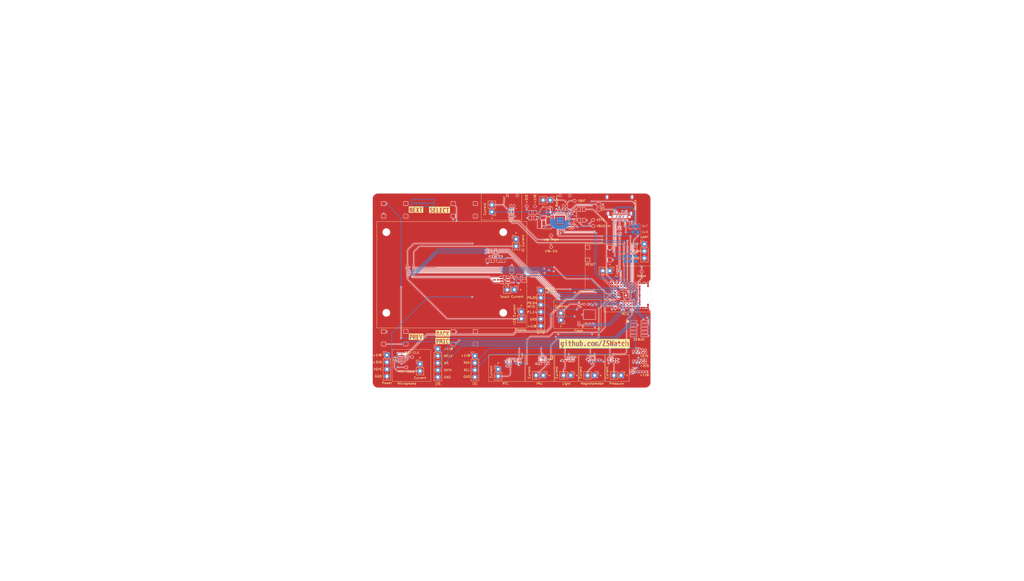
<source format=kicad_pcb>
(kicad_pcb (version 20241229) (generator "pcbnew") (generator_version "9.0")
  (title_block (title "ZSWatch-Watch-DevKit") (date "2025-07-13") (rev "${REVISION}") (comment 1 "${COMPANY}"))
  (layers (0 "F.Cu" signal) (4 "In1.Cu" power "Inner1 (GND)") (6 "In2.Cu" power "Inner2") (2 "B.Cu" signal) (13 "F.Paste" user) (15 "B.Paste" user) (5 "F.SilkS" user "F.Silkscreen") (7 "B.SilkS" user "B.Silkscreen") (1 "F.Mask" user) (3 "B.Mask" user) (25 "Edge.Cuts" user))
  (property "ASSEMBLY_NOTES" "Test")
  (property "BOARD_NAME" "Watch-DK")
  (property "COMPANY" "null")
  (property "DESIGNER" "Daniel Kampert")
  (property "FABRICATION_NOTES" "")
  (property "GIT_HASH_PCB" "")
  (property "GIT_HASH_SCH" "")
  (property "GIT_URL" "")
  (property "PROJECT_NAME" "Watch-DK")
  (property "RELEASE_BODY_UNRELEASED" "Version Unreleased not found.")
  (property "RELEASE_DATE" "06-Jun-2025")
  (property "RELEASE_DATE_NUM" "2025-06-06")
  (property "RELEASE_TITLE_UNRELEASED" "Version Unreleased not found.")
  (property "REVISION" "(Unreleased)")
  (property "SHEET_NAME_1" "Cover Page")
  (property "SHEET_NAME_10" "......................................")
  (property "SHEET_NAME_11" "......................................")
  (property "SHEET_NAME_12" "......................................")
  (property "SHEET_NAME_13" "......................................")
  (property "SHEET_NAME_14" "......................................")
  (property "SHEET_NAME_15" "......................................")
  (property "SHEET_NAME_16" "......................................")
  (property "SHEET_NAME_17" "......................................")
  (property "SHEET_NAME_18" "......................................")
  (property "SHEET_NAME_19" "......................................")
  (property "SHEET_NAME_2" "Block Diagram")
  (property "SHEET_NAME_20" "......................................")
  (property "SHEET_NAME_21" "......................................")
  (property "SHEET_NAME_22" "......................................")
  (property "SHEET_NAME_23" "......................................")
  (property "SHEET_NAME_24" "......................................")
  (property "SHEET_NAME_25" "......................................")
  (property "SHEET_NAME_26" "......................................")
  (property "SHEET_NAME_27" "......................................")
  (property "SHEET_NAME_28" "......................................")
  (property "SHEET_NAME_29" "......................................")
  (property "SHEET_NAME_3" "Project Architecture")
  (property "SHEET_NAME_30" "......................................")
  (property "SHEET_NAME_31" "......................................")
  (property "SHEET_NAME_32" "......................................")
  (property "SHEET_NAME_33" "......................................")
  (property "SHEET_NAME_34" "......................................")
  (property "SHEET_NAME_35" "......................................")
  (property "SHEET_NAME_36" "......................................")
  (property "SHEET_NAME_37" "......................................")
  (property "SHEET_NAME_38" "......................................")
  (property "SHEET_NAME_39" "......................................")
  (property "SHEET_NAME_4" "Power")
  (property "SHEET_NAME_40" "......................................")
  (property "SHEET_NAME_5" "Peripherals")
  (property "SHEET_NAME_6" "MCU")
  (property "SHEET_NAME_7" "Power - Sequencing")
  (property "SHEET_NAME_8" "Revision History")
  (property "SHEET_NAME_9" "......................................")
  (property "VARIANT" "PRELIMINARY")
  (net 0 "")
  (net 1 "GND")
  (net 2 "+1V8")
  (net 3 "LEDK2")
  (net 4 "LEDK1")
  (net 5 "/Project Architecture/Peripherals/VBAT")
  (net 6 "DISPLAY-BLK")
  (net 7 "QSPI-CS")
  (net 8 "QSPI-IO1")
  (net 9 "QSPI-IO2")
  (net 10 "QSPI-IO0")
  (net 11 "QSPI-CLK")
  (net 12 "QSPI-IO3")
  (net 13 "TOUCH-INT")
  (net 14 "TOUCH-SCL")
  (net 15 "TOUCH-SDA")
  (net 16 "TOUCH-RST")
  (net 17 "DISPLAY-EN")
  (net 18 "RESETn")
  (net 19 "DISPLAY-CS")
  (net 20 "DISPLAY-CLK")
  (net 21 "+3V0")
  (net 22 "/Project Architecture/Power Management/VSYS")
  (net 23 "/Project Architecture/MCU/USB-CC2")
  (net 24 "DISPLAY-DC")
  (net 25 "DISPLAY-RST")
  (net 26 "DISPLAY-DATA")
  (net 27 "/Project Architecture/MCU/PMIC-INT")
  (net 28 "/Project Architecture/MCU/USB-CC1")
  (net 29 "/Project Architecture/MCU/SW2")
  (net 30 "/Project Architecture/MCU/SDA")
  (net 31 "/Project Architecture/MCU/SCL")
  (net 32 "/Project Architecture/MCU/~{RTC-INT}")
  (net 33 "SWDCLK")
  (net 34 "SWDIO")
  (net 35 "/Project Architecture/MCU/BMI270-INT")
  (net 36 "/Project Architecture/MCU/LIS2MDL-INT")
  (net 37 "/Project Architecture/MCU/VIB-PWM")
  (net 38 "USB-D-")
  (net 39 "USB-D+")
  (net 40 "/Project Architecture/MCU/VIB-EN")
  (net 41 "/Project Architecture/MCU/D+")
  (net 42 "TxD")
  (net 43 "/Project Architecture/MCU/D-")
  (net 44 "/Project Architecture/MCU/USB-VBUS-In")
  (net 45 "RxD")
  (net 46 "/Project Architecture/MCU/SW1")
  (net 47 "/Project Architecture/MCU/Data")
  (net 48 "/Project Architecture/MCU/SW4")
  (net 49 "/Project Architecture/MCU/SW3")
  (net 50 "/Project Architecture/MCU/MIC-CLK")
  (net 51 "/Project Architecture/MCU/WS")
  (net 52 "/Project Architecture/MCU/USB-VBUS-Out")
  (net 53 "/Project Architecture/MCU/MIC-DATA")
  (net 54 "/Project Architecture/MCU/MCLK")
  (net 55 "Net-(D401-A)")
  (net 56 "Net-(D402-A)")
  (net 57 "Net-(D403-A)")
  (net 58 "Net-(D402-K)")
  (net 59 "Net-(Q401-PadD)")
  (net 60 "Net-(Q404-PadD)")
  (net 61 "Net-(IC601-VIN)")
  (net 62 "Net-(IC603-VCC)")
  (net 63 "Net-(IC604-VCCA)")
  (net 64 "Net-(IC604-VCCB)")
  (net 65 "Net-(IC601-ISET)")
  (net 66 "Net-(IC604-B1)")
  (net 67 "Net-(IC604-B3)")
  (net 68 "Net-(IC604-B2)")
  (net 69 "Net-(IC604-B4)")
  (net 72 "Net-(M601A-VDDH)")
  (net 76 "Net-(M601C-P1.14)")
  (net 77 "Net-(M601B-P0.05{slash}AIN1)")
  (net 83 "Net-(M601B-P0.04{slash}AIN0)")
  (net 86 "Net-(M601B-P0.22)")
  (net 88 "Net-(X603-CC1)")
  (net 89 "Net-(X603-CC2)")
  (net 90 "Net-(X603-RX1-)")
  (net 91 "Net-(X603-RX1+)")
  (net 92 "Net-(X603-TX1+)")
  (net 93 "Net-(X603-TX1-)")
  (net 94 "Net-(X603-SBU1)")
  (net 99 "Net-(X607-Pin_2)")
  (net 100 "Net-(X608-LEDA1)")
  (net 101 "Net-(X608-CTP-VDD)")
  (net 103 "Net-(IC501-VDD)")
  (net 104 "Net-(MK501-VDD)")
  (net 105 "Net-(IC502-VDD)")
  (net 106 "Net-(IC503-C1)")
  (net 107 "Net-(IC503-VDD)")
  (net 108 "Net-(IC504-VDD)")
  (net 109 "Net-(IC505-VDD)")
  (net 114 "Net-(IC507-V_{DD})")
  (net 121 "Net-(IC505-OUT+)")
  (net 122 "Net-(IC505-OUT-)")
  (net 124 "/Project Architecture/Power Management/VBUS-In")
  (net 125 "Net-(IC401-VBUS_{OUT})")
  (net 126 "Net-(IC401-VOUT2)")
  (net 127 "Net-(IC401-VOUT1)")
  (net 128 "Net-(D401-K)")
  (net 129 "Net-(IC401-SW1)")
  (net 130 "Net-(IC401-SW2)")
  (net 131 "Net-(IC401-VSET1)")
  (net 134 "Net-(IC401-VSET2)")
  (net 136 "/Project Architecture/Peripherals/VMIC")
  (net 145 "Net-(IC506-SDA_{2})")
  (net 146 "Net-(IC506-SCL_{2})")
  (net 147 "Net-(IC506-EN)")
  (footprint "Capacitor_SMD:C_0402_1005Metric" (layer "F.Cu") (at 224.58 120.2 180)
    (property "Reference" "C410" (hide yes))
    (property "Value" "10u" (hide yes))
  )
  (footprint "Resistor_SMD:R_0805_2012Metric" (layer "F.Cu") (at 251.6125 126.1)
    (property "Reference" "R605" (hide yes))
    (property "Value" "0R" (hide yes))
  )
  (footprint "Resistor_SMD:R_0805_2012Metric" (layer "F.Cu") (at 233.2 123.749 180)
    (property "Reference" "R409" (hide yes))
    (property "Value" "0R" (hide yes))
  )
  (footprint "Package_DFN_Kampi:DFN-1006-3" (layer "F.Cu") (at 253.9 171.4)
    (property "Reference" "Q403" (hide yes))
    (property "Value" "PMZ550UNEYL" (hide yes))
  )
  (footprint "Resistor_SMD:R_0805_2012Metric" (layer "F.Cu") (at 204.1875 138.2)
    (property "Reference" "R615" (hide yes))
    (property "Value" "0R" (hide yes))
  )
  (footprint "Package_TO_SOT_SMD:SOT-666" (layer "F.Cu") (at 246.8 127.7875 -90)
    (property "Reference" "IC602" (hide yes))
    (property "Value" "USBLC6-2P6" (hide yes))
  )
  (footprint "Resistor_SMD:R_0402_1005Metric" (layer "F.Cu") (at 250.8 178.2 90)
    (property "Reference" "R403" (hide yes))
    (property "Value" "100k" (hide yes))
  )
  (footprint "Wuerth:WS-TASV-6x6" (layer "F.Cu") (at 166 166)
    (property "Reference" "S503" (hide yes))
    (property "Value" "SW3" (hide yes))
  )
  (footprint "Testpoints:TestPoint_Pad_D1.0mm" (layer "F.Cu") (at 222.2 129.2)
    (property "Reference" "TP502")
    (property "Value" "VIB-PWM")
  )
  (footprint "Connector_PinHeader_2.54mm:PinHeader_1x02_P2.54mm_Vertical" (layer "F.Cu") (at 200.9 120.7 180)
    (property "Reference" "X508" (hide yes))
    (property "Value" "Current")
  )
  (footprint "Wuerth:WS-TASV-6x6" (layer "F.Cu") (at 166 120)
    (property "Reference" "S504" (hide yes))
    (property "Value" "SW4" (hide yes))
  )
  (footprint "Resistor_SMD:R_0805_2012Metric" (layer "F.Cu") (at 212.5 144.6 -90)
    (property "Reference" "R613" (hide yes))
    (property "Value" "100k" (hide yes))
  )
  (footprint "Samtec:SHF-105-01-L-D-SM-TR" (layer "F.Cu") (at 253.75 162.677)
    (property "Reference" "X601" (hide yes))
    (property "Value" "DEBUG")
  )
  (footprint "Package_DFN_QFN:QFN-32-1EP_5x5mm_P0.5mm_EP3.6x3.6mm_ThermalVias" (layer "F.Cu") (at 225.38779 123.8304)
    (property "Reference" "IC401" (hide yes))
    (property "Value" "nPM1300-QEXX" (hide yes))
  )
  (footprint "Connector_PinHeader_2.54mm:PinHeader_1x02_P2.54mm_Vertical" (layer "F.Cu") (at 175.1 175.4)
    (property "Reference" "X503" (hide yes))
    (property "Value" "Current")
  )
  (footprint "Molex:78171-0002" (layer "F.Cu") (at 208.25 116.7 180)
    (property "Reference" "X509" (hide yes))
    (property "Value" "Motor")
  )
  (footprint "Broadcom:Broadcom_DFN-6_2x2mm_P0.65mm" (layer "F.Cu") (at 229.2925 173.55)
    (property "Reference" "IC501" (hide yes))
    (property "Value" "APDS-9306-065" (hide yes))
  )
  (footprint "MountingHole:MountingHole_2.5mm" (layer "F.Cu") (at 205 157)
    (property "Reference" "REF**" (hide yes))
    (property "Value" "MountingHole_2.5mm" (hide yes))
  )
  (footprint "Connector_PinHeader_2.54mm:PinHeader_1x02_P2.54mm_Vertical" (layer "F.Cu") (at 211.5 156.6)
    (property "Reference" "X610" (hide yes))
    (property "Value" "LED Current")
  )
  (footprint "Connector_PinHeader_2.54mm:PinHeader_1x04_P2.54mm_Vertical" (layer "F.Cu") (at 163.2 172.22)
    (property "Reference" "X403" (hide yes))
    (property "Value" "Power")
  )
  (footprint "Capacitor_SMD:C_0402_1005Metric" (layer "F.Cu") (at 227.3 119.8 180)
    (property "Reference" "C403" (hide yes))
    (property "Value" "2u2" (hide yes))
  )
  (footprint "Connector_PinHeader_2.54mm:PinHeader_1x04_P2.54mm_Vertical" (layer "F.Cu") (at 194.8 172.49)
    (property "Reference" "X504" (hide yes))
    (property "Value" "I2C")
  )
  (footprint "kibuzzard-68304292" (layer "F.Cu") (at 173.65 119.9)
    (property "Reference" "kibuzzard-68304292" (hide yes))
    (property "Value" "G***" (hide yes))
  )
  (footprint "Connector_PinHeader_2.54mm:PinHeader_1x02_P2.54mm_Vertical" (layer "F.Cu") (at 225.7 159.64 180)
    (property "Reference" "X606" (hide yes))
    (property "Value" "Current")
  )
  (footprint "Package_QFN:WQFN-10_2x2mm_P0.5mm" (layer "F.Cu") (at 207.85 122.35 90)
    (property "Reference" "IC505" (hide yes))
    (property "Value" "DRV2603RUNT" (hide yes))
  )
  (footprint "Connector_PinHeader_2.54mm:PinHeader_1x02_P2.54mm_Vertical" (layer "F.Cu") (at 221.865 116.5 -90)
    (property "Reference" "X401" (hide yes))
    (property "Value" "Battery" (hide yes))
  )
  (footprint "Connector_PinHeader_2.54mm:PinHeader_1x02_P2.54mm_Vertical" (layer "F.Cu") (at 229.2 179.5 -90)
    (property "Reference" "X501" (hide yes))
    (property "Value" "Current")
  )
  (footprint "Connector_PinHeader_2.54mm:PinHeader_1x05_P2.54mm_Vertical" (layer "F.Cu") (at 181.5 169.98)
    (property "Reference" "X502" (hide yes))
    (property "Value" "I2S")
  )
  (footprint "Connector_PinHeader_2.54mm:PinHeader_1x02_P2.54mm_Vertical" (layer "F.Cu") (at 237.84 179.5 -90)
    (property "Reference" "X506" (hide yes))
    (property "Value" "Current")
  )
  (footprint "kibuzzard-68303879" (layer "F.Cu") (at 237.8 168.1)
    (property "Reference" "kibuzzard-68303879" (hide yes))
    (property "Value" "G***" (hide yes))
  )
  (footprint "Capacitor_SMD:C_0402_1005Metric" (layer "F.Cu") (at 235.5 173.275 -90)
    (property "Reference" "C505" (hide yes))
    (property "Value" "220n" (hide yes))
  )
  (footprint "Connector_PinHeader_2.54mm:PinHeader_1x02_P2.54mm_Vertical" (layer "F.Cu") (at 209.6 130.525)
    (property "Reference" "X607" (hide yes))
    (property "Value" "IO Current")
  )
  (footprint "Resistor_SMD:R_0402_1005Metric" (layer "F.Cu") (at 255.7 170.4 180)
    (property "Reference" "R405" (hide yes))
    (property "Value" "560R" (hide yes))
  )
  (footprint "Capacitor_SMD:C_0402_1005Metric" (layer "F.Cu") (at 230 121.3)
    (property "Reference" "C404" (hide yes))
    (property "Value" "1u" (hide yes))
  )
  (footprint "Capacitor_SMD:C_0402_1005Metric" (layer "F.Cu") (at 207.1 176.22 180)
    (property "Reference" "C511" (hide yes))
    (property "Value" "100n" (hide yes))
  )
  (footprint "Package_SON:WSON-8-1EP_8x6mm_P1.27mm_EP3.4x4.3mm" (layer "F.Cu") (at 235.995 157.65 90)
    (property "Reference" "IC603" (hide yes))
    (property "Value" "MX25U51245GZ4I00" (hide yes))
  )
  (footprint "kibuzzard-68304289" (layer "F.Cu") (at 183.3 164.4)
    (property "Reference" "kibuzzard-68304289" (hide yes))
    (property "Value" "G***" (hide yes))
  )
  (footprint "Resistor_SMD:R_0402_1005Metric" (layer "F.Cu") (at 240.8 119.3 -90)
    (property "Reference" "R604" (hide yes))
    (property "Value" "5k1" (hide yes))
  )
  (footprint "Testpoints:TestPoint_Pad_D1.0mm" (layer "F.Cu") (at 216.4 118.7)
    (property "Reference" "TP403")
    (property "Value" "+1V8")
  )
  (footprint "Package_SON_Kampi:XSON-8_0.65x0.17mm_P0.35mm" (layer "F.Cu") (at 210.3 173.975 180)
    (property "Reference" "IC506" (hide yes))
    (property "Value" "PCA9306JK" (hide yes))
  )
  (footprint "Testpoints:TestPoint_Pad_D1.0mm" (layer "F.Cu") (at 213.4 118.7)
    (property "Reference" "TP404")
    (property "Value" "+3V0")
  )
  (footprint "Capacitor_SMD:C_0402_1005Metric" (layer "F.Cu") (at 232.17 154.4 90)
    (property "Reference" "C602" (hide yes))
    (property "Value" "100n" (hide yes))
  )
  (footprint "Connector_PinHeader_2.54mm:PinHeader_1x02_P2.54mm_Vertical" (layer "F.Cu") (at 219.34 179.5 -90)
    (property "Reference" "X505" (hide yes))
    (property "Value" "Current")
  )
  (footprint "Knowles:SPK0641HT4H-1" (layer "F.Cu") (at 168.485 173.575 -90)
    (property "Reference" "MK501" (hide yes))
    (property "Value" "SPK0641HT4H-1" (hide yes))
  )
  (footprint "Connector_PinHeader_2.54mm:PinHeader_1x03_P2.54mm_Vertical" (layer "F.Cu") (at 255.7 132.27)
    (property "Reference" "X604" (hide yes))
    (property "Value" "UART")
  )
  (footprint "Resistor_SMD:R_0805_2012Metric" (layer "F.Cu") (at 215.5 120.9)
    (property "Reference" "R410" (hide yes))
    (property "Value" "0R" (hide yes))
  )
  (footprint "Resistor_SMD:R_0805_2012Metric" (layer "F.Cu") (at 200.275 138.2 180)
    (property "Reference" "R616" (hide yes))
    (property "Value" "0R" (hide yes))
  )
  (footprint "Resistor_SMD:R_0402_1005Metric" (layer "F.Cu") (at 251.21 124.6)
    (property "Reference" "R603" (hide yes))
    (property "Value" "5k1" (hide yes))
  )
  (footprint "Resistor_SMD:R_0402_1005Metric" (layer "F.Cu") (at 229.47941 126.5384 180)
    (property "Reference" "R408" (hide yes))
    (property "Value" "100k" (hide yes))
  )
  (footprint "Molex:78171-0002" (layer "F.Cu") (at 227.2 116.7 180)
    (property "Reference" "X402" (hide yes))
    (property "Value" "Battery")
  )
  (footprint "Capacitor_SMD:C_0402_1005Metric" (layer "F.Cu") (at 218.02 175.3325 180)
    (property "Reference" "C503" (hide yes))
    (property "Value" "100n" (hide yes))
  )
  (footprint "Micro Crystal:RV-8263-C8" (layer "F.Cu") (at 207.1 174.535)
    (property "Reference" "IC507" (hide yes))
    (property "Value" "RV-8263-C8" (hide yes))
  )
  (footprint "kibuzzard-68304278" (layer "F.Cu") (at 173.7 165.6)
    (property "Reference" "kibuzzard-68304278" (hide yes))
    (property "Value" "G***" (hide yes))
  )
  (footprint "Connector_PinHeader_2.54mm:PinHeader_1x02_P2.54mm_Vertical" (layer "F.Cu") (at 247.3 179.5 -90)
    (property "Reference" "X507" (hide yes))
    (property "Value" "Current")
  )
  (footprint "Package_LGA_Kampi:Bosch_LGA-10_2x2mm_P0.5mm_ClockwisePinNumbering" (layer "F.Cu") (at 243.3 173.7575 -90)
    (property "Reference" "IC504" (hide yes))
    (property "Value" "BMP581" (hide yes))
  )
  (footprint "Capacitor_SMD:C_0402_1005Metric" (layer "F.Cu") (at 207.8 120.7 180)
    (property "Reference" "C510" (hide yes))
    (property "Value" "100n" (hide yes))
  )
  (footprint "Testpoints:TestPoint_Pad_D1.0mm" (layer "F.Cu") (at 222.2 133.3)
    (property "Reference" "TP501")
    (property "Value" "VIB-EN")
  )
  (footprint "LED_SMD:LED_0402_1005Metric" (layer "F.Cu") (at 255.7 178.2 180)
    (property "Reference" "D403" (hide yes))
    (property "Value" "+1V8")
  )
  (footprint "kibuzzard-6830428E" (layer "F.Cu") (at 182.1 120)
    (property "Reference" "kibuzzard-6830428E" (hide yes))
    (property "Value" "G***" (hide yes))
  )
  (footprint "Connector_USB:USB_C_Receptacle_Amphenol_12401610E4-2A" (layer "F.Cu") (at 246.8 118.2 180)
    (property "Reference" "X603" (hide yes))
    (property "Value" "Device")
  )
  (footprint "Testpoints:TestPoint_Pad_D1.0mm" (layer "F.Cu") (at 254.7 142.2)
    (property "Reference" "TP601")
    (property "Value" "Reset")
  )
  (footprint "Capacitor_SMD:C_0603_1608Metric" (layer "F.Cu") (at 221.15141 125.4084 -90)
    (property "Reference" "C408" (hide yes))
    (property "Value" "10u" (hide yes))
  )
  (footprint "Resistor_SMD:R_0402_1005Metric" (layer "F.Cu") (at 255.7 173.9 180)
    (property "Reference" "R404" (hide yes))
    (property "Value" "560R" (hide yes))
  )
  (footprint "Capacitor_SMD:C_0402_1005Metric" (layer "F.Cu") (at 165.9 174.02 90)
    (property "Reference" "C502" (hide yes))
    (property "Value" "100n" (hide yes))
  )
  (footprint "Package_LGA_Kampi:Bosch_LGA-14_3x2.5mm_P0.5mm_LayoutBorder3x4y" (layer "F.Cu") (at 219.1 173.55)
    (property "Reference" "IC502" (hide yes))
    (property "Value" "BMI270" (hide yes))
  )
  (footprint "Testpoints:TestPoint_Pad_D1.0mm" (layer "F.Cu") (at 172.2 172.9 180)
    (property "Reference" "TP503")
    (property "Value" "MIC-CLK")
  )
  (footprint "Resistor_SMD:R_0805_2012Metric" (layer "F.Cu") (at 239.3 118.9 -90)
    (property "Reference" "R606" (hide yes))
    (property "Value" "0R" (hide yes))
  )
  (footprint "Inductor_SMD_Kampi:L_0806_2016" (layer "F.Cu") (at 218.73841 124.6594)
    (property "Reference" "L401" (hide yes))
    (property "Value" "2u2" (hide yes))
  )
  (footprint "uBlox:NORA-B106" (layer "F.Cu") (at 251 150.75)
    (property "Reference" "M601" (hide yes))
    (property "Value" "NORA-B106" (hide yes))
  )
  (footprint "LED_SMD:LED_0402_1005Metric" (layer "F.Cu") (at 255.7 174.9)
    (property "Reference" "D401" (hide yes))
    (property "Value" "+3V0")
  )
  (footprint "Capacitor_SMD:C_0603_1608Metric" (layer "F.Cu") (at 221.15141 122.3734 90)
    (property "Reference" "C406" (hide yes))
    (property "Value" "10u" (hide yes))
  )
  (footprint "Capacitor_SMD:C_0402_1005Metric" (layer "F.Cu") (at 221.8096 119.9304 180)
    (property "Reference" "C407" (hide yes))
    (property "Value" "10u" (hide yes))
  )
  (footprint "Capacitor_SMD:C_0402_1005Metric" (layer "F.Cu") (at 218.77941 126.1384)
    (property "Reference" "C405" (hide yes))
    (property "Value" "10u" (hide yes))
  )
  (footprint "Capacitor_SMD:C_0402_1005Metric" (layer "F.Cu") (at 226.7075 174.2 180)
    (property "Reference" "C501" (hide yes))
    (property "Value" "100n" (hide yes))
  )
  (footprint "Connector_PinHeader_2.54mm:PinHeader_1x02_P2.54mm_Vertical" (layer "F.Cu") (at 208.975 148.7 -90)
    (property "Reference" "X609" (hide yes))
    (property "Value" "Touch Current")
  )
  (footprint "Capacitor_SMD:C_0402_1005Metric" (layer "F.Cu") (at 220.7 175.3 180)
    (property "Reference" "C504" (hide yes))
    (property "Value" "100n" (hide yes))
  )
  (footprint "Capacitor_SMD:C_0402_1005Metric" (layer "F.Cu") (at 208.5 144.1875 180)
    (property "Reference" "C601" (hide yes))
    (property "Value" "1u" (hide yes))
  )
  (footprint "Package_LGA_Kampi:LGA-12_2x2mm_P0.5mm" (layer "F.Cu") (at 237.0625 173.225 -90)
    (property "Reference" "IC503" (hide yes))
    (property "Value" "LIS2MDLTR" (hide yes))
  )
  (footprint "Capacitor_SMD:C_0402_1005Metric" (layer "F.Cu") (at 239.1 173.975)
    (property "Reference" "C506" (hide yes))
    (property "Value" "10u" (hide yes))
  )
  (footprint "Inductor_SMD_Kampi:L_0806_2016" (layer "F.Cu") (at 219.24641 122.1194 -90)
    (property "Reference" "L402" (hide yes))
    (property "Value" "2u2" (hide yes))
  )
  (footprint "Capacitor_SMD:C_0603_1608Metric" (layer "F.Cu") (at 229.59062 123.269 90)
    (property "Reference" "C409" (hide yes))
    (property "Value" "10u" (hide yes))
  )
  (footprint "Resistor_SMD:R_0805_2012Metric" (layer "F.Cu") (at 208.02 141.6875 -90)
    (property "Reference" "R602" (hide yes))
    (property "Value" "0R" (hide yes))
  )
  (footprint "Resistor_SMD:R_0402_1005Metric" (layer "F.Cu") (at 252.2 170.8 180)
    (property "Reference" "R402" (hide yes))
    (property "Value" "100k" (hide yes))
  )
  (footprint "Wuerth:WS-TASV-6x6" (layer "F.Cu") (at 191 166)
    (property "Reference" "S502" (hide yes))
    (property "Value" "SW2" (hide yes))
  )
  (footprint "MountingHole:MountingHole_2.5mm" (layer "F.Cu") (at 163 157)
    (property "Reference" "REF**" (hide yes))
    (property "Value" "MountingHole_2.5mm" (hide yes))
  )
  (footprint "Package_DFN_Kampi:DFN-1006-3" (layer "F.Cu") (at 252 177 180)
    (property "Reference" "Q401" (hide yes))
    (property "Value" "PMZ550UNEYL" (hide yes))
  )
  (footprint "Capacitor_SMD:C_0402_1005Metric" (layer "F.Cu") (at 245.3 173.7 180)
    (property "Reference" "C508" (hide yes))
    (property "Value" "100n" (hide yes))
  )
  (footprint "Resistor_SMD:R_0805_2012Metric" (layer "F.Cu") (at 215.5 122.9)
    (property "Reference" "R411" (hide yes))
    (property "Value" "0R" (hide yes))
  )
  (footprint "Resistor_SMD:R_0402_1005Metric" (layer "F.Cu") (at 202.5 145.1375)
    (property "Reference" "R601" (hide yes))
    (property "Value" "12k" (hide yes))
  )
  (footprint "MountingHole:MountingHole_2.5mm" (layer "F.Cu") (at 205 128)
    (property "Reference" "REF**" (hide yes))
    (property "Value" "MountingHole_2.5mm" (hide yes))
  )
  (footprint "Testpoints:TestPoint_Pad_D1.0mm" (layer "F.Cu") (at 170.2 176.6)
    (property "Reference" "TP504")
    (property "Value" "MIC-Data")
  )
  (footprint "Package_TO_SOT_SMD:TSOT-23-6" (layer "F.Cu") (at 205.5 145.1375 180)
    (property "Reference" "IC601" (hide yes))
    (property "Value" "FAN5622SX" (hide yes))
  )
  (footprint "Resistor_SMD:R_0805_2012Metric" (layer "F.Cu") (at 233 119.8)
    (property "Reference" "R412" (hide yes))
    (property "Value" "0R" (hide yes))
  )
  (footprint "Connector_PinHeader_2.54mm:PinHeader_1x02_P2.54mm_Vertical" (layer "F.Cu") (at 203.2 177.26)
    (property "Reference" "X510" (hide yes))
    (property "Value" "Current")
  )
  (footprint "Connector_PinHeader_2.54mm:PinHeader_1x06_P2.54mm_Vertical" (layer "F.Cu") (at 218.5 149.05)
    (property "Reference" "X605" (hide yes))
    (property "Value" "GPIO")
  )
  (footprint "Resistor_SMD:R_0402_1005Metric" (layer "F.Cu") (at 232.17 160.91 -90)
    (property "Reference" "R612" (hide yes))
    (property "Value" "100k" (hide yes))
  )
  (footprint "Wuerth:WS-TASV-6x6" (layer "F.Cu") (at 191 120)
    (property "Reference" "S501" (hide yes))
    (property "Value" "SW1" (hide yes))
  )
  (footprint "MountingHole:MountingHole_2.5mm" (layer "F.Cu") (at 163 128)
    (property "Reference" "REF**" (hide yes))
    (property "Value" "MountingHole_2.5mm" (hide yes))
  )
  (footprint "Capacitor_SMD:C_0402_1005Metric" (layer "F.Cu") (at 231 123.3 90)
    (property "Reference" "C401" (hide yes))
    (property "Value" "1u" (hide yes))
  )
  (footprint "Resistor_SMD:R_0402_1005Metric" (layer "F.Cu") (at 253.7 178.2 180)
    (property "Reference" "R406" (hide yes))
    (property "Value" "560R" (hide yes))
  )
  (footprint "Testpoints:TestPoint_Pad_D1.0mm" (layer "F.Cu") (at 230.6 116.725)
    (property "Reference" "TP402")
    (property "Value" "VBAT")
  )
  (footprint "Capacitor_SMD:C_0402_1005Metric" (layer "F.Cu") (at 201.075 136.7 180)
    (property "Reference" "C604" (hide yes))
    (property "Value" "100n" (hide yes))
  )
  (footprint "EastRising:ER-CON0.4-24P" (layer "F.Cu") (at 171.7 142.1 90)
    (property "Reference" "X608" (hide yes))
    (property "Value" "Display" (hide yes))
  )
  (footprint "LED_SMD:LED_0402_1005Metric" (layer "F.Cu") (at 255.7 171.4)
    (property "Reference" "D402" (hide yes))
    (property "Value" "VSYS")
  )
  (footprint "Capacitor_SMD:C_0402_1005Metric" (layer "F.Cu") (at 245.3 174.7)
    (property "Reference" "C509" (hide yes))
    (property "Value" "100n" (hide yes))
  )
  (footprint "Capacitor_SMD:C_0402_1005Metric" (layer "F.Cu") (at 225.13779 127.9 -90)
    (property "Reference" "C402" (hide yes))
    (property "Value" "100n" (hide yes))
  )
  (footprint "kibuzzard-683075F5" (layer "F.Cu") (at 183.2 167.1)
    (property "Reference" "kibuzzard-683075F5" (hide yes))
    (property "Value" "G***" (hide yes))
  )
  (footprint "Package_QFN:XQFN-12-1.7x2mm_P0.4mm" (layer "F.Cu") (at 202.295 134.95 180)
    (property "Reference" "IC604" (hide yes))
    (property "Value" "NTS0104GU12" (hide yes))
  )
  (footprint "Resistor_SMD:R_0402_1005Metric" (layer "F.Cu") (at 229.47941 125.5804 180)
    (property "Reference" "R407" (hide yes))
    (property "Value" "47k" (hide yes))
  )
  (footprint "Testpoints:TestPoint_Pad_D1.0mm" (layer "F.Cu") (at 237.3 125.8)
    (property "Reference" "TP401")
    (property "Value" "VBUS-In")
  )
  (footprint "Package_DFN_Kampi:DFN-1006-3" (layer "F.Cu") (at 252 178.2)
    (property "Reference" "Q404" (hide yes))
    (property "Value" "PMZB320UPEYL" (hide yes))
  )
  (footprint "Resistor_SMD:R_0805_2012Metric" (layer "F.Cu") (at 210.5 144.6 90)
    (property "Reference" "R614" (hide yes))
    (property "Value" "100k" (hide yes))
  )
  (footprint "Capacitor_SMD:C_0402_1005Metric" (layer "F.Cu") (at 237.1 174.775 180)
    (property "Reference" "C507" (hide yes))
    (property "Value" "100n" (hide yes))
  )
  (footprint "Resistor_SMD:R_0402_1005Metric" (layer "F.Cu") (at 252.2 174.3 180)
    (property "Reference" "R401" (hide yes))
    (property "Value" "100k" (hide yes))
  )
  (footprint "Testpoints:TestPoint_Pad_D1.0mm" (layer "F.Cu") (at 237.3 123.6)
    (property "Reference" "TP405")
    (property "Value" "VSYS")
  )
  (footprint "Package_DFN_Kampi:DFN-1006-3" (layer "F.Cu") (at 253.9 174.9)
    (property "Reference" "Q402" (hide yes))
    (property "Value" "PMZ550UNEYL" (hide yes))
  )
  (footprint "Resistor_SMD:R_0402_1005Metric" (layer "F.Cu") (at 210.4 175.2)
    (property "Reference" "R502" (hide yes))
    (property "Value" "100k" (hide yes))
  )
  (footprint "Wuerth:WS-TASV-6x6" (layer "F.Cu") (at 239.3 135.7 180)
    (property "Reference" "S601" (hide yes))
    (property "Value" "RESET")
  )
  (footprint "Capacitor_SMD:C_0402_1005Metric" (layer "F.Cu") (at 203.5375 136.7)
    (property "Reference" "C603" (hide yes))
    (property "Value" "100n" (hide yes))
  )
  (footprint "Connector_PinHeader_2.54mm:PinHeader_1x02_P2.54mm_Vertical" (layer "F.Cu") (at 243.3 141.9 -90)
    (property "Reference" "X602" (hide yes))
    (property "Value" "Current")
  )
  (footprint "Resistor_SMD:R_0805_2012Metric" (layer "B.Cu") (at 248.6 137.6 90)
    (property "Reference" "R607" (hide yes))
    (property "Value" "0R" (hide yes))
  )
  (footprint "Resistor_SMD:R_0805_2012Metric" (layer "B.Cu") (at 252.6 137.6 90)
    (property "Reference" "R611" (hide yes))
    (property "Value" "0R" (hide yes))
  )
  (footprint "Resistor_SMD:R_0805_2012Metric" (layer "B.Cu") (at 250.6 137.6 90)
    (property "Reference" "R608" (hide yes))
    (property "Value" "0R" (hide yes))
  )
  (footprint "Resistor_SMD:R_0805_2012Metric" (layer "B.Cu") (at 252.5 128 180)
    (property "Reference" "R609" (hide yes))
    (property "Value" "0R" (hide yes))
  )
  (footprint "Resistor_SMD:R_0805_2012Metric" (layer "B.Cu") (at 252.4 125.8 180)
    (property "Reference" "R610" (hide yes))
    (property "Value" "0R" (hide yes))
  )
  (gr_rect (start 172.1 116.2) (end 180.2 118.8) (stroke (width 0.2)) (fill no) (layer "B.Cu"))
  (gr_rect (start 199.8 172.1) (end 212.7 181.7) (stroke (width 0.1)) (fill no) (layer "F.SilkS"))
  (gr_rect (start 159.6 124.2) (end 213.5 162.4) (stroke (width 0.1)) (fill no) (layer "F.SilkS"))
  (gr_line (start 234.4 132.2) (end 248.1 132.2) (stroke (width 0.1)) (layer "F.SilkS"))
  (gr_line (start 248.1 140.15) (end 248.1 132.2) (stroke (width 0.1)) (layer "F.SilkS"))
  (gr_rect (start 223.5 172.1275) (end 231.9 181.7) (stroke (width 0.1)) (fill no) (layer "F.SilkS"))
  (gr_rect (start 241.7 172.1) (end 250.3 181.7) (stroke (width 0.1)) (fill no) (layer "F.SilkS"))
  (gr_circle (center 249.8 160.12) (end 250 160.12) (stroke (width 0.4)) (fill no) (layer "F.SilkS"))
  (gr_line (start 241.2 156.65) (end 257.85 156.65) (stroke (width 0.1)) (layer "F.SilkS"))
  (gr_line (start 222.7 173.1365) (end 222.573 173.3905) (stroke (width 0.15)) (layer "F.SilkS"))
  (gr_line (start 234.4 148.6) (end 241.2 148.6) (stroke (width 0.1)) (layer "F.SilkS"))
  (gr_line (start 197.1 114.1) (end 197.1 123.7) (stroke (width 0.1)) (layer "F.SilkS"))
  (gr_line (start 211.6 114.1) (end 211.6 123.7) (stroke (width 0.1)) (layer "F.SilkS"))
  (gr_line (start 222.7 173.1365) (end 222.827 173.3905) (stroke (width 0.15)) (layer "F.SilkS"))
  (gr_line (start 222.7 173.1365) (end 222.7 173.8) (stroke (width 0.15)) (layer "F.SilkS"))
  (gr_line (start 257.85 140.15) (end 248.1 140.15) (stroke (width 0.1)) (layer "F.SilkS"))
  (gr_line (start 234.4 132.2) (end 234.4 148.6) (stroke (width 0.1)) (layer "F.SilkS"))
  (gr_rect (start 165.1 170.2) (end 179 181.7) (stroke (width 0.1)) (fill no) (layer "F.SilkS"))
  (gr_rect (start 223.15 152.3) (end 240.15 162.7) (stroke (width 0.1)) (fill no) (layer "F.SilkS"))
  (gr_line (start 197.1 123.7) (end 211.6 123.7) (stroke (width 0.1)) (layer "F.SilkS"))
  (gr_rect (start 213 172.1275) (end 223.2 181.7) (stroke (width 0.1)) (fill no) (layer "F.SilkS"))
  (gr_line (start 222.065 173.8) (end 222.319 173.673) (stroke (width 0.15)) (layer "F.SilkS"))
  (gr_line (start 222.065 173.8) (end 222.7 173.8) (stroke (width 0.15)) (layer "F.SilkS"))
  (gr_line (start 222.065 173.8) (end 222.319 173.927) (stroke (width 0.15)) (layer "F.SilkS"))
  (gr_line (start 241.2 148.6) (end 241.2 156.65) (stroke (width 0.1)) (layer "F.SilkS"))
  (gr_rect (start 232.2 172.1) (end 241.4 181.7) (stroke (width 0.1)) (fill no) (layer "F.SilkS"))
  (gr_line (start 251.75 136.4) (end 251.75 135.6) (stroke (width 0.1)) (layer "B.SilkS"))
  (gr_line (start 253.55 127.15) (end 254.35 127.15) (stroke (width 0.1)) (layer "B.SilkS"))
  (gr_line (start 253.55 128.85) (end 254.35 128.85) (stroke (width 0.1)) (layer "B.SilkS"))
  (gr_line (start 251.75 135.6) (end 253.45 135.6) (stroke (width 0.1)) (layer "B.SilkS"))
  (gr_line (start 247.75 136.4) (end 247.75 135.6) (stroke (width 0.1)) (layer "B.SilkS"))
  (gr_line (start 253.45 124.95) (end 254.25 124.95) (stroke (width 0.1)) (layer "B.SilkS"))
  (gr_line (start 253.45 126.65) (end 254.25 126.65) (stroke (width 0.1)) (layer "B.SilkS"))
  (gr_line (start 254.35 127.15) (end 254.35 128.85) (stroke (width 0.1)) (layer "B.SilkS"))
  (gr_line (start 251.45 135.6) (end 251.45 136.4) (stroke (width 0.1)) (layer "B.SilkS"))
  (gr_line (start 247.75 135.6) (end 251.45 135.6) (stroke (width 0.1)) (layer "B.SilkS"))
  (gr_line (start 254.25 124.95) (end 254.25 126.65) (stroke (width 0.1)) (layer "B.SilkS"))
  (gr_line (start 256 114) (end 160 114) (stroke (width 0.05)) (layer "Edge.Cuts"))
  (gr_line (start 160 184) (end 256 184) (stroke (width 0.05)) (layer "Edge.Cuts"))
  (gr_line (start 158 116) (end 158 182) (stroke (width 0.05)) (layer "Edge.Cuts"))
  (gr_arc (start 256 114) (mid 257.414214 114.585786) (end 258 116) (stroke (width 0.05)) (layer "Edge.Cuts"))
  (gr_arc (start 160 184) (mid 158.585786 183.414214) (end 158 182) (stroke (width 0.05)) (layer "Edge.Cuts"))
  (gr_line (start 258 182) (end 258 116) (stroke (width 0.05)) (layer "Edge.Cuts"))
  (gr_arc (start 258 182) (mid 257.414214 183.414214) (end 256 184) (stroke (width 0.05)) (layer "Edge.Cuts"))
  (gr_arc (start 158 116) (mid 158.585786 114.585786) (end 160 114) (stroke (width 0.05)) (layer "Edge.Cuts"))
  (gr_text "${REVISION}" (at 176.15 117.5 0) (layer "B.Cu") (effects (font (size 0.8 0.8) (thickness 0.12)) (justify mirror)))
  (gr_text "SDA" (at 190.65 174.9 0) (layer "F.SilkS") (effects (font (size 0.8 0.8) (thickness 0.12)) (justify left)))
  (gr_text "+" (at 203.2 175 0) (layer "F.SilkS") (effects (font (size 0.8 0.8) (thickness 0.12))))
  (gr_text "+" (at 209.6 128.2 0) (layer "F.SilkS") (effects (font (size 0.8 0.8) (thickness 0.12))))
  (gr_text "GND" (at 251.4 137.35 0) (layer "F.SilkS") (effects (font (size 0.8 0.8) (thickness 0.12)) (justify left)))
  (gr_text "+" (at 228.55 120.2 0) (layer "F.SilkS") (effects (font (size 0.8 0.8) (thickness 0.12)) (justify left bottom)))
  (gr_text "P0.04\nMFIO" (at 213.55 154.13 0) (layer "F.SilkS") (effects (font (size 0.8 0.8) (thickness 0.12)) (justify left)))
  (gr_text "IMU" (at 216.8 182.9 0) (layer "F.SilkS") (effects (font (size 0.8 0.8) (thickness 0.12)) (justify left bottom)))
  (gr_text "SCL" (at 193.1 177.57 0) (layer "F.SilkS") (effects (font (size 0.8 0.8) (thickness 0.12)) (justify right)))
  (gr_text "+" (at 249.5 179.5 0) (layer "F.SilkS") (effects (font (size 0.8 0.8) (thickness 0.12))))
  (gr_text "-" (at 218.7 118.7 0) (layer "F.SilkS") (effects (font (size 0.8 0.8) (thickness 0.12)) (justify left)))
  (gr_text "P0.05" (at 213.5 152.05 0) (layer "F.SilkS") (effects (font (size 0.8 0.8) (thickness 0.12)) (justify left bottom)))
  (gr_text "MCU" (at 247.5 157.85 0) (layer "F.SilkS") (effects (font (size 0.8 0.8) (thickness 0.12)) (justify left bottom)))
  (gr_text "P1.14" (at 213.5 157.25 0) (layer "F.SilkS") (effects (font (size 0.8 0.8) (thickness 0.12)) (justify left bottom)))
  (gr_text "+1V8" (at 193.1 172.38 0) (layer "F.SilkS") (effects (font (size 0.8 0.8) (thickness 0.12)) (justify right)))
  (gr_text "GND" (at 190.6 179.95 0) (layer "F.SilkS") (effects (font (size 0.8 0.8) (thickness 0.12)) (justify left)))
  (gr_text "Display" (at 209 163.5 0) (layer "F.SilkS") (effects (font (size 0.8 0.8) (thickness 0.12)) (justify left bottom)))
  (gr_text "GND" (at 161.4 179.84 0) (layer "F.SilkS") (effects (font (size 0.8 0.8) (thickness 0.12)) (justify right)))
  (gr_text "+" (at 211.5 154.4 270) (layer "F.SilkS") (effects (font (size 0.8 0.8) (thickness 0.12))))
  (gr_text "+" (at 200.9 122.9 0) (layer "F.SilkS") (effects (font (size 0.8 0.8) (thickness 0.12))))
  (gr_text "-" (at 209.1 119.9 0) (layer "F.SilkS") (effects (font (size 0.8 0.8) (thickness 0.12)) (justify left bottom)))
  (gr_text "-" (at 224.95 120.2 0) (layer "F.SilkS") (effects (font (size 0.8 0.8) (thickness 0.12)) (justify left bottom)))
  (gr_text "TxD" (at 251.4 132.25 0) (layer "F.SilkS") (effects (font (size 0.8 0.8) (thickness 0.12)) (justify left)))
  (gr_text "GND" (at 183.6 180.14 0) (layer "F.SilkS") (effects (font (size 0.8 0.8) (thickness 0.12)) (justify left)))
  (gr_text "VSYS" (at 161.4 177.3 0) (layer "F.SilkS") (effects (font (size 0.8 0.8) (thickness 0.12)) (justify right)))
  (gr_text "+1V8" (at 213.59 162.32 0) (layer "F.SilkS") (effects (font (size 0.8 0.8) (thickness 0.12)) (justify left bottom)))
  (gr_text "+" (at 175.1 173.1 0) (layer "F.SilkS") (effects (font (size 0.8 0.8) (thickness 0.12))))
  (gr_text "Magnetometer" (at 232.7 182.9 0) (layer "F.SilkS") (effects (font (size 0.8 0.8) (thickness 0.12)) (justify left bottom)))
  (gr_text "RTC" (at 204.6 182.9 0) (layer "F.SilkS") (effects (font (size 0.8 0.8) (thickness 0.12)) (justify left bottom)))
  (gr_text "y" (at 221.7 173.6 0) (layer "F.SilkS") (effects (font (size 0.8 0.8) (thickness 0.12))))
  (gr_text "+" (at 243.3 139.6 0) (layer "F.SilkS") (effects (font (size 0.8 0.8) (thickness 0.12))))
  (gr_text "+1V8" (at 161.4 172.22 0) (layer "F.SilkS") (effects (font (size 0.8 0.8) (thickness 0.12)) (justify right)))
  (gr_text "MCLK" (at 183.6 172.52 0) (layer "F.SilkS") (effects (font (size 0.8 0.8) (thickness 0.12)) (justify left)))
  (gr_text "+" (at 225.7 161.8 0) (layer "F.SilkS") (effects (font (size 0.8 0.8) (thickness 0.12))))
  (gr_text "+1V8" (at 183.6 169.98 0) (layer "F.SilkS") (effects (font (size 0.8 0.8) (thickness 0.12)) (justify left)))
  (gr_text "Microphone" (at 166.9 182.9 0) (layer "F.SilkS") (effects (font (size 0.8 0.8) (thickness 0.12)) (justify left bottom)))
  (gr_text "+" (at 240 179.5 0) (layer "F.SilkS") (effects (font (size 0.8 0.8) (thickness 0.12))))
  (gr_text "Light" (at 226.1 182.9 0) (layer "F.SilkS") (effects (font (size 0.8 0.8) (thickness 0.12)) (justify left bottom)))
  (gr_text "+" (at 221.6 179.5 0) (layer "F.SilkS") (effects (font (size 0.8 0.8) (thickness 0.12))))
  (gr_text "WS" (at 183.6 175.06 0) (layer "F.SilkS") (effects (font (size 0.8 0.8) (thickness 0.12)) (justify left)))
  (gr_text "RxD" (at 251.4 134.8 0) (layer "F.SilkS") (effects (font (size 0.8 0.8) (thickness 0.12)) (justify left)))
  (gr_text "Flash" (at 230.4 163.9 0) (layer "F.SilkS") (effects (font (size 0.8 0.8) (thickness 0.12)) (justify left bottom)))
  (gr_text "+3V0" (at 161.4 174.76 0) (layer "F.SilkS") (effects (font (size 0.8 0.8) (thickness 0.12)) (justify right)))
  (gr_text "+" (at 206.5 119.9 0) (layer "F.SilkS") (effects (font (size 0.8 0.8) (thickness 0.12)) (justify left bottom)))
  (gr_text "x" (at 222.7 172.6 0) (layer "F.SilkS") (effects (font (size 0.8 0.8) (thickness 0.12))))
  (gr_text "GND" (at 214.44 159.78 0) (layer "F.SilkS") (effects (font (size 0.8 0.8) (thickness 0.12)) (justify left bottom)))
  (gr_text "Pressure" (at 243 182.9 0) (layer "F.SilkS") (effects (font (size 0.8 0.8) (thickness 0.12)) (justify left bottom)))
  (gr_text "DATA" (at 183.6 177.6 0) (layer "F.SilkS") (effects (font (size 0.8 0.8) (thickness 0.12)) (justify left)))
  (gr_text "+" (at 231.4 179.5 0) (layer "F.SilkS") (effects (font (size 0.8 0.8) (thickness 0.12))))
  (gr_text "+" (at 221.865 118.7 0) (layer "F.SilkS") (effects (font (size 0.8 0.8) (thickness 0.12))))
  (gr_text "+" (at 211.3 148.7 270) (layer "F.SilkS") (effects (font (size 0.8 0.8) (thickness 0.12))))
  (gr_text "P0.22\nHR_RST" (at 219.82 149.05 0) (layer "F.SilkS") (effects (font (size 0.8 0.8) (thickness 0.12)) (justify left)))
  (gr_text "SWD" (at 249.15 135.45 270) (layer "B.SilkS") (effects (font (size 0.8 0.8) (thickness 0.12)) (justify left bottom mirror)))
  (gr_text "~{RESET}" (at 252.05 135.5 270) (layer "B.SilkS") (effects (font (size 0.8 0.8) (thickness 0.12)) (justify left bottom mirror)))
  (gr_text "TxD" (at 254.7 125.8 0) (layer "B.SilkS") (effects (font (size 0.8 0.8) (thickness 0.12)) (justify right mirror)))
  (gr_text "RxD" (at 254.7 128 0) (layer "B.SilkS") (effects (font (size 0.8 0.8) (thickness 0.12)) (justify right mirror)))
  (segment (start 236.8125 173.625) (end 236.8125 173.9875) (width 0.2) (layer "F.Cu") (net 1))
  (segment (start 246.4 174.7) (end 245.78 174.7) (width 0.2) (layer "F.Cu") (net 1))
  (segment (start 248.5 150.200005) (end 249.6 150.200005) (width 0.4) (layer "F.Cu") (net 1))
  (segment (start 254.000003 152.950002) (end 254.000003 151.8) (width 0.4) (layer "F.Cu") (net 1))
  (segment (start 233.5 157.65) (end 235.995 157.65) (width 0.2) (layer "F.Cu") (net 1))
  (segment (start 256.3 155.150003) (end 257 155.150003) (width 0.4) (layer "F.Cu") (net 1))
  (segment (start 230.08 172.9) (end 231 172.9) (width 0.2) (layer "F.Cu") (net 1))
  (segment (start 206.6 175.345) (end 206.6 176.2) (width 0.2) (layer "F.Cu") (net 1))
  (segment (start 226.82 119.42) (end 226.6 119.2) (width 0.2) (layer "F.Cu") (net 1))
  (segment (start 254.000003 154.050002) (end 254.000003 152.950002) (width 0.4) (layer "F.Cu") (net 1))
  (segment (start 204.0175 136.7) (end 204.5875 136.7) (width 0.2) (layer "F.Cu") (net 1))
  (segment (start 206.6 176.2) (end 206.62 176.22) (width 0.2) (layer "F.Cu") (net 1))
  (segment (start 244.3 122.3) (end 244.3 121.52) (width 0.2) (layer "F.Cu") (net 1))
  (segment (start 249.55 122.25) (end 249.55 122.4) (width 0.2) (layer "F.Cu") (net 1))
  (segment (start 225.13779 128.38) (end 225.7 128.38) (width 0.2) (layer "F.Cu") (net 1))
  (segment (start 207.1 122.35) (end 207.4 122.35) (width 0.2) (layer "F.Cu") (net 1))
  (segment (start 243.3 174.52) (end 242.8 174.52) (width 0.2) (layer "F.Cu") (net 1))
  (segment (start 249.8 122) (end 249.55 122.25) (width 0.2) (layer "F.Cu") (net 1))
  (segment (start 243.8 172.995) (end 243.8 173.15) (width 0.127) (layer "F.Cu") (net 1))
  (segment (start 210.5 145.5125) (end 210.5 146.4) (width 0.2) (layer "F.Cu") (net 1))
  (segment (start 230.07941 126.5384) (end 229.98941 126.5384) (width 0.2) (layer "F.Cu") (net 1))
  (segment (start 236.3 173.475) (end 236.125 173.475) (width 0.2) (layer "F.Cu") (net 1))
  (segment (start 207.6 121.6) (end 207.6 121.3) (width 0.2) (layer "F.Cu") (net 1))
  (segment (start 207.32 120.6) (end 207.32 120.7) (width 0.2) (layer "F.Cu") (net 1))
  (segment (start 253.55 171.625) (end 252.9 171.625) (width 0.2) (layer "F.Cu") (net 1))
  (segment (start 242.8 174.52) (end 242.8 175.2) (width 0.2) (layer "F.Cu") (net 1))
  (segment (start 172.3475 143.5) (end 172.8 143.5) (width 0.2) (layer "F.Cu") (net 1))
  (segment (start 208.6 122.35) (end 207.8 122.35) (width 0.2) (layer "F.Cu") (net 1))
  (segment (start 172.1475 144) (end 172.1475 143.7) (width 0.2) (layer "F.Cu") (net 1))
  (segment (start 243.8 173.15) (end 243.3 173.65) (width 0.127) (layer "F.Cu") (net 1))
  (segment (start 207.8 122.35) (end 207.1 122.35) (width 0.2) (layer "F.Cu") (net 1))
  (segment (start 225.7 174.2) (end 226.2275 174.2) (width 0.2) (layer "F.Cu") (net 1))
  (segment (start 248.5 151.300003) (end 248.5 150.200005) (width 0.4) (layer "F.Cu") (net 1))
  (segment (start 207.32 121.02) (end 207.32 120.7) (width 0.2) (layer "F.Cu") (net 1))
  (segment (start 210.725 174.5) (end 211.192989 174.5) (width 0.2) (layer "F.Cu") (net 1))
  (segment (start 219.1 173.8) (end 219.1 174.4625) (width 0.127) (layer "F.Cu") (net 1))
  (segment (start 207.6 122.15) (end 207.4 122.35) (width 0.2) (layer "F.Cu") (net 1))
  (segment (start 232.8 154.88) (end 232.17 154.88) (width 0.2) (layer "F.Cu") (net 1))
  (segment (start 252.9 176.775) (end 252.35 176.775) (width 0.2) (layer "F.Cu") (net 1))
  (segment (start 244.05 122.55) (end 244.3 122.3) (width 0.2) (layer "F.Cu") (net 1))
  (segment (start 248.8 151.300003) (end 249.6 151.300003) (width 0.4) (layer "F.Cu") (net 1))
  (segment (start 253.3 161.39) (end 251.8 161.39) (width 0.2) (layer "F.Cu") (net 1))
  (segment (start 206.08 176.22) (end 206.62 176.22) (width 0.2) (layer "F.Cu") (net 1))
  (segment (start 243.275 134.4) (end 243.275 133.45) (width 0.2) (layer "F.Cu") (net 1))
  (segment (start 245.78 173.7) (end 246.4 173.7) (width 0.2) (layer "F.Cu") (net 1))
  (segment (start 249.55 122.4) (end 249.55 123.22) (width 0.2) (layer "F.Cu") (net 1))
  (segment (start 236.6625 173.475) (end 236.8125 173.625) (width 0.2) (layer "F.Cu") (net 1))
  (segment (start 240.2 173.975) (end 239.58 173.975) (width 0.2) (layer "F.Cu") (net 1))
  (segment (start 208.1 123.1) (end 208.1 122.65) (width 0.2) (layer "F.Cu") (net 1))
  (segment (start 255.5 155.150003) (end 256.3 155.150003) (width 0.4) (layer "F.Cu") (net 1))
  (segment (start 248 149.7) (end 248.5 150.2) (width 0.4) (layer "F.Cu") (net 1))
  (segment (start 170.7 173.575) (end 170.1975 173.575) (width 0.2) (layer "F.Cu") (net 1))
  (segment (start 251.69 170.8) (end 251.69 171.49) (width 0.2) (layer "F.Cu") (net 1))
  (segment (start 200.595 136.7) (end 199.9875 136.7) (width 0.2) (layer "F.Cu") (net 1))
  (segment (start 187.025 122.25) (end 187.025 123.4) (width 0.2) (layer "F.Cu") (net 1))
  (segment (start 236.62 174.38) (end 236.62 174.775) (width 0.2) (layer "F.Cu") (net 1))
  (segment (start 256.185 178.2) (end 256.8 178.2) (width 0.2) (layer "F.Cu") (net 1))
  (segment (start 230.47941 126.1384) (end 229.98941 125.6484) (width 0.2) (layer "F.Cu") (net 1))
  (segment (start 249.8 121.52) (end 249.8 122) (width 0.2) (layer "F.Cu") (net 1))
  (segment (start 207.8 120.12) (end 207.32 120.6) (width 0.2) (layer "F.Cu") (net 1))
  (segment (start 230.47941 126.1384) (end 230.07941 126.5384) (width 0.2) (layer "F.Cu") (net 1))
  (segment (start 249.6 151.300003) (end 249.6 150.200005) (width 0.4) (layer "F.Cu") (net 1))
  (segment (start 254.000003 150.750001) (end 254.000003 148.550001) (width 0.4) (layer "F.Cu") (net 1))
  (segment (start 170.61 141.1) (end 170.61 140.7) (width 0.2) (layer "F.Cu") (net 1))
  (segment (start 226.6 119.2) (end 226.6 118.595) (width 0.2) (layer "F.Cu") (net 1))
  (segment (start 166.7375 173.54) (end 166.7725 173.575) (width 0.2) (layer "F.Cu") (net 1))
  (segment (start 236.8125 174.1875) (end 236.62 174.38) (width 0.2) (layer "F.Cu") (net 1))
  (segment (start 162.025 163.75) (end 163.1 163.75) (width 0.2) (layer "F.Cu") (net 1))
  (segment (start 246.8 126.1) (end 246.8 126.8625) (width 0.2) (layer "F.Cu") (net 1))
  (segment (start 248.5 151.300003) (end 248.8 151.300003) (width 0.4) (layer "F.Cu") (net 1))
  (segment (start 234.845 173.755) (end 235.5 173.755) (width 0.2) (layer "F.Cu") (net 1))
  (segment (start 224.1 120.2) (end 224.1 119.6) (width 0.2) (layer "F.Cu") (net 1))
  (segment (start 168.485 172.3625) (end 168.485 171.9) (width 0.2) (layer "F.Cu") (net 1))
  (segment (start 244.1 155.15) (end 245.2 154.05) (width 0.2) (layer "F.Cu") (net 1))
  (segment (start 237.9 161.4) (end 237.9 162.25) (width 0.2) (layer "F.Cu") (net 1))
  (segment (start 207.6 121.6) (end 207.6 122.15) (width 0.2) (layer "F.Cu") (net 1))
  (segment (start 208.98 144.1875) (end 208.98 144.9) (width 0.2) (layer "F.Cu") (net 1))
  (segment (start 219.6 174.4625) (end 219.1 174.4625) (width 0.2) (layer "F.Cu") (net 1))
  (segment (start 226.82 119.8) (end 226.82 119.42) (width 0.2) (layer "F.Cu") (net 1))
  (segment (start 236.8125 173.9875) (end 236.8125 174.1875) (width 0.2) (layer "F.Cu") (net 1))
  (segment (start 251.8 162.66) (end 251.8 161.39) (width 0.2) (layer "F.Cu") (net 1))
  (segment (start 208.1 122.65) (end 207.8 122.35) (width 0.2) (layer "F.Cu") (net 1))
  (segment (start 209.1 122.35) (end 208.6 122.35) (width 0.2) (layer "F.Cu") (net 1))
  (segment (start 165.9 173.02) (end 165.9 173.54) (width 0.2) (layer "F.Cu") (net 1))
  (segment (start 254.000003 151.8) (end 254.000003 150.750001) (width 0.4) (layer "F.Cu") (net 1))
  (segment (start 205.835 174.265) (end 206.6 174.265) (width 0.2) (layer "F.Cu") (net 1))
  (segment (start 252.9 175.125) (end 253.55 175.125) (width 0.2) (layer "F.Cu") (net 1))
  (segment (start 170.61 140.7) (end 171.3475 140.7) (width 0.2) (layer "F.Cu") (net 1))
  (segment (start 219.6 174.4625) (end 219.6 173.6) (width 0.2) (layer "F.Cu") (net 1))
  (segment (start 165.9 173.54) (end 166.7375 173.54) (width 0.2) (layer "F.Cu") (net 1))
  (segment (start 205.7 145.1375) (end 206.6375 145.1375) (width 0.2) (layer "F.Cu") (net 1))
  (segment (start 251.69 171.49) (end 251.7 171.5) (width 0.2) (layer "F.Cu") (net 1))
  (segment (start 240.8 118.79) (end 240.8 118) (width 0.2) (layer "F.Cu") (net 1))
  (segment (start 251.696809 124.6) (end 251.72 124.6) (width 0.2) (layer "F.Cu") (net 1))
  (segment (start 202.295 134.6) (end 202.295 134.05) (width 0.2) (layer "F.Cu") (net 1))
  (segment (start 257 155.150003) (end 257 154.050005) (width 0.4) (layer "F.Cu") (net 1))
  (segment (start 188.1 163.75) (end 187.025 163.75) (width 0.2) (layer "F.Cu") (net 1))
  (segment (start 229.98941 125.6484) (end 229.98941 125.5804) (width 0.2) (layer "F.Cu") (net 1))
  (segment (start 207.6 121.3) (end 207.32 121.02) (width 0.2) (layer "F.Cu") (net 1))
  (segment (start 255.5 146.350003) (end 256.3 146.350003) (width 0.4) (layer "F.Cu") (net 1))
  (segment (start 218.1 172.8) (end 219.1 173.8) (width 0.127) (layer "F.Cu") (net 1))
  (segment (start 244.05 123.22) (end 244.05 122.55) (width 0.2) (layer "F.Cu") (net 1))
  (segment (start 251.69 175) (end 251.69 174.3) (width 0.2) (layer "F.Cu") (net 1))
  (segment (start 221.18 174.68) (end 221.18 175.3) (width 0.2) (layer "F.Cu") (net 1))
  (segment (start 217.54 175.3325) (end 216.8325 175.3325) (width 0.2) (layer "F.Cu") (net 1))
  (segment (start 217.9375 172.8) (end 218.1 172.8) (width 0.127) (layer "F.Cu") (net 1))
  (segment (start 172.1475 143.7) (end 172.3475 143.5) (width 0.2) (layer "F.Cu") (net 1))
  (segment (start 254.000003 148.550001) (end 254.000003 147.45) (width 0.4) (layer "F.Cu") (net 1))
  (segment (start 256.3 146.350003) (end 257 146.350003) (width 0.4) (layer "F.Cu") (net 1))
  (segment (start 243.575 145.825) (end 244.1 146.35) (width 0.2) (layer "F.Cu") (net 1))
  (segment (start 236.62 175.4) (end 236.62 174.775) (width 0.2) (layer "F.Cu") (net 1))
  (segment (start 236.125 173.475) (end 235.845 173.755) (width 0.2) (layer "F.Cu") (net 1))
  (segment (start 172.8 143.1) (end 172.8 143.5) (width 0.2) (layer "F.Cu") (net 1))
  (segment (start 245.2 147.45) (end 244.1 146.35) (width 0.2) (layer "F.Cu") (net 1))
  (segment (start 211.192989 174.5) (end 211.46752 174.774531) (width 0.2) (layer "F.Cu") (net 1))
  (segment (start 257 146.350003) (end 257 147.450003) (width 0.4) (layer "F.Cu") (net 1))
  (segment (start 236.3 173.475) (end 236.6625 173.475) (width 0.2) (layer "F.Cu") (net 1))
  (segment (start 244.1 155.15) (end 244.1 155.8) (width 0.2) (layer "F.Cu") (net 1))
  (segment (start 251.248404 124.151596) (end 251.696809 124.6) (width 0.2) (layer "F.Cu") (net 1))
  (segment (start 235.845 173.755) (end 235.5 173.755) (width 0.2) (layer "F.Cu") (net 1))
  (segment (start 243.3 173.65) (end 243.3 174.52) (width 0.127) (layer "F.Cu") (net 1))
  (segment (start 226.82 119.8) (end 226.2 119.8) (width 0.2) (layer "F.Cu") (net 1))
  (segment (start 168.485 175.3) (end 168.485 174.7875) (width 0.2) (layer "F.Cu") (net 1))
  (segment (start 201.99 145.1375) (end 201.4 145.1375) (width 0.2) (layer "F.Cu") (net 1))
  (segment (start 162.025 121.325) (end 162.025 122.25) (width 0.2) (layer "F.Cu") (net 1))
  (via (at 224.1 119.6) (size 0.45) (drill 0.25) (layers "F.Cu" "B.Cu") (net 1))
  (via (at 202.295 134.6) (size 0.45) (drill 0.25) (layers "F.Cu" "B.Cu") (net 1))
  (via (at 219.6 173.6) (size 0.45) (drill 0.25) (layers "F.Cu" "B.Cu") (net 1))
  (via (at 225.7 128.38) (size 0.45) (drill 0.25) (layers "F.Cu" "B.Cu") (net 1))
  (via (at 168.485 175.3) (size 0.45) (drill 0.25) (layers "F.Cu" "B.Cu") (net 1))
  (via (at 165.9 173.02) (size 0.45) (drill 0.25) (layers "F.Cu" "B.Cu") (net 1))
  (via (at 252.9 171.625) (size 0.45) (drill 0.25) (layers "F.Cu" "B.Cu") (net 1))
  (via (at 168.485 171.9) (size 0.45) (drill 0.25) (layers "F.Cu" "B.Cu") (net 1))
  (via (at 230.39062 122.145) (size 0.45) (drill 0.25) (layers "F.Cu" "B.Cu") (net 1))
  (via (at 170.7 173.575) (size 0.45) (drill 0.25) (layers "F.Cu" "B.Cu") (net 1))
  (via (at 251.248404 124.151596) (size 0.45) (drill 0.25) (layers "F.Cu" "B.Cu") (net 1))
  (via (at 232.8 154.88) (size 0.45) (drill 0.25) (layers "F.Cu" "B.Cu") (net 1))
  (via (at 206.08 176.22) (size 0.45) (drill 0.25) (layers "F.Cu" "B.Cu") (net 1))
  (via (at 242.8 175.2) (size 0.45) (drill 0.25) (layers "F.Cu" "B.Cu") (net 1))
  (via (at 163.1 163.75) (size 0.45) (drill 0.25) (layers "F.Cu" "B.Cu") (net 1))
  (via (at 236.62 175.4) (size 0.45) (drill 0.25) (layers "F.Cu" "B.Cu") (net 1))
  (via (at 171.3475 140.7) (size 0.45) (drill 0.25) (layers "F.Cu" "B.Cu") (net 1))
  (via (at 252.9 176.775) (size 0.45) (drill 0.25) (layers "F.Cu" "B.Cu") (net 1))
  (via (at 211.46752 174.774531) (size 0.45) (drill 0.25) (layers "F.Cu" "B.Cu") (net 1))
  (via (at 243.575 145.825) (size 0.45) (drill 0.25) (layers "F.Cu" "B.Cu") (net 1))
  (via (at 240.2 173.975) (size 0.45) (drill 0.25) (layers "F.Cu" "B.Cu") (net 1))
  (via (at 248 149.7) (size 0.45) (drill 0.25) (layers "F.Cu" "B.Cu") (net 1))
  (via (at 222.0636 122.0634) (size 0.45) (drill 0.25) (layers "F.Cu" "B.Cu") (net 1))
  (via (at 244.1 155.8) (size 0.45) (drill 0.25) (layers "F.Cu" "B.Cu") (net 1))
  (via (at 220.3872 126.1384) (size 0.45) (drill 0.25) (layers "F.Cu" "B.Cu") (net 1))
  (via (at 254.000003 151.8) (size 0.45) (drill 0.25) (layers "F.Cu" "B.Cu") (net 1))
  (via (at 249.55 122.4) (size 0.45) (drill 0.25) (layers "F.Cu" "B.Cu") (net 1))
  (via (at 243.275 134.4) (size 0.45) (drill 0.25) (layers "F.Cu" "B.Cu") (net 1))
  (via (at 251.7 171.5) (size 0.45) (drill 0.25) (layers "F.Cu" "B.Cu") (net 1))
  (via (at 246.4 173.7) (size 0.45) (drill 0.25) (layers "F.Cu" "B.Cu") (net 1))
  (via (at 246.8 126.1) (size 0.45) (drill 0.25) (layers "F.Cu" "B.Cu") (net 1))
  (via (at 207.8 120.12) (size 0.45) (drill 0.25) (layers "F.Cu" "B.Cu") (net 1))
  (via (at 172.1475 144) (size 0.45) (drill 0.25) (layers "F.Cu" "B.Cu") (net 1))
  (via (at 210.5 146.4) (size 0.45) (drill 0.25) (layers "F.Cu" "B.Cu") (net 1))
  (via (at 220.7936 120.8194) (size 0.45) (drill 0.25) (layers "F.Cu" "B.Cu") (net 1))
  (via (at 231 172.9) (size 0.45) (drill 0.25) (layers "F.Cu" "B.Cu") (net 1))
  (via (at 230.99062 122.145) (size 0.45) (drill 0.25) (layers "F.Cu" "B.Cu") (net 1))
  (via (at 162.025 121.325) (size 0.45) (drill 0.25) (layers "F.Cu" "B.Cu") (net 1))
  (via (at 253.3 161.39) (size 0.45) (drill 0.25) (layers "F.Cu" "B.Cu") (net 1))
  (via (at 244.3 122.3) (size 0.45) (drill 0.25) (layers "F.Cu" "B.Cu") (net 1))
  (via (at 230.47941 126.1384) (size 0.45) (drill 0.25) (layers "F.Cu" "B.Cu") (net 1))
  (via (at 209.1 122.35) (size 0.45) (drill 0.25) (layers "F.Cu" "B.Cu") (net 1))
  (via (at 188.1 163.75) (size 0.45) (drill 0.25) (layers "F.Cu" "B.Cu") (net 1))
  (via (at 205.7 145.1375) (size 0.45) (drill 0.25) (layers "F.Cu" "B.Cu") (net 1))
  (via (at 240.8 118) (size 0.45) (drill 0.25) (layers "F.Cu" "B.Cu") (net 1))
  (via (at 221.18 174.68) (size 0.45) (drill 0.25) (layers "F.Cu" "B.Cu") (net 1))
  (via (at 234.845 173.755) (size 0.45) (drill 0.25) (layers "F.Cu" "B.Cu") (net 1))
  (via (at 226.2 119.8) (size 0.45) (drill 0.25) (layers "F.Cu" "B.Cu") (net 1))
  (via (at 246.4 174.7) (size 0.45) (drill 0.25) (layers "F.Cu" "B.Cu") (net 1))
  (via (at 219.87941 126.1384) (size 0.45) (drill 0.25) (layers "F.Cu" "B.Cu") (net 1))
  (via (at 199.9875 136.7) (size 0.45) (drill 0.25) (layers "F.Cu" "B.Cu") (net 1))
  (via (at 221.4286 120.8194) (size 0.45) (drill 0.25) (layers "F.Cu" "B.Cu") (net 1))
  (via (at 204.5875 136.7) (size 0.45) (drill 0.25) (layers "F.Cu" "B.Cu") (net 1))
  (via (at 208.98 144.9) (size 0.45) (drill 0.25) (layers "F.Cu" "B.Cu") (net 1))
  (via (at 256.3 146.350003) (size 0.45) (drill 0.25) (layers "F.Cu" "B.Cu") (net 1))
  (via (at 216.8325 175.3325) (size 0.45) (drill 0.25) (layers "F.Cu" "B.Cu") (net 1))
  (via (at 256.3 155.150003) (size 0.45) (drill 0.25) (layers "F.Cu" "B.Cu") (net 1))
  (via (at 205.835 174.265) (size 0.45) (drill 0.25) (layers "F.Cu" "B.Cu") (net 1))
  (via (at 201.4 145.1375) (size 0.45) (drill 0.25) (layers "F.Cu" "B.Cu") (net 1))
  (via (at 252.9 175.125) (size 0.45) (drill 0.25) (layers "F.Cu" "B.Cu") (net 1))
  (via (at 256.8 178.2) (size 0.45) (drill 0.25) (layers "F.Cu" "B.Cu") (net 1))
  (via (at 237.9 162.25) (size 0.45) (drill 0.25) (layers "F.Cu" "B.Cu") (net 1))
  (via (at 225.7 174.2) (size 0.45) (drill 0.25) (layers "F.Cu" "B.Cu") (net 1))
  (via (at 233.5 157.65) (size 0.45) (drill 0.25) (layers "F.Cu" "B.Cu") (net 1))
  (via (at 251.69 175) (size 0.45) (drill 0.25) (layers "F.Cu" "B.Cu") (net 1))
  (via (at 187.025 123.4) (size 0.45) (drill 0.25) (layers "F.Cu" "B.Cu") (net 1))
  (segment (start 225.13779 126.2804) (end 225.13779 127.42) (width 0.2) (layer "F.Cu") (net 2))
  (segment (start 242.8 172.995) (end 242.8 173.245) (width 0.2) (layer "F.Cu") (net 2))
  (segment (start 218.5 175) (end 218.5 175.3325) (width 0.2) (layer "F.Cu") (net 2))
  (segment (start 244.5125 174.0075) (end 244.82 173.7) (width 0.2) (layer "F.Cu") (net 2))
  (segment (start 242.8 173.245) (end 242.5375 173.5075) (width 0.2) (layer "F.Cu") (net 2))
  (segment (start 237.8125 173.9875) (end 238.6075 173.9875) (width 0.2) (layer "F.Cu") (net 2))
  (segment (start 238.6075 173.9875) (end 238.62 173.975) (width 0.2) (layer "F.Cu") (net 2))
  (segment (start 218.6 174.4625) (end 218.6 174.9) (width 0.2) (layer "F.Cu") (net 2))
  (segment (start 218.6 174.9) (end 218.5 175) (width 0.2) (layer "F.Cu") (net 2))
  (segment (start 244.0625 174.0075) (end 244.5125 174.0075) (width 0.2) (layer "F.Cu") (net 2))
  (segment (start 200.1 143.9) (end 200.3875 144.1875) (width 0.2) (layer "F.Cu") (net 3))
  (segment (start 200.3875 144.1875) (end 204.3625 144.1875) (width 0.2) (layer "F.Cu") (net 3))
  (segment (start 172.8 143.9) (end 200.1 143.9) (width 0.2) (layer "F.Cu") (net 3))
  (segment (start 172.8 144.3) (end 199.9 144.3) (width 0.2) (layer "F.Cu") (net 4))
  (segment (start 201.6875 146.0875) (end 204.3625 146.0875) (width 0.2) (layer "F.Cu") (net 4))
  (segment (start 199.9 144.3) (end 201.6875 146.0875) (width 0.2) (layer "F.Cu") (net 4))
  (segment (start 227.78 119.8) (end 228.4 119.8) (width 0.2) (layer "F.Cu") (net 5))
  (segment (start 210.6 175.8) (end 210.91 175.49) (width 0.2) (layer "F.Cu") (net 5))
  (segment (start 210.91 175.49) (end 210.91 175.2) (width 0.2) (layer "F.Cu") (net 5))
  (segment (start 227.8 118.595) (end 227.78 118.615) (width 0.2) (layer "F.Cu") (net 5))
  (segment (start 209.875 174.15) (end 209.35 174.15) (width 0.2) (layer "F.Cu") (net 5))
  (segment (start 227.8 117.5) (end 226.8 116.5) (width 0.2) (layer "F.Cu") (net 5))
  (segment (start 228.677316 124.869129) (end 228.388587 124.5804) (width 0.2) (layer "F.Cu") (net 5))
  (segment (start 228.675 116.725) (end 230.6 116.725) (width 0.2) (layer "F.Cu") (net 5))
  (segment (start 209.35 174.15) (end 209.1 174.4) (width 0.2) (layer "F.Cu") (net 5))
  (segment (start 203.87 177.23) (end 203.9 177.2) (width 0.2) (layer "F.Cu") (net 5))
  (segment (start 227.78 118.615) (end 227.78 119.8) (width 0.2) (layer "F.Cu") (net 5))
  (segment (start 227.8 117.6) (end 227.8 118.595) (width 0.2) (layer "F.Cu") (net 5))
  (segment (start 227.8 118.575) (end 227.8 117.5) (width 0.2) (layer "F.Cu") (net 5))
  (segment (start 226.8 116.5) (end 221.865 116.5) (width 0.2) (layer "F.Cu") (net 5))
  (segment (start 227.8 117.6) (end 228.675 116.725) (width 0.2) (layer "F.Cu") (net 5))
  (segment (start 228.388587 124.5804) (end 227.83779 124.5804) (width 0.2) (layer "F.Cu") (net 5))
  (via (at 209.1 174.4) (size 0.45) (drill 0.25) (layers "F.Cu" "B.Cu") (net 5))
  (via (at 228.4 119.8) (size 0.45) (drill 0.25) (layers "F.Cu" "B.Cu") (net 5))
  (via (at 210.6 175.8) (size 0.45) (drill 0.25) (layers "F.Cu" "B.Cu") (net 5))
  (via (at 228.677316 124.869129) (size 0.45) (drill 0.25) (layers "F.Cu" "B.Cu") (net 5))
  (segment (start 228.4 120.2) (end 229.4 121.2) (width 0.2) (layer "B.Cu") (net 5))
  (segment (start 229.4 124.146445) (end 228.677316 124.869129) (width 0.2) (layer "B.Cu") (net 5))
  (segment (start 228.4 119.8) (end 228.4 120.2) (width 0.2) (layer "B.Cu") (net 5))
  (segment (start 229.4 121.2) (end 229.4 124.146445) (width 0.2) (layer "B.Cu") (net 5))
  (segment (start 246.881356 148.023305) (end 247.4 148.541949) (width 0.2) (layer "F.Cu") (net 6))
  (segment (start 208.8125 146.0875) (end 206.6375 146.0875) (width 0.2) (layer "F.Cu") (net 6))
  (segment (start 247.4 148.541949) (end 247.4 148.55) (width 0.2) (layer "F.Cu") (net 6))
  (via (at 208.8125 146.0875) (size 0.45) (drill 0.25) (layers "F.Cu" "B.Cu") (net 6))
  (via (at 246.881356 148.023305) (size 0.45) (drill 0.25) (layers "F.Cu" "B.Cu") (net 6))
  (segment (start 208.8125 146.0875) (end 211.3 143.6) (width 0.2) (layer "B.Cu") (net 6))
  (segment (start 235 143.6) (end 239.423305 148.023305) (width 0.2) (layer "B.Cu") (net 6))
  (segment (start 211.3 143.6) (end 235 143.6) (width 0.2) (layer "B.Cu") (net 6))
  (segment (start 239.423305 148.023305) (end 246.881356 148.023305) (width 0.2) (layer "B.Cu") (net 6))
  (segment (start 234.7 160.8) (end 234.69 160.8) (width 0.2) (layer "F.Cu") (net 7))
  (segment (start 234.69 160.8) (end 234.09 161.4) (width 0.2) (layer "F.Cu") (net 7))
  (segment (start 232.17 161.42) (end 234.07 161.42) (width 0.2) (layer "F.Cu") (net 7))
  (segment (start 248.500002 156.1) (end 248.500002 155.150003) (width 0.2) (layer "F.Cu") (net 7))
  (segment (start 234.07 161.42) (end 234.09 161.4) (width 0.2) (layer "F.Cu") (net 7))
  (via (at 248.500002 156.1) (size 0.45) (drill 0.25) (layers "F.Cu" "B.Cu") (net 7))
  (via (at 234.7 160.8) (size 0.45) (drill 0.25) (layers "F.Cu" "B.Cu") (net 7))
  (segment (start 248.500002 156.599998) (end 243.4 161.7) (width 0.2) (layer "B.Cu") (net 7))
  (segment (start 248.500002 156.1) (end 248.500002 156.599998) (width 0.2) (layer "B.Cu") (net 7))
  (segment (start 243.4 161.7) (end 235.6 161.7) (width 0.2) (layer "B.Cu") (net 7))
  (segment (start 235.6 161.7) (end 234.7 160.8) (width 0.2) (layer "B.Cu") (net 7))
  (segment (start 247.974002 155.8) (end 247.974002 154.576002) (width 0.2) (layer "F.Cu") (net 8))
  (segment (start 235.4 161.4) (end 235.36 161.4) (width 0.2) (layer "F.Cu") (net 8))
  (segment (start 236 160.8) (end 235.4 161.4) (width 0.2) (layer "F.Cu") (net 8))
  (segment (start 247.974002 154.576002) (end 248.500002 154.050002) (width 0.2) (layer "F.Cu") (net 8))
  (via (at 247.974002 155.8) (size 0.45) (drill 0.25) (layers "F.Cu" "B.Cu") (net 8))
  (via (at 236 160.8) (size 0.45) (drill 0.25) (layers "F.Cu" "B.Cu") (net 8))
  (segment (start 247.974002 156.225998) (end 242.9 161.3) (width 0.2) (layer "B.Cu") (net 8))
  (segment (start 242.9 161.3) (end 236.5 161.3) (width 0.2) (layer "B.Cu") (net 8))
  (segment (start 236.5 161.3) (end 236 160.8) (width 0.2) (layer "B.Cu") (net 8))
  (segment (start 247.974002 155.8) (end 247.974002 156.225998) (width 0.2) (layer "B.Cu") (net 8))
  (segment (start 247.4 155.150003) (end 247.4 156.1) (width 0.2) (layer "F.Cu") (net 9))
  (segment (start 236.63 161.4) (end 236.63 161.37) (width 0.2) (layer "F.Cu") (net 9))
  (segment (start 236.63 161.37) (end 237.2 160.8) (width 0.2) (layer "F.Cu") (net 9))
  (via (at 247.4 156.1) (size 0.45) (drill 0.25) (layers "F.Cu" "B.Cu") (net 9))
  (via (at 237.2 160.8) (size 0.45) (drill 0.25) (layers "F.Cu" "B.Cu") (net 9))
  (segment (start 242.7 160.8) (end 237.2 160.8) (width 0.2) (layer "B.Cu") (net 9))
  (segment (start 247.4 156.1) (end 242.7 160.8) (width 0.2) (layer "B.Cu") (net 9))
  (segment (start 246.913051 153.613051) (end 247.350002 154.050002) (width 0.2) (layer "F.Cu") (net 10))
  (segment (start 246.913051 153.593475) (end 246.913051 153.613051) (width 0.2) (layer "F.Cu") (net 10))
  (segment (start 247.350002 154.050002) (end 247.4 154.050002) (width 0.2) (layer "F.Cu") (net 10))
  (segment (start 237.9 153.9) (end 238.5 153.9) (width 0.2) (layer "F.Cu") (net 10))
  (via (at 238.5 153.9) (size 0.45) (drill 0.25) (layers "F.Cu" "B.Cu") (net 10))
  (via (at 246.913051 153.593475) (size 0.45) (drill 0.25) (layers "F.Cu" "B.Cu") (net 10))
  (segment (start 238.5 153.9) (end 238.8 153.6) (width 0.2) (layer "B.Cu") (net 10))
  (segment (start 238.8 153.6) (end 246.906526 153.6) (width 0.2) (layer "B.Cu") (net 10))
  (segment (start 246.906526 153.6) (end 246.913051 153.593475) (width 0.2) (layer "B.Cu") (net 10))
  (segment (start 249.044952 154.600003) (end 249.050002 154.600003) (width 0.2) (layer "F.Cu") (net 11))
  (segment (start 237.081 154.351) (end 236.63 153.9) (width 0.2) (layer "F.Cu") (net 11))
  (segment (start 249.050002 154.600003) (end 249.600002 155.150003) (width 0.2) (layer "F.Cu") (net 11))
  (via (at 249.044952 154.600003) (size 0.45) (drill 0.25) (layers "F.Cu" "B.Cu") (net 11))
  (via (at 237.081 154.351) (size 0.45) (drill 0.25) (layers "F.Cu" "B.Cu") (net 11))
  (segment (start 247.29599 154.840003) (end 247.29599 155.118565) (width 0.2) (layer "B.Cu") (net 11))
  (segment (start 247.89599 154.360003) (end 247.89599 154.231437) (width 0.2) (layer "B.Cu") (net 11))
  (segment (start 240.60017 154.1) (end 239.6 154.1) (width 0.2) (layer "B.Cu") (net 11))
  (segment (start 247.89599 154.840003) (end 247.89599 154.360003) (width 0.2) (layer "B.Cu") (net 11))
  (segment (start 238.269 154.351) (end 238.149 154.351) (width 0.2) (layer "B.Cu") (net 11))
  (segment (start 247.89599 155.118565) (end 247.89599 154.840003) (width 0.2) (layer "B.Cu") (net 11))
  (segment (start 239.109 154.591) (end 239.109 155.111) (width 0.2) (layer "B.Cu") (net 11))
  (segment (start 242.45017 154.1) (end 241.80017 154.1) (width 0.2) (layer "B.Cu") (net 11))
  (segment (start 248.85599 154.600003) (end 249.044952 154.600003) (width 0.2) (layer "B.Cu") (net 11))
  (segment (start 241.32017 155.1) (end 241.20017 155.1) (width 0.2) (layer "B.Cu") (net 11))
  (segment (start 240.96017 154.86) (end 240.96017 154.34) (width 0.2) (layer "B.Cu") (net 11))
  (segment (start 248.73599 154.600003) (end 248.85599 154.600003) (width 0.2) (layer "B.Cu") (net 11))
  (segment (start 241.56017 154.34) (end 241.56017 154.86) (width 0.2) (layer "B.Cu") (net 11))
  (segment (start 247.53599 155.358565) (end 247.65599 155.358565) (width 0.2) (layer "B.Cu") (net 11))
  (segment (start 243.10017 154.1) (end 242.45017 154.1) (width 0.2) (layer "B.Cu") (net 11))
  (segment (start 238.149 154.351) (end 237.084953 154.351) (width 0.2) (layer "B.Cu") (net 11))
  (segment (start 248.49599 154.231437) (end 248.49599 154.360003) (width 0.2) (layer "B.Cu") (net 11))
  (segment (start 248.13599 153.991437) (end 248.25599 153.991437) (width 0.2) (layer "B.Cu") (net 11))
  (segment (start 246.500003 154.600003) (end 247.05599 154.600003) (width 0.2) (layer "B.Cu") (net 11))
  (segment (start 239.6 154.1) (end 239.349 154.351) (width 0.2) (layer "B.Cu") (net 11))
  (segment (start 238.869 155.351) (end 238.749 155.351) (width 0.2) (layer "B.Cu") (net 11))
  (segment (start 240.72017 154.1) (end 240.60017 154.1) (width 0.2) (layer "B.Cu") (net 11))
  (segment (start 238.509 155.111) (end 238.509 154.591) (width 0.2) (layer "B.Cu") (net 11))
  (segment (start 246 154.1) (end 246.500003 154.600003) (width 0.2) (layer "B.Cu") (net 11))
  (segment (start 243.10017 154.1) (end 246 154.1) (width 0.2) (layer "B.Cu") (net 11))
  (segment (start 237.084953 154.351) (end 237.081 154.351) (width 0.2) (layer "B.Cu") (net 11))
  (arc (start 239.349 154.351) (mid 239.179294 154.421294) (end 239.109 154.591) (width 0.2) (layer "B.Cu") (net 11))
  (arc (start 241.80017 154.1) (mid 241.630464 154.170294) (end 241.56017 154.34) (width 0.2) (layer "B.Cu") (net 11))
  (arc (start 241.56017 154.86) (mid 241.489876 155.029706) (end 241.32017 155.1) (width 0.2) (layer "B.Cu") (net 11))
  (arc (start 247.05599 154.600003) (mid 247.225696 154.670297) (end 247.29599 154.840003) (width 0.2) (layer "B.Cu") (net 11))
  (arc (start 247.29599 155.118565) (mid 247.366284 155.288271) (end 247.53599 155.358565) (width 0.2) (layer "B.Cu") (net 11))
  (arc (start 239.109 155.111) (mid 239.038706 155.280706) (end 238.869 155.351) (width 0.2) (layer "B.Cu") (net 11))
  (arc (start 238.749 155.351) (mid 238.579294 155.280706) (end 238.509 155.111) (width 0.2) (layer "B.Cu") (net 11))
  (arc (start 240.96017 154.34) (mid 240.889876 154.170294) (end 240.72017 154.1) (width 0.2) (layer "B.Cu") (net 11))
  (arc (start 238.509 154.591) (mid 238.438706 154.421294) (end 238.269 154.351) (width 0.2) (layer "B.Cu") (net 11))
  (arc (start 247.65599 155.358565) (mid 247.825696 155.288271) (end 247.89599 155.118565) (width 0.2) (layer "B.Cu") (net 11))
  (arc (start 241.20017 155.1) (mid 241.030464 155.029706) (end 240.96017 154.86) (width 0.2) (layer "B.Cu") (net 11))
  (arc (start 247.89599 154.231437) (mid 247.966284 154.061731) (end 248.13599 153.991437) (width 0.2) (layer "B.Cu") (net 11))
  (arc (start 248.49599 154.360003) (mid 248.566284 154.529709) (end 248.73599 154.600003) (width 0.2) (layer "B.Cu") (net 11))
  (arc (start 248.25599 153.991437) (mid 248.425696 154.061731) (end 248.49599 154.231437) (width 0.2) (layer "B.Cu") (net 11))
  (segment (start 235.86 153.9) (end 235.36 153.9) (width 0.2) (layer "F.Cu") (net 12))
  (segment (start 247.944949 153.499999) (end 247.944953 153.500003) (width 0.2) (layer "F.Cu") (net 12))
  (segment (start 247.944953 153.500003) (end 249.050003 153.500003) (width 0.2) (layer "F.Cu") (net 12))
  (segment (start 249.050003 153.500003) (end 249.600002 154.050002) (width 0.2) (layer "F.Cu") (net 12))
  (via (at 247.944949 153.499999) (size 0.45) (drill 0.25) (layers "F.Cu" "B.Cu") (net 12))
  (via (at 235.86 153.9) (size 0.45) (drill 0.25) (layers "F.Cu" "B.Cu") (net 12))
  (segment (start 236.6 153.9) (end 237.4 153.1) (width 0.2) (layer "B.Cu") (net 12))
  (segment (start 247.54495 153.1) (end 247.944949 153.499999) (width 0.2) (layer "B.Cu") (net 12))
  (segment (start 237.4 153.1) (end 247.54495 153.1) (width 0.2) (layer "B.Cu") (net 12))
  (segment (start 235.86 153.9) (end 236.6 153.9) (width 0.2) (layer "B.Cu") (net 12))
  (segment (start 245.2 151.844951) (end 245.75 151.294951) (width 0.2) (layer "F.Cu") (net 13))
  (segment (start 224.65 151.6) (end 216.75 143.7) (width 0.2) (layer "F.Cu") (net 13))
  (segment (start 245.2 151.85) (end 245.2 151.844951) (width 0.2) (layer "F.Cu") (net 13))
  (segment (start 206.75 135.35) (end 203.045 135.35) (width 0.2) (layer "F.Cu") (net 13))
  (segment (start 225 151.6) (end 224.65 151.6) (width 0.2) (layer "F.Cu") (net 13))
  (segment (start 215.1 143.7) (end 206.75 135.35) (width 0.2) (layer "F.Cu") (net 13))
  (segment (start 216.75 143.7) (end 215.1 143.7) (width 0.2) (layer "F.Cu") (net 13))
  (via (at 225 151.6) (size 0.45) (drill 0.25) (layers "F.Cu" "B.Cu") (net 13))
  (via (at 245.75 151.294951) (size 0.45) (drill 0.25) (layers "F.Cu" "B.Cu") (net 13))
  (segment (start 225 151.6) (end 245.444951 151.6) (width 0.2) (layer "B.Cu") (net 13))
  (segment (start 245.444951 151.6) (end 245.75 151.294951) (width 0.2) (layer "B.Cu") (net 13))
  (segment (start 217.05 143.3) (end 224.85 151.1) (width 0.2) (layer "F.Cu") (net 14))
  (segment (start 206.95 134.95) (end 215.3 143.3) (width 0.2) (layer "F.Cu") (net 14))
  (segment (start 246.475003 151.85) (end 247 151.325003) (width 0.2) (layer "F.Cu") (net 14))
  (segment (start 203.045 134.95) (end 206.95 134.95) (width 0.2) (layer "F.Cu") (net 14))
  (segment (start 215.3 143.3) (end 217.05 143.3) (width 0.2) (layer "F.Cu") (net 14))
  (segment (start 224.85 151.1) (end 225.3 151.1) (width 0.2) (layer "F.Cu") (net 14))
  (segment (start 246.3 151.85) (end 246.475003 151.85) (width 0.2) (layer "F.Cu") (net 14))
  (via (at 225.3 151.1) (size 0.45) (drill 0.25) (layers "F.Cu" "B.Cu") (net 14))
  (via (at 247 151.325003) (size 0.45) (drill 0.25) (layers "F.Cu" "B.Cu") (net 14))
  (segment (start 225.3 151.1) (end 245.026 151.1) (width 0.2) (layer "B.Cu") (net 14))
  (segment (start 245.026 151.1) (end 245.3 150.826) (width 0.2) (layer "B.Cu") (net 14))
  (segment (start 245.3 150.826) (end 246.500997 150.826) (width 0.2) (layer "B.Cu") (net 14))
  (segment (start 246.500997 150.826) (end 247 151.325003) (width 0.2) (layer "B.Cu") (net 14))
  (segment (start 245.744949 150.200001) (end 246.294948 150.75) (width 0.2) (layer "F.Cu") (net 15))
  (segment (start 215.4 142.9) (end 217.4 142.9) (width 0.2) (layer "F.Cu") (net 15))
  (segment (start 217.4 142.9) (end 225 150.5) (width 0.2) (layer "F.Cu") (net 15))
  (segment (start 246.294948 150.75) (end 246.3 150.75) (width 0.2) (layer "F.Cu") (net 15))
  (segment (start 203.045 134.55) (end 207.05 134.55) (width 0.2) (layer "F.Cu") (net 15))
  (segment (start 207.05 134.55) (end 215.4 142.9) (width 0.2) (layer "F.Cu") (net 15))
  (via (at 245.744949 150.200001) (size 0.45) (drill 0.25) (layers "F.Cu" "B.Cu") (net 15))
  (via (at 225 150.5) (size 0.45) (drill 0.25) (layers "F.Cu" "B.Cu") (net 15))
  (segment (start 244.6 150.5) (end 225 150.5) (width 0.2) (layer "B.Cu") (net 15))
  (segment (start 245.744949 150.200001) (end 244.899999 150.200001) (width 0.2) (layer "B.Cu") (net 15))
  (segment (start 244.899999 150.200001) (end 244.6 150.5) (width 0.2) (layer "B.Cu") (net 15))
  (segment (start 248.494951 148.55) (end 248.5 148.55) (width 0.2) (layer "F.Cu") (net 16))
  (segment (start 223.6 148.5) (end 229.1 148.5) (width 0.2) (layer "F.Cu") (net 16))
  (segment (start 247.944951 148) (end 248.494951 148.55) (width 0.2) (layer "F.Cu") (net 16))
  (segment (start 215.5 142.5) (end 217.6 142.5) (width 0.2) (layer "F.Cu") (net 16))
  (segment (start 203.045 134.15) (end 207.15 134.15) (width 0.2) (layer "F.Cu") (net 16))
  (segment (start 207.15 134.15) (end 215.5 142.5) (width 0.2) (layer "F.Cu") (net 16))
  (segment (start 217.6 142.5) (end 223.6 148.5) (width 0.2) (layer "F.Cu") (net 16))
  (via (at 229.1 148.5) (size 0.45) (drill 0.25) (layers "F.Cu" "B.Cu") (net 16))
  (via (at 247.944951 148) (size 0.45) (drill 0.25) (layers "F.Cu" "B.Cu") (net 16))
  (segment (start 247.444951 148.5) (end 247.944951 148) (width 0.2) (layer "B.Cu") (net 16))
  (segment (start 229.1 148.5) (end 247.444951 148.5) (width 0.2) (layer "B.Cu") (net 16))
  (segment (start 243.05 150.75) (end 244.1 150.75) (width 0.2) (layer "F.Cu") (net 17))
  (segment (start 216.5 144.1) (end 214.9 144.1) (width 0.2) (layer "F.Cu") (net 17))
  (segment (start 224.6 152.2) (end 216.5 144.1) (width 0.2) (layer "F.Cu") (net 17))
  (segment (start 214.9 144.1) (end 214.4875 143.6875) (width 0.2) (layer "F.Cu") (net 17))
  (segment (start 212.5 141.6) (end 208.2 137.3) (width 0.2) (layer "F.Cu") (net 17))
  (segment (start 225.3 152.2) (end 224.6 152.2) (width 0.2) (layer "F.Cu") (net 17))
  (segment (start 208.2 137.3) (end 206.3 137.3) (width 0.2) (layer "F.Cu") (net 17))
  (segment (start 214.4875 143.6875) (end 212.5 143.6875) (width 0.2) (layer "F.Cu") (net 17))
  (segment (start 212.5 143.6875) (end 212.5 141.6) (width 0.2) (layer "F.Cu") (net 17))
  (segment (start 202.295 135.85) (end 202.295 137.3) (width 0.2) (layer "F.Cu") (net 17))
  (segment (start 241.6 152.2) (end 243.05 150.75) (width 0.2) (layer "F.Cu") (net 17))
  (segment (start 210.5 143.6875) (end 212.5 143.6875) (width 0.2) (layer "F.Cu") (net 17))
  (via (at 202.295 137.3) (size 0.45) (drill 0.25) (layers "F.Cu" "B.Cu") (net 17))
  (via (at 241.6 152.2) (size 0.45) (drill 0.25) (layers "F.Cu" "B.Cu") (net 17))
  (via (at 225.3 152.2) (size 0.45) (drill 0.25) (layers "F.Cu" "B.Cu") (net 17))
  (via (at 206.3 137.3) (size 0.45) (drill 0.25) (layers "F.Cu" "B.Cu") (net 17))
  (segment (start 206.3 137.3) (end 202.295 137.3) (width 0.2) (layer "B.Cu") (net 17))
  (segment (start 225.3 152.2) (end 241.6 152.2) (width 0.2) (layer "B.Cu") (net 17))
  (segment (start 254.7 144.6) (end 253.426 145.874) (width 0.2) (layer "F.Cu") (net 18))
  (segment (start 253.418644 153.476695) (end 253.418644 153.468644) (width 0.2) (layer "F.Cu") (net 18))
  (segment (start 244.4 137.95) (end 243.275 137.95) (width 0.2) (layer "F.Cu") (net 18))
  (segment (start 253.426 145.874) (end 253.426 152.424) (width 0.2) (layer "F.Cu") (net 18))
  (segment (start 254.7 144.6) (end 254.7 142.2) (width 0.2) (layer "F.Cu") (net 18))
  (segment (start 254.7 140.4) (end 254.7 142.2) (width 0.2) (layer "F.Cu") (net 18))
  (segment (start 255.7 165.2) (end 257.2 165.2) (width 0.2) (layer "F.Cu") (net 18))
  (segment (start 253.418644 153.468644) (end 252.9 152.95) (width 0.2) (layer "F.Cu") (net 18))
  (segment (start 253.426 152.424) (end 252.9 152.95) (width 0.2) (layer "F.Cu") (net 18))
  (via (at 244.4 137.95) (size 0.45) (drill 0.25) (layers "F.Cu" "B.Cu") (net 18))
  (via (at 253.418644 153.476695) (size 0.45) (drill 0.25) (layers "F.Cu" "B.Cu") (net 18))
  (via (at 254.7 140.4) (size 0.45) (drill 0.25) (layers "F.Cu" "B.Cu") (net 18))
  (via (at 257.2 165.2) (size 0.45) (drill 0.25) (layers "F.Cu" "B.Cu") (net 18))
  (segment (start 253.8 153.858051) (end 253.418644 153.476695) (width 0.2) (layer "B.Cu") (net 18))
  (segment (start 256.7 157.7) (end 254.8 157.7) (width 0.2) (layer "B.Cu") (net 18))
  (segment (start 254.7 140.4) (end 252.8125 138.5125) (width 0.2) (layer "B.Cu") (net 18))
  (segment (start 253.8 156.7) (end 253.8 153.858051) (width 0.2) (layer "B.Cu") (net 18))
  (segment (start 254.8 157.7) (end 253.8 156.7) (width 0.2) (layer "B.Cu") (net 18))
  (segment (start 257.2 165.2) (end 257.2 158.2) (width 0.2) (layer "B.Cu") (net 18))
  (segment (start 244.4 137.95) (end 244.7 137.65) (width 0.2) (layer "B.Cu") (net 18))
  (segment (start 251.7375 137.65) (end 252.6 138.5125) (width 0.2) (layer "B.Cu") (net 18))
  (segment (start 257.2 158.2) (end 256.7 157.7) (width 0.2) (layer "B.Cu") (net 18))
  (segment (start 244.7 137.65) (end 251.7375 137.65) (width 0.2) (layer "B.Cu") (net 18))
  (segment (start 172.8 141.1) (end 204.1 141.1) (width 0.2) (layer "F.Cu") (net 19))
  (segment (start 245.2 152.95) (end 244.65 152.4) (width 0.2) (layer "F.Cu") (net 19))
  (segment (start 244.65 152.4) (end 243.4 152.4) (width 0.2) (layer "F.Cu") (net 19))
  (via (at 204.1 141.1) (size 0.45) (drill 0.25) (layers "F.Cu" "B.Cu") (net 19))
  (via (at 219.7 141.1) (size 0.45) (drill 0.25) (layers "F.Cu" "B.Cu") (net 19))
  (via (at 243.4 152.4) (size 0.45) (drill 0.25) (layers "F.Cu" "B.Cu") (net 19))
  (segment (start 219.7 141.1) (end 204.1 141.1) (width 0.2) (layer "B.Cu") (net 19))
  (segment (start 173.45 141.5) (end 172.8 141.5) (width 0.2) (layer "F.Cu") (net 20))
  (segment (start 173.55 141.6) (end 173.45 141.5) (width 0.2) (layer "F.Cu") (net 20))
  (segment (start 204.5 141.6) (end 173.55 141.6) (width 0.2) (layer "F.Cu") (net 20))
  (segment (start 245.2 155.15) (end 245.2 155.8) (width 0.2) (layer "F.Cu") (net 20))
  (via (at 221.4 141.6) (size 0.45) (drill 0.25) (layers "F.Cu" "B.Cu") (net 20))
  (via (at 245.2 155.8) (size 0.45) (drill 0.25) (layers "F.Cu" "B.Cu") (net 20))
  (via (at 204.5 141.6) (size 0.45) (drill 0.25) (layers "F.Cu" "B.Cu") (net 20))
  (segment (start 204.5 141.6) (end 221.4 141.6) (width 0.2) (layer "B.Cu") (net 20))
  (segment (start 208.1 139.8) (end 208.1 140.775) (width 0.2) (layer "F.Cu") (net 21))
  (segment (start 214.5875 122.9) (end 213.7 122.9) (width 0.2) (layer "F.Cu") (net 21))
  (segment (start 213.4 118.7) (end 213.4 119.9) (width 0.2) (layer "F.Cu") (net 21))
  (segment (start 199.3625 139.2) (end 199.3625 138.2) (width 0.2) (layer "F.Cu") (net 21))
  (segment (start 255.19 173.9) (end 254.4 173.9) (width 0.2) (layer "F.Cu") (net 21))
  (via (at 224.8 164.7) (size 0.45) (drill 0.25) (layers "F.Cu" "B.Cu") (net 21))
  (via (at 208.1 139.8) (size 0.45) (drill 0.25) (layers "F.Cu" "B.Cu") (net 21))
  (via (at 236.9 164.7) (size 0.45) (drill 0.25) (layers "F.Cu" "B.Cu") (net 21))
  (via (at 199.3625 139.2) (size 0.45) (drill 0.25) (layers "F.Cu" "B.Cu") (net 21))
  (via (at 254.4 173.9) (size 0.45) (drill 0.25) (layers "F.Cu" "B.Cu") (net 21))
  (via (at 213.4 119.9) (size 0.45) (drill 0.25) (layers "F.Cu" "B.Cu") (net 21))
  (via (at 193.8 151.3) (size 0.45) (drill 0.25) (layers "F.Cu" "B.Cu") (net 21))
  (via (at 213.7 122.9) (size 0.45) (drill 0.25) (layers "F.Cu" "B.Cu") (net 21))
  (segment (start 178.1 151.3) (end 164.9 164.5) (width 0.2) (layer "B.Cu") (net 21))
  (segment (start 164.9 173.06) (end 163.2 174.76) (width 0.2) (layer "B.Cu") (net 21))
  (segment (start 193.8 151.3) (end 178.1 151.3) (width 0.2) (layer "B.Cu") (net 21))
  (segment (start 236.9 164.7) (end 224.8 164.7) (width 0.2) (layer "B.Cu") (net 21))
  (segment (start 164.9 164.5) (end 164.9 173.06) (width 0.2) (layer "B.Cu") (net 21))
  (segment (start 254.8 170.4) (end 255.19 170.4) (width 0.2) (layer "F.Cu") (net 22))
  (segment (start 225.63779 120.66221) (end 225.63779 121.3804) (width 0.2) (layer "F.Cu") (net 22))
  (segment (start 252.769644 169.7) (end 254.1 169.7) (width 0.2) (layer "F.Cu") (net 22))
  (segment (start 235.9 125) (end 237.3 123.6) (width 0.2) (layer "F.Cu") (net 22))
  (segment (start 231.64662 126.1) (end 229.59062 124.044) (width 0.2) (layer "F.Cu") (net 22))
  (segment (start 222.93779 123.5804) (end 222.07941 123.5804) (width 0.2) (layer "F.Cu") (net 22))
  (segment (start 254.1 169.7) (end 254.8 170.4) (width 0.2) (layer "F.Cu") (net 22))
  (via (at 228.67941 124.0764) (size 0.45) (drill 0.25) (layers "F.Cu" "B.Cu") (net 22))
  (via (at 225.63779 120.66221) (size 0.45) (drill 0.25) (layers "F.Cu" "B.Cu") (net 22))
  (via (at 222.07941 123.5804) (size 0.45) (drill 0.25) (layers "F.Cu" "B.Cu") (net 22))
  (via (at 231.64662 126.1) (size 0.45) (drill 0.25) (layers "F.Cu" "B.Cu") (net 22))
  (via (at 235.9 125) (size 0.45) (drill 0.25) (layers "F.Cu" "B.Cu") (net 22))
  (via (at 252.769644 169.7) (size 0.45) (drill 0.25) (layers "F.Cu" "B.Cu") (net 22))
  (segment (start 227.36221 120.66221) (end 228.67941 121.97941) (width 0.2) (layer "B.Cu") (net 22))
  (segment (start 222.86221 120.66221) (end 222.5684 120.3684) (width 0.2) (layer "B.Cu") (net 22))
  (segment (start 222.5684 120.3684) (end 218.7 120.3684) (width 0.2) (layer "B.Cu") (net 22))
  (segment (start 231.64662 126.1) (end 234.8 126.1) (width 0.2) (layer "B.Cu") (net 22))
  (segment (start 228.67941 121.97941) (end 228.67941 124.0764) (width 0.2) (layer "B.Cu") (net 22))
  (segment (start 225.63779 120.66221) (end 222.86221 120.66221) (width 0.2) (layer "B.Cu") (net 22))
  (segment (start 234.8 126.1) (end 235.9 125) (width 0.2) (layer "B.Cu") (net 22))
  (segment (start 218.7 120.3684) (end 218.3684 120.7) (width 0.2) (layer "B.Cu") (net 22))
  (segment (start 225.63779 120.66221) (end 227.36221 120.66221) (width 0.2) (layer "B.Cu") (net 22))
  (segment (start 218.3684 120.7) (end 200.9 120.7) (width 0.2) (layer "B.Cu") (net 22))
  (segment (start 231.250311 117.9875) (end 239.3 117.9875) (width 0.2) (layer "F.Cu") (net 23))
  (segment (start 227.83779 121.400021) (end 231.250311 117.9875) (width 0.2) (layer "F.Cu") (net 23))
  (segment (start 227.83779 122.0804) (end 227.83779 121.400021) (width 0.2) (layer "F.Cu") (net 23))
  (segment (start 242.6 154.6) (end 243.3 154.6) (width 0.2) (layer "F.Cu") (net 24))
  (segment (start 204.5 142.7) (end 172.8 142.7) (width 0.2) (layer "F.Cu") (net 24))
  (segment (start 243.3 154.6) (end 243.85 154.05) (width 0.2) (layer "F.Cu") (net 24))
  (segment (start 243.85 154.05) (end 244.1 154.05) (width 0.2) (layer "F.Cu") (net 24))
  (via (at 219.8 142.7) (size 0.45) (drill 0.25) (layers "F.Cu" "B.Cu") (net 24))
  (via (at 242.6 154.6) (size 0.45) (drill 0.25) (layers "F.Cu" "B.Cu") (net 24))
  (via (at 204.5 142.7) (size 0.45) (drill 0.25) (layers "F.Cu" "B.Cu") (net 24))
  (segment (start 204.5 142.7) (end 219.8 142.7) (width 0.2) (layer "B.Cu") (net 24))
  (segment (start 223.3 140.6) (end 227.474 144.774) (width 0.2) (layer "F.Cu") (net 25))
  (segment (start 180.6 140.6) (end 204.5 140.6) (width 0.2) (layer "F.Cu") (net 25))
  (segment (start 236.716136 144.774) (end 242.166136 150.224) (width 0.2) (layer "F.Cu") (net 25))
  (segment (start 180.5 140.7) (end 172.8 140.7) (width 0.2) (layer "F.Cu") (net 25))
  (segment (start 242.166136 150.224) (end 244.674 150.224) (width 0.2) (layer "F.Cu") (net 25))
  (segment (start 180.6 140.6) (end 180.5 140.7) (width 0.2) (layer "F.Cu") (net 25))
  (segment (start 244.674 150.224) (end 245.2 150.75) (width 0.2) (layer "F.Cu") (net 25))
  (segment (start 227.474 144.774) (end 236.716136 144.774) (width 0.2) (layer "F.Cu") (net 25))
  (via (at 223.3 140.6) (size 0.45) (drill 0.25) (layers "F.Cu" "B.Cu") (net 25))
  (via (at 204.5 140.6) (size 0.45) (drill 0.25) (layers "F.Cu" "B.Cu") (net 25))
  (segment (start 223.3 140.6) (end 204.5 140.6) (width 0.2) (layer "B.Cu") (net 25))
  (segment (start 245.74495 154.600001) (end 245.749999 154.600001) (width 0.2) (layer "F.Cu") (net 26))
  (segment (start 172.8 142.3) (end 173.3 142.3) (width 0.2) (layer "F.Cu") (net 26))
  (segment (start 245.749999 154.600001) (end 246.3 154.05) (width 0.2) (layer "F.Cu") (net 26))
  (segment (start 173.5 142.1) (end 204.1 142.1) (width 0.2) (layer "F.Cu") (net 26))
  (segment (start 173.3 142.3) (end 173.5 142.1) (width 0.2) (layer "F.Cu") (net 26))
  (via (at 204.1 142.1) (size 0.45) (drill 0.25) (layers "F.Cu" "B.Cu") (net 26))
  (via (at 245.74495 154.600001) (size 0.45) (drill 0.25) (layers "F.Cu" "B.Cu") (net 26))
  (via (at 223.1 142.1) (size 0.45) (drill 0.25) (layers "F.Cu" "B.Cu") (net 26))
  (segment (start 223.1 142.1) (end 204.1 142.1) (width 0.2) (layer "B.Cu") (net 26))
  (segment (start 224.48879 126.739132) (end 224.48879 126.735986) (width 0.2) (layer "F.Cu") (net 27))
  (segment (start 224.48879 126.735986) (end 224.63779 126.586986) (width 0.2) (layer "F.Cu") (net 27))
  (segment (start 224.63779 126.586986) (end 224.63779 126.2804) (width 0.2) (layer "F.Cu") (net 27))
  (segment (start 224.4 128.8) (end 224.4 126.827922) (width 0.2) (layer "F.Cu") (net 27))
  (segment (start 224.4 126.827922) (end 224.48879 126.739132) (width 0.2) (layer "F.Cu") (net 27))
  (segment (start 250.7 129.4) (end 250.7 146.35) (width 0.2) (layer "F.Cu") (net 27))
  (segment (start 225 129.4) (end 224.4 128.8) (width 0.2) (layer "F.Cu") (net 27))
  (segment (start 240.6 129.4) (end 225 129.4) (width 0.2) (layer "F.Cu") (net 27))
  (via (at 250.7 129.4) (size 0.45) (drill 0.25) (layers "F.Cu" "B.Cu") (net 27))
  (via (at 240.6 129.4) (size 0.45) (drill 0.25) (layers "F.Cu" "B.Cu") (net 27))
  (segment (start 250.7 129.4) (end 240.6 129.4) (width 0.2) (layer "B.Cu") (net 27))
  (segment (start 228.47941 121.2384) (end 228.47941 122.4384) (width 0.2) (layer "F.Cu") (net 28))
  (segment (start 252.525 118.025) (end 251.4 116.9) (width 0.2) (layer "F.Cu") (net 28))
  (segment (start 236.8 118.5) (end 231.21781 118.5) (width 0.2) (layer "F.Cu") (net 28))
  (segment (start 228.47941 122.4384) (end 228.33741 122.5804) (width 0.2) (layer "F.Cu") (net 28))
  (segment (start 251.4 116.9) (end 236.8 116.9) (width 0.2) (layer "F.Cu") (net 28))
  (segment (start 252.525 126.1) (end 252.525 118.025) (width 0.2) (layer "F.Cu") (net 28))
  (segment (start 231.21781 118.5) (end 228.47941 121.2384) (width 0.2) (layer "F.Cu") (net 28))
  (segment (start 228.33741 122.5804) (end 227.83779 122.5804) (width 0.2) (layer "F.Cu") (net 28))
  (via (at 236.8 116.9) (size 0.45) (drill 0.25) (layers "F.Cu" "B.Cu") (net 28))
  (via (at 236.8 118.5) (size 0.45) (drill 0.25) (layers "F.Cu" "B.Cu") (net 28))
  (segment (start 236.8 118.5) (end 236.8 116.9) (width 0.2) (layer "B.Cu") (net 28))
  (segment (start 226.63779 126.83779) (end 226.9 127.1) (width 0.2) (layer "F.Cu") (net 29))
  (segment (start 226.63779 126.2804) (end 226.63779 126.83779) (width 0.2) (layer "F.Cu") (net 29))
  (segment (start 187.85 168.25) (end 187.025 168.25) (width 0.2) (layer "F.Cu") (net 29))
  (segment (start 250.7 155.15) (end 250.7 156.1) (width 0.2) (layer "F.Cu") (net 29))
  (segment (start 189.2 166.9) (end 187.85 168.25) (width 0.2) (layer "F.Cu") (net 29))
  (via (at 226.9 166.9) (size 0.45) (drill 0.25) (layers "F.Cu" "B.Cu") (net 29))
  (via (at 250.7 156.1) (size 0.45) (drill 0.25) (layers "F.Cu" "B.Cu") (net 29))
  (via (at 189.2 166.9) (size 0.45) (drill 0.25) (layers "F.Cu" "B.Cu") (net 29))
  (via (at 226.9 127.1) (size 0.45) (drill 0.25) (layers "F.Cu" "B.Cu") (net 29))
  (segment (start 189.2 166.9) (end 226.9 166.9) (width 0.2) (layer "B.Cu") (net 29))
  (segment (start 244.861034 166.9) (end 226.9 166.9) (width 0.2) (layer "B.Cu") (net 29))
  (segment (start 250.7 161.061034) (end 244.861034 166.9) (width 0.2) (layer "B.Cu") (net 29))
  (segment (start 250.7 156.1) (end 250.7 161.061034) (width 0.2) (layer "B.Cu") (net 29))
  (segment (start 227.2 169.8) (end 227.2 173.3125) (width 0.2) (layer "F.Cu") (net 30))
  (segment (start 228.505 173.55) (end 227.4375 173.55) (width 0.2) (layer "F.Cu") (net 30))
  (segment (start 238.4 128.3) (end 227 128.3) (width 0.2) (layer "F.Cu") (net 30))
  (segment (start 236.3125 172.4625) (end 236.3125 169.8) (width 0.2) (layer "F.Cu") (net 30))
  (segment (start 243.3 172.995) (end 243.3 169.8) (width 0.2) (layer "F.Cu") (net 30))
  (segment (start 227.4375 173.55) (end 227.2 173.3125) (width 0.2) (layer "F.Cu") (net 30))
  (segment (start 251.8 152.95) (end 251.8 152.2) (width 0.2) (layer "F.Cu") (net 30))
  (segment (start 227 128.3) (end 225.63779 126.93779) (width 0.2) (layer "F.Cu") (net 30))
  (segment (start 210.725 173.45) (end 210.725 169.8) (width 0.2) (layer "F.Cu") (net 30))
  (segment (start 225.63779 126.93779) (end 225.63779 126.2804) (width 0.2) (layer "F.Cu") (net 30))
  (segment (start 218.6 169.8) (end 218.6 172.6375) (width 0.2) (layer "F.Cu") (net 30))
  (via (at 236.3125 169.8) (size 0.45) (drill 0.25) (layers "F.Cu" "B.Cu") (net 30))
  (via (at 251.8 152.2) (size 0.45) (drill 0.25) (layers "F.Cu" "B.Cu") (net 30))
  (via (at 243.3 169.8) (size 0.45) (drill 0.25) (layers "F.Cu" "B.Cu") (net 30))
  (via (at 227.2 169.8) (size 0.45) (drill 0.25) (layers "F.Cu" "B.Cu") (net 30))
  (via (at 238.4 128.3) (size 0.45) (drill 0.25) (layers "F.Cu" "B.Cu") (net 30))
  (via (at 218.6 169.8) (size 0.45) (drill 0.25) (layers "F.Cu" "B.Cu") (net 30))
  (via (at 210.725 169.8) (size 0.45) (drill 0.25) (layers "F.Cu" "B.Cu") (net 30))
  (segment (start 246.9 144.2) (end 251.8 149.1) (width 0.2) (layer "B.Cu") (net 30))
  (segment (start 252.5 169.1) (end 251.8 169.8) (width 0.2) (layer "B.Cu") (net 30))
  (segment (start 200.03 169.8) (end 194.8 175.03) (width 0.2) (layer "B.Cu") (net 30))
  (segment (start 238.4 128.3) (end 238.4 142.6) (width 0.2) (layer "B.Cu") (net 30))
  (segment (start 227.2 169.8) (end 236.3125 169.8) (width 0.2) (layer "B.Cu") (net 30))
  (segment (start 251.8 155.3) (end 252.5 156) (width 0.2) (layer "B.Cu") (net 30))
  (segment (start 251.8 149.1) (end 251.8 152.2) (width 0.2) (layer "B.Cu") (net 30))
  (segment (start 251.8 152.2) (end 251.8 155.3) (width 0.2) (layer "B.Cu") (net 30))
  (segment (start 218.6 169.8) (end 200.03 169.8) (width 0.2) (layer "B.Cu") (net 30))
  (segment (start 227.2 169.8) (end 218.6 169.8) (width 0.2) (layer "B.Cu") (net 30))
  (segment (start 238.4 142.6) (end 240 144.2) (width 0.2) (layer "B.Cu") (net 30))
  (segment (start 243.3 169.8) (end 236.3125 169.8) (width 0.2) (layer "B.Cu") (net 30))
  (segment (start 240 144.2) (end 246.9 144.2) (width 0.2) (layer "B.Cu") (net 30))
  (segment (start 252.5 156) (end 252.5 169.1) (width 0.2) (layer "B.Cu") (net 30))
  (segment (start 251.8 169.8) (end 243.3 169.8) (width 0.2) (layer "B.Cu") (net 30))
  (segment (start 250.7 152.95) (end 250.7 152.2) (width 0.2) (layer "F.Cu") (net 31))
  (segment (start 237.8125 172.4625) (end 237.8125 171.8) (width 0.2) (layer "F.Cu") (net 31))
  (segment (start 226.13779 126.976756) (end 226.861034 127.7) (width 0.2) (layer "F.Cu") (net 31))
  (segment (start 248.7 171.8) (end 244.4 171.8) (width 0.2) (layer "F.Cu") (net 31))
  (segment (start 249.3 159.6) (end 249.3 171.2) (width 0.2) (layer "F.Cu") (net 31))
  (segment (start 226.861034 127.7) (end 237.8 127.7) (width 0.2) (layer "F.Cu") (net 31))
  (segment (start 250.7 152.95) (end 251.226 153.476) (width 0.2) (layer "F.Cu") (net 31))
  (segment (start 219.1 171.8) (end 219.1 172.6375) (width 0.2) (layer "F.Cu") (net 31))
  (segment (start 226.13779 126.2804) (end 226.13779 126.976756) (width 0.2) (layer "F.Cu") (net 31))
  (segment (start 228.5 172.895) (end 228.505 172.9) (width 0.2) (layer "F.Cu") (net 31))
  (segment (start 228.5 171.8) (end 228.5 172.895) (width 0.2) (layer "F.Cu") (net 31))
  (segment (start 251.226 157.674) (end 249.3 159.6) (width 0.2) (layer "F.Cu") (net 31))
  (segment (start 251.226 153.476) (end 251.226 157.674) (width 0.2) (layer "F.Cu") (net 31))
  (segment (start 211.25 173.8) (end 210.725 173.8) (width 0.2) (layer "F.Cu") (net 31))
  (segment (start 244.4 173.17) (end 244.0625 173.5075) (width 0.2) (layer "F.Cu") (net 31))
  (segment (start 211.8 173.25) (end 211.25 173.8) (width 0.2) (layer "F.Cu") (net 31))
  (segment (start 228.505 171.805) (end 228.5 171.8) (width 0.2) (layer "F.Cu") (net 31))
  (segment (start 211.8 171.8) (end 211.8 173.25) (width 0.2) (layer "F.Cu") (net 31))
  (segment (start 249.3 171.2) (end 248.7 171.8) (width 0.2) (layer "F.Cu") (net 31))
  (segment (start 244.4 171.8) (end 244.4 173.17) (width 0.2) (layer "F.Cu") (net 31))
  (via (at 244.4 171.8) (size 0.45) (drill 0.25) (layers "F.Cu" "B.Cu") (net 31))
  (via (at 211.8 171.8) (size 0.45) (drill 0.25) (layers "F.Cu" "B.Cu") (net 31))
  (via (at 237.8125 171.8) (size 0.45) (drill 0.25) (layers "F.Cu" "B.Cu") (net 31))
  (via (at 250.7 152.2) (size 0.45) (drill 0.25) (layers "F.Cu" "B.Cu") (net 31))
  (via (at 228.5 171.8) (size 0.45) (drill 0.25) (layers "F.Cu" "B.Cu") (net 31))
  (via (at 219.1 171.8) (size 0.45) (drill 0.25) (layers "F.Cu" "B.Cu") (net 31))
  (via (at 237.8 127.7) (size 0.45) (drill 0.25) (layers "F.Cu" "B.Cu") (net 31))
  (segment (start 250.7 148.9) (end 246.7 144.9) (width 0.2) (layer "B.Cu") (net 31))
  (segment (start 211.8 171.8) (end 219.1 171.8) (width 0.2) (layer "B.Cu") (net 31))
  (segment (start 246.7 144.9) (end 239.9 144.9) (width 0.2) (layer "B.Cu") (net 31))
  (segment (start 239.9 144.9) (end 237.8 142.8) (width 0.2) (layer "B.Cu") (net 31))
  (segment (start 244.4 171.8) (end 237.8125 171.8) (width 0.2) (layer "B.Cu") (net 31))
  (segment (start 250.7 152.2) (end 250.7 148.9) (width 0.2) (layer "B.Cu") (net 31))
  (segment (start 200.57 171.8) (end 194.8 177.57) (width 0.2) (layer "B.Cu") (net 31))
  (segment (start 211.8 171.8) (end 200.57 171.8) (width 0.2) (layer "B.Cu") (net 31))
  (segment (start 228.5 171.8) (end 237.8125 171.8) (width 0.2) (layer "B.Cu") (net 31))
  (segment (start 228.5 171.8) (end 219.1 171.8) (width 0.2) (layer "B.Cu") (net 31))
  (segment (start 237.8 142.8) (end 237.8 127.7) (width 0.2) (layer "B.Cu") (net 31))
  (segment (start 213.5 166.7) (end 214.7 165.5) (width 0.2) (layer "F.Cu") (net 32))
  (segment (start 241.6 154.5) (end 243.15 152.95) (width 0.2) (layer "F.Cu") (net 32))
  (segment (start 206.095 174.805) (end 206.6 174.805) (width 0.2) (layer "F.Cu") (net 32))
  (segment (start 214.7 165.5) (end 221.6 165.5) (width 0.2) (layer "F.Cu") (net 32))
  (segment (start 241.6 162.2) (end 241.6 154.5) (width 0.2) (layer "F.Cu") (net 32))
  (segment (start 243.15 152.95) (end 244.1 152.95) (width 0.2) (layer "F.Cu") (net 32))
  (segment (start 213.5 175.3) (end 213.5 166.7) (width 0.2) (layer "F.Cu") (net 32))
  (segment (start 205.9 175) (end 206.095 174.805) (width 0.2) (layer "F.Cu") (net 32))
  (segment (start 223.1 164) (end 239.8 164) (width 0.2) (layer "F.Cu") (net 32))
  (segment (start 239.8 164) (end 241.6 162.2) (width 0.2) (layer "F.Cu") (net 32))
  (segment (start 221.6 165.5) (end 223.1 164) (width 0.2) (layer "F.Cu") (net 32))
  (via (at 205.9 175) (size 0.45) (drill 0.25) (layers "F.Cu" "B.Cu") (net 32))
  (via (at 213.5 175.3) (size 0.45) (drill 0.25) (layers "F.Cu" "B.Cu") (net 32))
  (segment (start 206.2 175.3) (end 205.9 175) (width 0.2) (layer "B.Cu") (net 32))
  (segment (start 213.5 175.3) (end 206.2 175.3) (width 0.2) (layer "B.Cu") (net 32))
  (segment (start 256.6 158.7) (end 257.3 159.4) (width 0.2) (layer "F.Cu") (net 33))
  (segment (start 257.3 159.4) (end 257.3 161.2) (width 0.2) (layer "F.Cu") (net 33))
  (segment (start 253.325 154.475) (end 252.9 154.05) (width 0.2) (layer "F.Cu") (net 33))
  (segment (start 257.3 161.2) (end 257.11 161.39) (width 0.2) (layer "F.Cu") (net 33))
  (segment (start 257.11 161.39) (end 255.7 161.39) (width 0.2) (layer "F.Cu") (net 33))
  (via (at 256.6 158.7) (size 0.45) (drill 0.25) (layers "F.Cu" "B.Cu") (net 33))
  (via (at 253.325 154.475) (size 0.45) (drill 0.25) (layers "F.Cu" "B.Cu") (net 33))
  (segment (start 255.2 158.7) (end 253.325 156.825) (width 0.2) (layer "B.Cu") (net 33))
  (segment (start 252.967644 154.117644) (end 253.325 154.475) (width 0.2) (layer "B.Cu") (net 33))
  (segment (start 253.325 156.825) (end 253.325 154.475) (width 0.2) (layer "B.Cu") (net 33))
  (segment (start 256.6 158.7) (end 255.2 158.7) (width 0.2) (layer "B.Cu") (net 33))
  (segment (start 252.967644 154.117644) (end 252.967644 152.2) (width 0.2) (layer "B.Cu") (net 33))
  (segment (start 250.6 138.5125) (end 250.6 146) (width 0.2) (layer "B.Cu") (net 33))
  (segment (start 252.967644 148.367644) (end 252.967644 152.2) (width 0.2) (layer "B.Cu") (net 33))
  (segment (start 250.6 146) (end 252.967644 148.367644) (width 0.2) (layer "B.Cu") (net 33))
  (segment (start 255.3 159.3) (end 255.7 159.7) (width 0.2) (layer "F.Cu") (net 34))
  (segment (start 252.318644 154.568644) (end 251.8 154.05) (width 0.2) (layer "F.Cu") (net 34))
  (segment (start 255.7 159.7) (end 255.7 160.12) (width 0.2) (layer "F.Cu") (net 34))
  (segment (start 252.318644 154.576695) (end 252.318644 154.568644) (width 0.2) (layer "F.Cu") (net 34))
  (via (at 252.318644 154.576695) (size 0.45) (drill 0.25) (layers "F.Cu" "B.Cu") (net 34))
  (via (at 255.3 159.3) (size 0.45) (drill 0.25) (layers "F.Cu" "B.Cu") (net 34))
  (segment (start 252.318644 154.576695) (end 252.574 154.321339) (width 0.2) (layer "B.Cu") (net 34))
  (segment (start 253 155.258051) (end 252.318644 154.576695) (width 0.2) (layer "B.Cu") (net 34))
  (segment (start 253 157) (end 253 155.258051) (width 0.2) (layer "B.Cu") (net 34))
  (segment (start 252.574 148.674) (end 248.6 144.7) (width 0.2) (layer "B.Cu") (net 34))
  (segment (start 255.3 159.3) (end 253 157) (width 0.2) (layer "B.Cu") (net 34))
  (segment (start 252.574 154.321339) (end 252.574 148.674) (width 0.2) (layer "B.Cu") (net 34))
  (segment (start 248.6 144.7) (end 248.6 138.5125) (width 0.2) (layer "B.Cu") (net 34))
  (segment (start 239.3 165.8) (end 239.3 164.8) (width 0.2) (layer "F.Cu") (net 35))
  (segment (start 221.6 173.8) (end 222.1 173.3) (width 0.2) (layer "F.Cu") (net 35))
  (segment (start 239.3 155.6) (end 239.3 163.2) (width 0.2) (layer "F.Cu") (net 35))
  (segment (start 243.05 151.85) (end 239.3 155.6) (width 0.2) (layer "F.Cu") (net 35))
  (segment (start 222.1 168.7) (end 224.6 166.2) (width 0.2) (layer "F.Cu") (net 35))
  (segment (start 224.6 166.2) (end 238.9 166.2) (width 0.2) (layer "F.Cu") (net 35))
  (segment (start 244.1 151.85) (end 243.05 151.85) (width 0.2) (layer "F.Cu") (net 35))
  (segment (start 220.2625 173.8) (end 221.6 173.8) (width 0.2) (layer "F.Cu") (net 35))
  (segment (start 222.1 173.3) (end 222.1 168.7) (width 0.2) (layer "F.Cu") (net 35))
  (segment (start 238.9 166.2) (end 239.3 165.8) (width 0.2) (layer "F.Cu") (net 35))
  (via (at 239.3 163.2) (size 0.45) (drill 0.25) (layers "F.Cu" "B.Cu") (net 35))
  (via (at 239.3 164.8) (size 0.45) (drill 0.25) (layers "F.Cu" "B.Cu") (net 35))
  (segment (start 239.3 163.2) (end 239.3 164.8) (width 0.2) (layer "B.Cu") (net 35))
  (segment (start 248.5 152.95) (end 248.5 152.3) (width 0.2) (layer "F.Cu") (net 36))
  (segment (start 236.3125 173.9875) (end 235.7 174.6) (width 0.2) (layer "F.Cu") (net 36))
  (via (at 248.5 152.3) (size 0.45) (drill 0.25) (layers "F.Cu" "B.Cu") (net 36))
  (via (at 235.7 174.6) (size 0.45) (drill 0.25) (layers "F.Cu" "B.Cu") (net 36))
  (via (at 241 174.6) (size 0.45) (drill 0.25) (layers "F.Cu" "B.Cu") (net 36))
  (segment (start 235.7 174.6) (end 241 174.6) (width 0.2) (layer "B.Cu") (net 36))
  (segment (start 249.6 146.35) (end 249.6 131.1) (width 0.2) (layer "F.Cu") (net 37))
  (segment (start 221.8 130.7) (end 217.3 130.7) (width 0.2) (layer "F.Cu") (net 37))
  (segment (start 207.6 123.5) (end 207.6 123.1) (width 0.2) (layer "F.Cu") (net 37))
  (segment (start 217.3 130.7) (end 210.5 123.9) (width 0.2) (layer "F.Cu") (net 37))
  (segment (start 208 123.9) (end 207.6 123.5) (width 0.2) (layer "F.Cu") (net 37))
  (segment (start 222.2 129.2) (end 222.2 130.3) (width 0.2) (layer "F.Cu") (net 37))
  (segment (start 222.2 130.3) (end 221.8 130.7) (width 0.2) (layer "F.Cu") (net 37))
  (segment (start 240.6 130.7) (end 221.8 130.7) (width 0.2) (layer "F.Cu") (net 37))
  (segment (start 210.5 123.9) (end 208 123.9) (width 0.2) (layer "F.Cu") (net 37))
  (via (at 240.6 130.7) (size 0.45) (drill 0.25) (layers "F.Cu" "B.Cu") (net 37))
  (via (at 249.6 131.1) (size 0.45) (drill 0.25) (layers "F.Cu" "B.Cu") (net 37))
  (segment (start 240.6 130.7) (end 241 131.1) (width 0.2) (layer "B.Cu") (net 37))
  (segment (start 241 131.1) (end 249.6 131.1) (width 0.2) (layer "B.Cu") (net 37))
  (segment (start 246.6525 129.402501) (end 246.6525 141.8) (width 0.17) (layer "F.Cu") (net 38))
  (segment (start 247.4 146.35) (end 247.4 142.1) (width 0.17) (layer "F.Cu") (net 38))
  (segment (start 246.6525 141.8475) (end 246.4 142.1) (width 0.17) (layer "F.Cu") (net 38))
  (segment (start 246.2625 128.6375) (end 246.2625 129.012501) (width 0.17) (layer "F.Cu") (net 38))
  (segment (start 246.6525 141.8) (end 246.6525 141.8475) (width 0.17) (layer "F.Cu") (net 38))
  (segment (start 246.2625 129.012501) (end 246.6525 129.402501) (width 0.17) (layer "F.Cu") (net 38))
  (via (at 247.4 142.1) (size 0.45) (drill 0.25) (layers "F.Cu" "B.Cu") (net 38))
  (via (at 246.4 142.1) (size 0.45) (drill 0.25) (layers "F.Cu" "B.Cu") (net 38))
  (segment (start 247.4 142.1) (end 246.4 142.1) (width 0.17) (layer "B.Cu") (net 38))
  (segment (start 246.9 145.7475) (end 246.9475 145.7) (width 0.17) (layer "F.Cu") (net 39))
  (segment (start 247.3375 129.012501) (end 247.3375 128.6375) (width 0.17) (layer "F.Cu") (net 39))
  (segment (start 246.9475 129.402501) (end 247.3375 129.012501) (width 0.17) (layer "F.Cu") (net 39))
  (segment (start 246.9 145.75) (end 246.9 145.7475) (width 0.17) (layer "F.Cu") (net 39))
  (segment (start 246.3 146.35) (end 246.9 145.75) (width 0.17) (layer "F.Cu") (net 39))
  (segment (start 246.9475 145.7) (end 246.9475 129.402501) (width 0.17) (layer "F.Cu") (net 39))
  (segment (start 217.3 131.8) (end 222.5 131.8) (width 0.2) (layer "F.Cu") (net 40))
  (segment (start 208.2 124.7) (end 210.2 124.7) (width 0.2) (layer "F.Cu") (net 40))
  (segment (start 210.2 124.7) (end 217.3 131.8) (width 0.2) (layer "F.Cu") (net 40))
  (segment (start 222.5 131.8) (end 240.6 131.8) (width 0.2) (layer "F.Cu") (net 40))
  (segment (start 222.2 133.3) (end 222.2 132.1) (width 0.2) (layer "F.Cu") (net 40))
  (segment (start 222.2 132.1) (end 222.5 131.8) (width 0.2) (layer "F.Cu") (net 40))
  (segment (start 207.1 123.6) (end 208.2 124.7) (width 0.2) (layer "F.Cu") (net 40))
  (segment (start 248.5 131.8) (end 248.5 146.35) (width 0.2) (layer "F.Cu") (net 40))
  (segment (start 207.1 123.1) (end 207.1 123.6) (width 0.2) (layer "F.Cu") (net 40))
  (via (at 240.6 131.8) (size 0.45) (drill 0.25) (layers "F.Cu" "B.Cu") (net 40))
  (via (at 248.5 131.8) (size 0.45) (drill 0.25) (layers "F.Cu" "B.Cu") (net 40))
  (segment (start 248.5 131.8) (end 240.6 131.8) (width 0.2) (layer "B.Cu") (net 40))
  (segment (start 247.05 123.22) (end 247.05 123.745001) (width 0.17) (layer "F.Cu") (net 41))
  (segment (start 247.05 122.35) (end 247.05 123.22) (width 0.17) (layer "F.Cu") (net 41))
  (segment (start 247.3375 125.9375) (end 247.3375 126.9375) (width 0.17) (layer "F.Cu") (net 41))
  (segment (start 246.9475 123.847501) (end 246.9475 125.5475) (width 0.17) (layer "F.Cu") (net 41))
  (segment (start 246.8 122.1) (end 247.05 122.35) (width 0.17) (layer "F.Cu") (net 41))
  (segment (start 246.8 121.52) (end 246.8 122.1) (width 0.17) (layer "F.Cu") (net 41))
  (segment (start 246.9475 125.5475) (end 247.3375 125.9375) (width 0.17) (layer "F.Cu") (net 41))
  (segment (start 247.05 123.745001) (end 246.9475 123.847501) (width 0.17) (layer "F.Cu") (net 41))
  (segment (start 251.226 146.924) (end 250.7 147.45) (width 0.2) (layer "F.Cu") (net 42))
  (segment (start 251.226 132.3) (end 251.226 146.924) (width 0.2) (layer "F.Cu") (net 42))
  (via (at 251.226 132.3) (size 0.45) (drill 0.25) (layers "F.Cu" "B.Cu") (net 42))
  (segment (start 252.97 132.27) (end 255.7 132.27) (width 0.2) (layer "B.Cu") (net 42))
  (segment (start 252.6 126.5125) (end 252.6 131.9) (width 0.2) (layer "B.Cu") (net 42))
  (segment (start 252.6 131.9) (end 252.97 132.27) (width 0.2) (layer "B.Cu") (net 42))
  (segment (start 251.226 132.3) (end 252.2 132.3) (width 0.2) (layer "B.Cu") (net 42))
  (segment (start 252.2 132.3) (end 252.6 131.9) (width 0.2) (layer "B.Cu") (net 42))
  (segment (start 253.3125 125.8) (end 253.3125 125.4875) (width 0.2) (layer "B.Cu") (net 42))
  (segment (start 253.3125 125.8) (end 252.6 126.5125) (width 0.2) (layer "B.Cu") (net 42))
  (segment (start 246.55 123.745001) (end 246.6525 123.847501) (width 0.17) (layer "F.Cu") (net 43))
  (segment (start 246.55 123.22) (end 246.55 123.745001) (width 0.17) (layer "F.Cu") (net 43))
  (segment (start 246.6525 125.5475) (end 246.2625 125.9375) (width 0.17) (layer "F.Cu") (net 43))
  (segment (start 246.55 122.565184) (end 246.55 123.22) (width 0.17) (layer "F.Cu") (net 43))
  (segment (start 247.3 122) (end 247.5 122.2) (width 0.17) (layer "F.Cu") (net 43))
  (segment (start 247.3 121.52) (end 247.3 122) (width 0.17) (layer "F.Cu") (net 43))
  (segment (start 246.2625 125.9375) (end 246.2625 126.9375) (width 0.17) (layer "F.Cu") (net 43))
  (segment (start 246.6525 123.847501) (end 246.6525 125.5475) (width 0.17) (layer "F.Cu") (net 43))
  (via (at 247.5 122.2) (size 0.45) (drill 0.25) (layers "F.Cu" "B.Cu") (net 43))
  (via (at 246.55 122.565184) (size 0.45) (drill 0.25) (layers "F.Cu" "B.Cu") (net 43))
  (segment (start 247.134816 122.565184) (end 247.5 122.2) (width 0.127) (layer "B.Cu") (net 43))
  (segment (start 246.55 122.565184) (end 247.134816 122.565184) (width 0.127) (layer "B.Cu") (net 43))
  (segment (start 248.3 122.3) (end 248.3 121.52) (width 0.2) (layer "F.Cu") (net 44))
  (segment (start 234.1125 123.749) (end 235 123.749) (width 0.2) (layer "F.Cu") (net 44))
  (segment (start 245.8 122.3) (end 245.8 121.52) (width 0.2) (layer "F.Cu") (net 44))
  (segment (start 253.55 173.1) (end 253.55 174.675) (width 0.17) (layer "F.Cu") (net 44))
  (segment (start 246.8 128.342995) (end 247.073544 128.069451) (width 0.2) (layer "F.Cu") (net 44))
  (segment (start 246.8 128.7125) (end 246.8 128.342995) (width 0.2) (layer "F.Cu") (net 44))
  (segment (start 248.3 122.3) (end 248.05 122.55) (width 0.2) (layer "F.Cu") (net 44))
  (segment (start 248.05 122.55) (end 248.05 123.22) (width 0.2) (layer "F.Cu") (net 44))
  (segment (start 245.55 123.22) (end 245.55 122.55) (width 0.2) (layer "F.Cu") (net 44))
  (segment (start 253.55 170.5) (end 253.55 171.175) (width 0.17) (layer "F.Cu") (net 44))
  (segment (start 253.085 171.175) (end 253.55 171.175) (width 0.17) (layer "F.Cu") (net 44))
  (segment (start 251.09 178.71) (end 250.8 178.71) (width 0.17) (layer "F.Cu") (net 44))
  (segment (start 251.65 178.425) (end 251.375 178.425) (width 0.17) (layer "F.Cu") (net 44))
  (segment (start 251.375 178.425) (end 251.09 178.71) (width 0.17) (layer "F.Cu") (net 44))
  (segment (start 253.185 174.675) (end 252.81 174.3) (width 0.17) (layer "F.Cu") (net 44))
  (segment (start 252.71 170.8) (end 253.085 171.175) (width 0.17) (layer "F.Cu") (net 44))
  (segment (start 253.55 174.675) (end 253.185 174.675) (width 0.17) (layer "F.Cu") (net 44))
  (segment (start 251.65 178.8) (end 251.65 178.425) (width 0.17) (layer "F.Cu") (net 44))
  (segment (start 245.55 122.55) (end 245.8 122.3) (width 0.2) (layer "F.Cu") (net 44))
  (segment (start 252.81 174.3) (end 252.71 174.3) (width 0.17) (layer "F.Cu") (net 44))
  (via (at 251.65 178.8) (size 0.45) (drill 0.25) (layers "F.Cu" "B.Cu") (net 44))
  (via (at 248.3 122.3) (size 0.45) (drill 0.25) (layers "F.Cu" "B.Cu") (net 44))
  (via (at 235 123.749) (size 0.45) (drill 0.25) (layers "F.Cu" "B.Cu") (net 44))
  (via (at 253.55 173.1) (size 0.45) (drill 0.25) (layers "F.Cu" "B.Cu") (net 44))
  (via (at 253.55 170.5) (size 0.45) (drill 0.25) (layers "F.Cu" "B.Cu") (net 44))
  (via (at 245.8 122.3) (size 0.45) (drill 0.25) (layers "F.Cu" "B.Cu") (net 44))
  (via (at 247.073544 128.069451) (size 0.45) (drill 0.25) (layers "F.Cu" "B.Cu") (net 44))
  (segment (start 253.55 178.05) (end 253.55 173.1) (width 0.17) (layer "B.Cu") (net 44))
  (segment (start 252.8 178.8) (end 253.55 178.05) (width 0.17) (layer "B.Cu") (net 44))
  (segment (start 251.65 178.8) (end 252.8 178.8) (width 0.17) (layer "B.Cu") (net 44))
  (segment (start 253.4125 129.3) (end 251.8 130.9125) (width 0.2) (layer "F.Cu") (net 45))
  (segment (start 251.8 130.9125) (end 251.8 136.3) (width 0.2) (layer "F.Cu") (net 45))
  (segment (start 253.29 134.81) (end 251.8 136.3) (width 0.2) (layer "F.Cu") (net 45))
  (segment (start 255.7 134.81) (end 253.29 134.81) (width 0.2) (layer "F.Cu") (net 45))
  (segment (start 251.8 136.3) (end 251.8 146.35) (width 0.2) (layer "F.Cu") (net 45))
  (via (at 253.4125 129.3) (size 0.45) (drill 0.25) (layers "F.Cu" "B.Cu") (net 45))
  (segment (start 253.4125 128) (end 253.4125 129.3) (width 0.2) (layer "B.Cu") (net 45))
  (segment (start 253.4125 128) (end 253.4125 128.3625) (width 0.2) (layer "B.Cu") (net 45))
  (segment (start 249.6 152.955049) (end 250.15 153.505049) (width 0.2) (layer "F.Cu") (net 46))
  (segment (start 188.2 123.9) (end 188.2 118.925) (width 0.2) (layer "F.Cu") (net 46))
  (segment (start 188.2 118.925) (end 187.025 117.75) (width 0.2) (layer "F.Cu") (net 46))
  (segment (start 249.6 152.95) (end 249.6 152.955049) (width 0.2) (layer "F.Cu") (net 46))
  (via (at 188.2 123.9) (size 0.45) (drill 0.25) (layers "F.Cu" "B.Cu") (net 46))
  (via (at 223.9 165.6) (size 0.45) (drill 0.25) (layers "F.Cu" "B.Cu") (net 46))
  (via (at 250.15 153.505049) (size 0.45) (drill 0.25) (layers "F.Cu" "B.Cu") (net 46))
  (segment (start 223.9 165.6) (end 245.2 165.6) (width 0.2) (layer "B.Cu") (net 46))
  (segment (start 245.2 165.6) (end 249.730356 161.069644) (width 0.2) (layer "B.Cu") (net 46))
  (segment (start 249.730356 153.924693) (end 250.15 153.505049) (width 0.2) (layer "B.Cu") (net 46))
  (segment (start 249.730356 161.069644) (end 249.730356 153.924693) (width 0.2) (layer "B.Cu") (net 46))
  (segment (start 251.3 149.4) (end 252.05 149.4) (width 0.2) (layer "F.Cu") (net 47))
  (segment (start 252.05 149.4) (end 252.9 148.55) (width 0.2) (layer "F.Cu") (net 47))
  (via (at 247.5 169) (size 0.45) (drill 0.25) (layers "F.Cu" "B.Cu") (net 47))
  (via (at 251.3 149.4) (size 0.45) (drill 0.25) (layers "F.Cu" "B.Cu") (net 47))
  (segment (start 190.1 169) (end 247.5 169) (width 0.2) (layer "B.Cu") (net 47))
  (segment (start 181.5 177.6) (end 190.1 169) (width 0.2) (layer "B.Cu") (net 47))
  (segment (start 250.181356 154.568644) (end 250.7 154.05) (width 0.2) (layer "F.Cu") (net 48))
  (segment (start 250.181356 154.576695) (end 250.181356 154.568644) (width 0.2) (layer "F.Cu") (net 48))
  (segment (start 168.3 147.7) (end 168.3 166.1) (width 0.2) (layer "F.Cu") (net 48))
  (segment (start 163.1 117.75) (end 162.025 117.75) (width 0.2) (layer "F.Cu") (net 48))
  (via (at 168.3 166.1) (size 0.45) (drill 0.25) (layers "F.Cu" "B.Cu") (net 48))
  (via (at 250.181356 154.576695) (size 0.45) (drill 0.25) (layers "F.Cu" "B.Cu") (net 48))
  (via (at 168.3 147.7) (size 0.45) (drill 0.25) (layers "F.Cu" "B.Cu") (net 48))
  (via (at 163.1 117.75) (size 0.45) (drill 0.25) (layers "F.Cu" "B.Cu") (net 48))
  (segment (start 168.3 166.1) (end 245.161034 166.1) (width 0.2) (layer "B.Cu") (net 48))
  (segment (start 247.2 164.1) (end 250.181356 161.118644) (width 0.2) (layer "B.Cu") (net 48))
  (segment (start 168.3 122.95) (end 163.1 117.75) (width 0.2) (layer "B.Cu") (net 48))
  (segment (start 250.181356 161.118644) (end 250.181356 154.576695) (width 0.2) (layer "B.Cu") (net 48))
  (segment (start 168.3 147.7) (end 168.3 122.95) (width 0.2) (layer "B.Cu") (net 48))
  (segment (start 247.161034 164.1) (end 247.2 164.1) (width 0.2) (layer "B.Cu") (net 48))
  (segment (start 245.161034 166.1) (end 247.161034 164.1) (width 0.2) (layer "B.Cu") (net 48))
  (segment (start 168.4 168.25) (end 162.025 168.25) (width 0.2) (layer "F.Cu") (net 49))
  (segment (start 251.8 155.15) (end 251.8 156.1) (width 0.2) (layer "F.Cu") (net 49))
  (via (at 251.8 156.1) (size 0.45) (drill 0.25) (layers "F.Cu" "B.Cu") (net 49))
  (via (at 168.4 168.25) (size 0.45) (drill 0.25) (layers "F.Cu" "B.Cu") (net 49))
  (segment (start 169.25 167.4) (end 244.9 167.4) (width 0.2) (layer "B.Cu") (net 49))
  (segment (start 168.4 168.25) (end 169.25 167.4) (width 0.2) (layer "B.Cu") (net 49))
  (segment (start 251.8 160.5) (end 251.8 156.1) (width 0.2) (layer "B.Cu") (net 49))
  (segment (start 244.9 167.4) (end 251.8 160.5) (width 0.2) (layer "B.Cu") (net 49))
  (segment (start 230 152.2) (end 232.55 149.65) (width 0.2) (layer "F.Cu") (net 50))
  (segment (start 170.43 172.13) (end 177.56 165) (width 0.2) (layer "F.Cu") (net 50))
  (segment (start 209.7 163.9) (end 220.7 163.9) (width 0.2) (layer "F.Cu") (net 50))
  (segment (start 172.2 172.9) (end 171.2 172.9) (width 0.2) (layer "F.Cu") (net 50))
  (segment (start 169.16 173.15) (end 169.41 173.15) (width 0.2) (layer "F.Cu") (net 50))
  (segment (start 177.56 165) (end 208.6 165) (width 0.2) (layer "F.Cu") (net 50))
  (segment (start 169.41 173.15) (end 170.43 172.13) (width 0.2) (layer "F.Cu") (net 50))
  (segment (start 245.813051 149.193475) (end 246.269576 149.65) (width 0.2) (layer "F.Cu") (net 50))
  (segment (start 246.3 149.579999) (end 246.3 149.65) (width 0.2) (layer "F.Cu") (net 50))
  (segment (start 227.8 152.2) (end 230 152.2) (width 0.2) (layer "F.Cu") (net 50))
  (segment (start 208.6 165) (end 209.7 163.9) (width 0.2) (layer "F.Cu") (net 50))
  (segment (start 220.7 163.9) (end 222.4 162.2) (width 0.2) (layer "F.Cu") (net 50))
  (segment (start 222.4 157.6) (end 227.8 152.2) (width 0.2) (layer "F.Cu") (net 50))
  (segment (start 232.55 149.65) (end 238.3 149.65) (width 0.2) (layer "F.Cu") (net 50))
  (segment (start 171.2 172.9) (end 170.43 172.13) (width 0.2) (layer "F.Cu") (net 50))
  (segment (start 222.4 162.2) (end 222.4 157.6) (width 0.2) (layer "F.Cu") (net 50))
  (segment (start 246.269576 149.65) (end 246.3 149.65) (width 0.2) (layer "F.Cu") (net 50))
  (via (at 238.3 149.65) (size 0.45) (drill 0.25) (layers "F.Cu" "B.Cu") (net 50))
  (via (at 245.813051 149.193475) (size 0.45) (drill 0.25) (layers "F.Cu" "B.Cu") (net 50))
  (segment (start 238.3 149.65) (end 245.356526 149.65) (width 0.2) (layer "B.Cu") (net 50))
  (segment (start 245.356526 149.65) (end 245.813051 149.193475) (width 0.2) (layer "B.Cu") (net 50))
  (segment (start 250.7 148.55) (end 250.7 148.9) (width 0.2) (layer "F.Cu") (net 51))
  (segment (start 250.7 148.9) (end 250.2 149.4) (width 0.2) (layer "F.Cu") (net 51))
  (via (at 246.4 168.5) (size 0.45) (drill 0.25) (layers "F.Cu" "B.Cu") (net 51))
  (via (at 250.2 149.4) (size 0.45) (drill 0.25) (layers "F.Cu" "B.Cu") (net 51))
  (segment (start 181.5 175.06) (end 188.06 168.5) (width 0.2) (layer "B.Cu") (net 51))
  (segment (start 188.06 168.5) (end 246.4 168.5) (width 0.2) (layer "B.Cu") (net 51))
  (segment (start 237.3 119.8) (end 242.1 124.6) (width 0.2) (layer "F.Cu") (net 52))
  (segment (start 242.1 143.25) (end 245.2 146.35) (width 0.2) (layer "F.Cu") (net 52))
  (segment (start 242.1 124.6) (end 242.1 143.25) (width 0.2) (layer "F.Cu") (net 52))
  (segment (start 233.9125 119.8) (end 237.3 119.8) (width 0.2) (layer "F.Cu") (net 52))
  (segment (start 245.194949 149.65) (end 244.64495 149.100001) (width 0.2) (layer "F.Cu") (net 53))
  (segment (start 227.664966 151.874) (end 229.826 151.874) (width 0.2) (layer "F.Cu") (net 53))
  (segment (start 170.2 176.6) (end 167 176.6) (width 0.2) (layer "F.Cu") (net 53))
  (segment (start 167 171.4) (end 170.698966 171.4) (width 0.2) (layer "F.Cu") (net 53))
  (segment (start 167.719172 173.15) (end 167.81 173.15) (width 0.2) (layer "F.Cu") (net 53))
  (segment (start 209.564966 163.574) (end 220.564966 163.574) (width 0.2) (layer "F.Cu") (net 53))
  (segment (start 177.424966 164.674) (end 208.464966 164.674) (width 0.2) (layer "F.Cu") (net 53))
  (segment (start 229.826 151.874) (end 232.6 149.1) (width 0.2) (layer "F.Cu") (net 53))
  (segment (start 167.094 171.406) (end 167.088 171.4) (width 0.2) (layer "F.Cu") (net 53))
  (segment (start 232.6 149.1) (end 237.5 149.1) (width 0.2) (layer "F.Cu") (net 53))
  (segment (start 222.074 157.464966) (end 227.664966 151.874) (width 0.2) (layer "F.Cu") (net 53))
  (segment (start 167 171.4) (end 167 172.430828) (width 0.2) (layer "F.Cu") (net 53))
  (segment (start 220.564966 163.574) (end 222.074 162.064966) (width 0.2) (layer "F.Cu") (net 53))
  (segment (start 167.088 171.4) (end 167 171.4) (width 0.2) (layer "F.Cu") (net 53))
  (segment (start 245.2 149.65) (end 245.194949 149.65) (width 0.2) (layer "F.Cu") (net 53))
  (segment (start 167 172.430828) (end 167.719172 173.15) (width 0.2) (layer "F.Cu") (net 53))
  (segment (start 208.464966 164.674) (end 209.564966 163.574) (width 0.2) (layer "F.Cu") (net 53))
  (segment (start 222.074 162.064966) (end 222.074 157.464966) (width 0.2) (layer "F.Cu") (net 53))
  (segment (start 170.698966 171.4) (end 177.424966 164.674) (width 0.2) (layer "F.Cu") (net 53))
  (via (at 244.64495 149.100001) (size 0.45) (drill 0.25) (layers "F.Cu" "B.Cu") (net 53))
  (via (at 167 176.6) (size 0.45) (drill 0.25) (layers "F.Cu" "B.Cu") (net 53))
  (via (at 167 171.4) (size 0.45) (drill 0.25) (layers "F.Cu" "B.Cu") (net 53))
  (via (at 237.5 149.1) (size 0.45) (drill 0.25) (layers "F.Cu" "B.Cu") (net 53))
  (segment (start 237.5 149.1) (end 244.644949 149.1) (width 0.2) (layer "B.Cu") (net 53))
  (segment (start 244.644949 149.1) (end 244.64495 149.100001) (width 0.2) (layer "B.Cu") (net 53))
  (segment (start 167 176.6) (end 167 171.4) (width 0.2) (layer "B.Cu") (net 53))
  (segment (start 249.6 149.1) (end 249.6 148.55) (width 0.2) (layer "F.Cu") (net 54))
  (via (at 238.8 168) (size 0.45) (drill 0.25) (layers "F.Cu" "B.Cu") (net 54))
  (via (at 249.6 149.1) (size 0.45) (drill 0.25) (layers "F.Cu" "B.Cu") (net 54))
  (segment (start 181.5 172.52) (end 186.02 168) (width 0.2) (layer "B.Cu") (net 54))
  (segment (start 186.02 168) (end 238.8 168) (width 0.2) (layer "B.Cu") (net 54))
  (segment (start 256.185 174.515) (end 256.21 174.49) (width 0.2) (layer "F.Cu") (net 55))
  (segment (start 256.21 174.49) (end 256.21 173.9) (width 0.2) (layer "F.Cu") (net 55))
  (segment (start 256.185 174.9) (end 256.185 174.515) (width 0.2) (layer "F.Cu") (net 55))
  (segment (start 256.21 170.99) (end 256.21 170.4) (width 0.2) (layer "F.Cu") (net 56))
  (segment (start 256.185 171.015) (end 256.21 170.99) (width 0.2) (layer "F.Cu") (net 56))
  (segment (start 256.185 171.4) (end 256.185 171.015) (width 0.2) (layer "F.Cu") (net 56))
  (segment (start 254.21 178.2) (end 255.215 178.2) (width 0.2) (layer "F.Cu") (net 57))
  (segment (start 255.215 171.4) (end 254.25 171.4) (width 0.2) (layer "F.Cu") (net 58))
  (segment (start 251.65 177) (end 251.65 177.975) (width 0.2) (layer "F.Cu") (net 59))
  (segment (start 250.8 177.69) (end 251.19 177.69) (width 0.2) (layer "F.Cu") (net 59))
  (segment (start 251.475 177.975) (end 251.65 177.975) (width 0.2) (layer "F.Cu") (net 59))
  (segment (start 251.19 177.69) (end 251.475 177.975) (width 0.2) (layer "F.Cu") (net 59))
  (segment (start 252.35 178.2) (end 253.19 178.2) (width 0.2) (layer "F.Cu") (net 60))
  (segment (start 208.02 144.1875) (end 208.02 142.6) (width 0.2) (layer "F.Cu") (net 61))
  (segment (start 206.6375 144.1875) (end 208.02 144.1875) (width 0.2) (layer "F.Cu") (net 61))
  (segment (start 232.17 153.92) (end 234.07 153.92) (width 0.2) (layer "F.Cu") (net 62))
  (segment (start 234.07 153.92) (end 234.09 153.9) (width 0.2) (layer "F.Cu") (net 62))
  (segment (start 225.7 157.1) (end 228.88 153.92) (width 0.2) (layer "F.Cu") (net 62))
  (segment (start 228.88 153.92) (end 232.17 153.92) (width 0.2) (layer "F.Cu") (net 62))
  (segment (start 203.045 136.6875) (end 203.0575 136.7) (width 0.2) (layer "F.Cu") (net 63))
  (segment (start 203.0575 136.7) (end 203.0575 136.97) (width 0.2) (layer "F.Cu") (net 63))
  (segment (start 203.0575 136.97) (end 203.275 137.1875) (width 0.2) (layer "F.Cu") (net 63))
  (segment (start 203.275 137.1875) (end 203.275 138.2) (width 0.2) (layer "F.Cu") (net 63))
  (segment (start 203.045 135.8) (end 203.045 136.6875) (width 0.2) (layer "F.Cu") (net 63))
  (segment (start 201.545 135.75) (end 201.545 136.69) (width 0.2) (layer "F.Cu") (net 64))
  (segment (start 201.555 136.7) (end 201.555 137.1325) (width 0.2) (layer "F.Cu") (net 64))
  (segment (start 201.1875 137.5) (end 201.1875 138.2) (width 0.2) (layer "F.Cu") (net 64))
  (segment (start 201.545 136.69) (end 201.555 136.7) (width 0.2) (layer "F.Cu") (net 64))
  (segment (start 201.555 137.1325) (end 201.1875 137.5) (width 0.2) (layer "F.Cu") (net 64))
  (segment (start 203.01 145.1375) (end 204.3625 145.1375) (width 0.2) (layer "F.Cu") (net 65))
  (segment (start 200.4375 135.35) (end 201.545 135.35) (width 0.2) (layer "F.Cu") (net 66))
  (segment (start 171.1475 143.1) (end 171.3475 143.3) (width 0.2) (layer "F.Cu") (net 66))
  (segment (start 200.1875 135.6) (end 200.4375 135.35) (width 0.2) (layer "F.Cu") (net 66))
  (segment (start 170.61 143.1) (end 171.1475 143.1) (width 0.2) (layer "F.Cu") (net 66))
  (segment (start 198.5875 135.6) (end 200.1875 135.6) (width 0.2) (layer "F.Cu") (net 66))
  (via (at 171.3475 143.3) (size 0.45) (drill 0.25) (layers "F.Cu" "B.Cu") (net 66))
  (via (at 198.5875 135.6) (size 0.45) (drill 0.25) (layers "F.Cu" "B.Cu") (net 66))
  (segment (start 181.261034 135.6) (end 198.5875 135.6) (width 0.2) (layer "B.Cu") (net 66))
  (segment (start 181.261034 135.6) (end 173.561034 143.3) (width 0.2) (layer "B.Cu") (net 66))
  (segment (start 173.561034 143.3) (end 171.3475 143.3) (width 0.2) (layer "B.Cu") (net 66))
  (segment (start 170.61 142.3) (end 171.5475 142.3) (width 0.2) (layer "F.Cu") (net 67))
  (segment (start 201.545 134.55) (end 199.3375 134.55) (width 0.2) (layer "F.Cu") (net 67))
  (segment (start 171.5475 142.3) (end 171.6475 142.2) (width 0.2) (layer "F.Cu") (net 67))
  (segment (start 199.2875 134.5) (end 198.5875 134.5) (width 0.2) (layer "F.Cu") (net 67))
  (segment (start 199.3375 134.55) (end 199.2875 134.5) (width 0.2) (layer "F.Cu") (net 67))
  (via (at 171.6475 142.2) (size 0.45) (drill 0.25) (layers "F.Cu" "B.Cu") (net 67))
  (via (at 198.5875 134.5) (size 0.45) (drill 0.25) (layers "F.Cu" "B.Cu") (net 67))
  (segment (start 181.4 134.5) (end 173.7 142.2) (width 0.2) (layer "B.Cu") (net 67))
  (segment (start 173.7 142.2) (end 171.6475 142.2) (width 0.2) (layer "B.Cu") (net 67))
  (segment (start 181.4 134.5) (end 198.5875 134.5) (width 0.2) (layer "B.Cu") (net 67))
  (segment (start 170.61 142.7) (end 171.5475 142.7) (width 0.2) (layer "F.Cu") (net 68))
  (segment (start 200.2375 134.95) (end 200.0875 135.1) (width 0.2) (layer "F.Cu") (net 68))
  (segment (start 171.5475 142.7) (end 171.6475 142.8) (width 0.2) (layer "F.Cu") (net 68))
  (segment (start 200.0875 135.1) (end 199.1875 135.1) (width 0.2) (layer "F.Cu") (net 68))
  (segment (start 201.545 134.95) (end 200.2375 134.95) (width 0.2) (layer "F.Cu") (net 68))
  (via (at 171.6475 142.8) (size 0.45) (drill 0.25) (layers "F.Cu" "B.Cu") (net 68))
  (via (at 199.1875 135.1) (size 0.45) (drill 0.25) (layers "F.Cu" "B.Cu") (net 68))
  (segment (start 173.6 142.8) (end 171.6475 142.8) (width 0.2) (layer "B.Cu") (net 68))
  (segment (start 181.3 135.1) (end 199.1875 135.1) (width 0.2) (layer "B.Cu") (net 68))
  (segment (start 181.3 135.1) (end 173.6 142.8) (width 0.2) (layer "B.Cu") (net 68))
  (segment (start 199.9875 134) (end 199.1875 134) (width 0.2) (layer "F.Cu") (net 69))
  (segment (start 171.1475 141.9) (end 171.3475 141.7) (width 0.2) (layer "F.Cu") (net 69))
  (segment (start 170.61 141.9) (end 171.1475 141.9) (width 0.2) (layer "F.Cu") (net 69))
  (segment (start 201.545 134.15) (end 200.1375 134.15) (width 0.2) (layer "F.Cu") (net 69))
  (segment (start 200.1375 134.15) (end 199.9875 134) (width 0.2) (layer "F.Cu") (net 69))
  (via (at 171.3475 141.7) (size 0.45) (drill 0.25) (layers "F.Cu" "B.Cu") (net 69))
  (via (at 199.1875 134) (size 0.45) (drill 0.25) (layers "F.Cu" "B.Cu") (net 69))
  (segment (start 181.4 134) (end 199.1875 134) (width 0.2) (layer "B.Cu") (net 69))
  (segment (start 181.4 134) (end 173.7 141.7) (width 0.2) (layer "B.Cu") (net 69))
  (segment (start 173.7 141.7) (end 171.3475 141.7) (width 0.2) (layer "B.Cu") (net 69))
  (segment (start 244.1 147.45) (end 243.75 147.45) (width 0.4) (layer "F.Cu") (net 72))
  (segment (start 244.1 148.550001) (end 245.2 148.550001) (width 0.4) (layer "F.Cu") (net 72))
  (segment (start 243.75 147.45) (end 240.76 144.46) (width 0.4) (layer "F.Cu") (net 72))
  (segment (start 240.76 144.46) (end 240.76 141.9) (width 0.4) (layer "F.Cu") (net 72))
  (segment (start 244.1 147.45) (end 244.1 148.550001) (width 0.4) (layer "F.Cu") (net 72))
  (segment (start 249.6 147.458051) (end 249.081356 147.976695) (width 0.2) (layer "F.Cu") (net 76))
  (segment (start 249.6 147.45) (end 249.6 147.458051) (width 0.2) (layer "F.Cu") (net 76))
  (via (at 249.081356 147.976695) (size 0.45) (drill 0.25) (layers "F.Cu" "B.Cu") (net 76))
  (via (at 230.6 158.3) (size 0.45) (drill 0.25) (layers "F.Cu" "B.Cu") (net 76))
  (segment (start 220.57 156.67) (end 222.2 158.3) (width 0.2) (layer "B.Cu") (net 76))
  (segment (start 222.2 158.3) (end 230.6 158.3) (width 0.2) (layer "B.Cu") (net 76))
  (segment (start 218.5 156.67) (end 220.57 156.67) (width 0.2) (layer "B.Cu") (net 76))
  (segment (start 248.494949 147.45) (end 247.94495 146.900001) (width 0.2) (layer "F.Cu") (net 77))
  (segment (start 248.5 147.45) (end 248.494949 147.45) (width 0.2) (layer "F.Cu") (net 77))
  (via (at 247.94495 146.900001) (size 0.45) (drill 0.25) (layers "F.Cu" "B.Cu") (net 77))
  (via (at 232.2 153.22) (size 0.45) (drill 0.25) (layers "F.Cu" "B.Cu") (net 77))
  (segment (start 221.59 151.59) (end 218.5 151.59) (width 0.2) (layer "B.Cu") (net 77))
  (segment (start 232.2 153.22) (end 223.22 153.22) (width 0.2) (layer "B.Cu") (net 77))
  (segment (start 223.22 153.22) (end 221.59 151.59) (width 0.2) (layer "B.Cu") (net 77))
  (segment (start 247.369576 147.45) (end 246.913051 146.993475) (width 0.2) (layer "F.Cu") (net 83))
  (segment (start 247.4 147.45) (end 247.369576 147.45) (width 0.2) (layer "F.Cu") (net 83))
  (via (at 246.913051 146.993475) (size 0.45) (drill 0.25) (layers "F.Cu" "B.Cu") (net 83))
  (via (at 231.4 155.76) (size 0.45) (drill 0.25) (layers "F.Cu" "B.Cu") (net 83))
  (segment (start 220.63 154.13) (end 218.5 154.13) (width 0.2) (layer "B.Cu") (net 83))
  (segment (start 231.4 155.76) (end 222.26 155.76) (width 0.2) (layer "B.Cu") (net 83))
  (segment (start 222.26 155.76) (end 220.63 154.13) (width 0.2) (layer "B.Cu") (net 83))
  (segment (start 245.774 145.6) (end 245.774 146.924) (width 0.2) (layer "F.Cu") (net 86))
  (segment (start 245.774 146.924) (end 246.3 147.45) (width 0.2) (layer "F.Cu") (net 86))
  (via (at 245.774 145.6) (size 0.45) (drill 0.25) (layers "F.Cu" "B.Cu") (net 86))
  (via (at 230.7 149.7) (size 0.45) (drill 0.25) (layers "F.Cu" "B.Cu") (net 86))
  (segment (start 218.5 149.05) (end 220.25 149.05) (width 0.2) (layer "B.Cu") (net 86))
  (segment (start 220.25 149.05) (end 220.9 149.7) (width 0.2) (layer "B.Cu") (net 86))
  (segment (start 220.9 149.7) (end 230.7 149.7) (width 0.2) (layer "B.Cu") (net 86))
  (segment (start 249.779998 124) (end 250.379998 124.6) (width 0.2) (layer "F.Cu") (net 88))
  (segment (start 250.379998 124.6) (end 250.7 124.6) (width 0.2) (layer "F.Cu") (net 88))
  (segment (start 250.7 124.6) (end 250.7 126.1) (width 0.2) (layer "F.Cu") (net 88))
  (segment (start 247.893537 124) (end 247.55 123.656463) (width 0.2) (layer "F.Cu") (net 88))
  (segment (start 247.55 123.656463) (end 247.55 123.22) (width 0.2) (layer "F.Cu") (net 88))
  (via (at 247.893537 124) (size 0.45) (drill 0.25) (layers "F.Cu" "B.Cu") (net 88))
  (via (at 249.779998 124) (size 0.45) (drill 0.25) (layers "F.Cu" "B.Cu") (net 88))
  (segment (start 249.779998 124) (end 247.893537 124) (width 0.2) (layer "B.Cu") (net 88))
  (segment (start 246.3 121.52) (end 246.3 121.01) (width 0.2) (layer "F.Cu") (net 89))
  (segment (start 240.7975 119.8125) (end 240.8 119.81) (width 0.2) (layer "F.Cu") (net 89))
  (segment (start 246.3 121.01) (end 245.1 119.81) (width 0.2) (layer "F.Cu") (net 89))
  (segment (start 240.8 119.81) (end 245.1 119.81) (width 0.2) (layer "F.Cu") (net 89))
  (segment (start 239.3 119.8125) (end 240.7975 119.8125) (width 0.2) (layer "F.Cu") (net 89))
  (segment (start 248.8 120.6) (end 248.8 121.52) (width 0.2) (layer "F.Cu") (net 90))
  (segment (start 245.05 124.65) (end 245.05 136.575) (width 0.2) (layer "F.Cu") (net 90))
  (segment (start 245.05 123.22) (end 245.05 124.65) (width 0.2) (layer "F.Cu") (net 90))
  (via (at 245.05 124.65) (size 0.45) (drill 0.25) (layers "F.Cu" "B.Cu") (net 90))
  (via (at 248.8 120.6) (size 0.45) (drill 0.25) (layers "F.Cu" "B.Cu") (net 90))
  (via (at 245.05 136.575) (size 0.45) (drill 0.25) (layers "F.Cu" "B.Cu") (net 90))
  (segment (start 245.05 136.575) (end 245.1625 136.6875) (width 0.2) (layer "B.Cu") (net 90))
  (segment (start 245.1625 136.6875) (end 248.6 136.6875) (width 0.2) (layer "B.Cu") (net 90))
  (segment (start 244.55 135) (end 244.6 135) (width 0.2) (layer "F.Cu") (net 91))
  (segment (start 244.55 123.22) (end 244.55 125.1) (width 0.2) (layer "F.Cu") (net 91))
  (segment (start 249.3 120.3) (end 249.3 121.52) (width 0.2) (layer "F.Cu") (net 91))
  (segment (start 244.55 125.1) (end 244.55 135) (width 0.2) (layer "F.Cu") (net 91))
  (via (at 249.3 120.3) (size 0.45) (drill 0.25) (layers "F.Cu" "B.Cu") (net 91))
  (via (at 244.55 135) (size 0.45) (drill 0.25) (layers "F.Cu" "B.Cu") (net 91))
  (via (at 244.55 125.1) (size 0.45) (drill 0.25) (layers "F.Cu" "B.Cu") (net 91))
  (segment (start 250.6 136.6875) (end 248.9125 135) (width 0.2) (layer "B.Cu") (net 91))
  (segment (start 248.9125 135) (end 244.55 135) (width 0.2) (layer "B.Cu") (net 91))
  (segment (start 249.05 128) (end 249.05 123.22) (width 0.2) (layer "F.Cu") (net 92))
  (segment (start 244.8 121.52) (end 244.8 120.4) (width 0.2) (layer "F.Cu") (net 92))
  (via (at 249.05 128) (size 0.45) (drill 0.25) (layers "F.Cu" "B.Cu") (net 92))
  (via (at 244.8 120.4) (size 0.45) (drill 0.25) (layers "F.Cu" "B.Cu") (net 92))
  (segment (start 245.7 118.9) (end 251.5 118.9) (width 0.2) (layer "B.Cu") (net 92))
  (segment (start 244.8 120.4) (end 244.8 119.8) (width 0.2) (layer "B.Cu") (net 92))
  (segment (start 252.274 119.674) (end 252.274 127.3135) (width 0.2) (layer "B.Cu") (net 92))
  (segment (start 244.8 119.8) (end 245.7 118.9) (width 0.2) (layer "B.Cu") (net 92))
  (segment (start 251.5 118.9) (end 252.274 119.674) (width 0.2) (layer "B.Cu") (net 92))
  (segment (start 252.274 127.3135) (end 251.5875 128) (width 0.2) (layer "B.Cu") (net 92))
  (segment (start 249.05 128) (end 251.5875 128) (width 0.2) (layer "B.Cu") (net 92))
  (segment (start 248.55 123.22) (end 248.55 125.8) (width 0.2) (layer "F.Cu") (net 93))
  (segment (start 245.3 121.52) (end 245.3 120.8) (width 0.2) (layer "F.Cu") (net 93))
  (via (at 248.55 125.8) (size 0.45) (drill 0.25) (layers "F.Cu" "B.Cu") (net 93))
  (via (at 245.3 120.8) (size 0.45) (drill 0.25) (layers "F.Cu" "B.Cu") (net 93))
  (segment (start 245.3 119.8) (end 245.8 119.3) (width 0.2) (layer "B.Cu") (net 93))
  (segment (start 251.4875 125.8) (end 248.55 125.8) (width 0.2) (layer "B.Cu") (net 93))
  (segment (start 251.3 119.3) (end 251.9 119.9) (width 0.2) (layer "B.Cu") (net 93))
  (segment (start 245.3 120.8) (end 245.3 119.8) (width 0.2) (layer "B.Cu") (net 93))
  (segment (start 251.9 124.4) (end 251.4875 124.8125) (width 0.2) (layer "B.Cu") (net 93))
  (segment (start 245.8 119.3) (end 251.3 119.3) (width 0.2) (layer "B.Cu") (net 93))
  (segment (start 251.4875 124.8125) (end 251.4875 125.8) (width 0.2) (layer "B.Cu") (net 93))
  (segment (start 251.9 119.9) (end 251.9 124.4) (width 0.2) (layer "B.Cu") (net 93))
  (segment (start 245.6 124.2) (end 246.05 123.75) (width 0.2) (layer "F.Cu") (net 94))
  (segment (start 245.6 124.2) (end 245.6 132.8) (width 0.2) (layer "F.Cu") (net 94))
  (segment (start 246.05 123.75) (end 246.05 123.22) (width 0.2) (layer "F.Cu") (net 94))
  (segment (start 247.8 120.4) (end 247.8 121.52) (width 0.2) (layer "F.Cu") (net 94))
  (via (at 245.6 132.8) (size 0.45) (drill 0.25) (layers "F.Cu" "B.Cu") (net 94))
  (via (at 247.8 120.4) (size 0.45) (drill 0.25) (layers "F.Cu" "B.Cu") (net 94))
  (via (at 245.6 124.2) (size 0.45) (drill 0.25) (layers "F.Cu" "B.Cu") (net 94))
  (segment (start 252.5875 136.6875) (end 252.6 136.6875) (width 0.2) (layer "B.Cu") (net 94))
  (segment (start 245.6 132.8) (end 248.7 132.8) (width 0.2) (layer "B.Cu") (net 94))
  (segment (start 248.7 132.8) (end 252.5875 136.6875) (width 0.2) (layer "B.Cu") (net 94))
  (segment (start 172.8 135.1) (end 172.8 139.9) (width 0.2) (layer "F.Cu") (net 99))
  (segment (start 174.835 133.065) (end 172.8 135.1) (width 0.2) (layer "F.Cu") (net 99))
  (segment (start 209.6 133.065) (end 174.835 133.065) (width 0.2) (layer "F.Cu") (net 99))
  (segment (start 172.8 140.3) (end 172.8 139.9) (width 0.2) (layer "F.Cu") (net 99))
  (segment (start 170.61 144.91) (end 170.61 144.3) (width 0.2) (layer "F.Cu") (net 100))
  (segment (start 184.84 159.14) (end 170.61 144.91) (width 0.2) (layer "F.Cu") (net 100))
  (segment (start 170.61 144.3) (end 170.61 143.9) (width 0.2) (layer "F.Cu") (net 100))
  (segment (start 211.5 159.14) (end 184.84 159.14) (width 0.2) (layer "F.Cu") (net 100))
  (segment (start 170.1475 140.5) (end 170.3475 140.3) (width 0.2) (layer "F.Cu") (net 101))
  (segment (start 172.9 132.1) (end 170.65 134.35) (width 0.2) (layer "F.Cu") (net 101))
  (segment (start 170.3475 140.3) (end 170.61 140.3) (width 0.2) (layer "F.Cu") (net 101))
  (segment (start 170.61 139.9) (end 170.61 134.39) (width 0.2) (layer "F.Cu") (net 101))
  (segment (start 193.9 132.1) (end 172.9 132.1) (width 0.2) (layer "F.Cu") (net 101))
  (segment (start 170.61 141.5) (end 170.2475 141.5) (width 0.2) (layer "F.Cu") (net 101))
  (segment (start 170.61 140.3) (end 170.61 139.9) (width 0.2) (layer "F.Cu") (net 101))
  (segment (start 170.1475 141.4) (end 170.1475 140.5) (width 0.2) (layer "F.Cu") (net 101))
  (segment (start 170.2475 141.5) (end 170.1475 141.4) (width 0.2) (layer "F.Cu") (net 101))
  (segment (start 170.61 134.39) (end 170.65 134.35) (width 0.2) (layer "F.Cu") (net 101))
  (via (at 193.9 132.1) (size 0.45) (drill 0.25) (layers "F.Cu" "B.Cu") (net 101))
  (segment (start 227.1875 176.9125) (end 226.66 177.44) (width 0.2) (layer "F.Cu") (net 103))
  (segment (start 226.66 177.44) (end 226.66 179.5) (width 0.2) (layer "F.Cu") (net 103))
  (segment (start 227.1875 174.2) (end 228.505 174.2) (width 0.2) (layer "F.Cu") (net 103))
  (segment (start 227.1875 174.2) (end 227.1875 176.9125) (width 0.2) (layer "F.Cu") (net 103))
  (segment (start 227.1825 174.205) (end 227.1875 174.2) (width 0.2) (layer "F.Cu") (net 103))
  (segment (start 167.1 174.5) (end 165.9 174.5) (width 0.2) (layer "F.Cu") (net 104))
  (segment (start 167.6 174) (end 167.1 174.5) (width 0.2) (layer "F.Cu") (net 104))
  (segment (start 165.9 176.9) (end 166.94 177.94) (width 0.2) (layer "F.Cu") (net 104))
  (segment (start 165.9 174.5) (end 165.9 176.9) (width 0.2) (layer "F.Cu") (net 104))
  (segment (start 167.81 174) (end 167.6 174) (width 0.2) (layer "F.Cu") (net 104))
  (segment (start 166.94 177.94) (end 175.1 177.94) (width 0.2) (layer "F.Cu") (net 104))
  (segment (start 175.1 177.94) (end 175.06 177.9) (width 0.2) (layer "F.Cu") (net 104))
  (segment (start 220.2625 174.3) (end 220.2625 174.5625) (width 0.2) (layer "F.Cu") (net 105))
  (segment (start 220.22 174.605) (end 220.22 175.3) (width 0.2) (layer "F.Cu") (net 105))
  (segment (start 220.22 175.3) (end 220.22 176.08) (width 0.2) (layer "F.Cu") (net 105))
  (segment (start 220.2625 174.5625) (end 220.22 174.605) (width 0.2) (layer "F.Cu") (net 105))
  (segment (start 220.22 176.08) (end 216.8 179.5) (width 0.2) (layer "F.Cu") (net 105))
  (segment (start 236 172.975) (end 235.82 172.795) (width 0.2) (layer "F.Cu") (net 106))
  (segment (start 236.3 172.975) (end 236 172.975) (width 0.2) (layer "F.Cu") (net 106))
  (segment (start 235.82 172.795) (end 235.5 172.795) (width 0.2) (layer "F.Cu") (net 106))
  (segment (start 237.58 174.775) (end 237.58 175.82) (width 0.2) (layer "F.Cu") (net 107))
  (segment (start 237.58 175.82) (end 235.3 178.1) (width 0.2) (layer "F.Cu") (net 107))
  (segment (start 237.3125 173.9875) (end 237.3125 174.5075) (width 0.2) (layer "F.Cu") (net 107))
  (segment (start 237.3125 174.5075) (end 237.58 174.775) (width 0.2) (layer "F.Cu") (net 107))
  (segment (start 235.3 178.1) (end 235.3 179.5) (width 0.2) (layer "F.Cu") (net 107))
  (segment (start 244.76 179.5) (end 244.76 175.9325) (width 0.2) (layer "F.Cu") (net 108))
  (segment (start 244.82 174.7) (end 244.4 174.7) (width 0.2) (layer "F.Cu") (net 108))
  (segment (start 244.4 174.7) (end 244.22 174.52) (width 0.2) (layer "F.Cu") (net 108))
  (segment (start 244.22 174.52) (end 243.8 174.52) (width 0.2) (layer "F.Cu") (net 108))
  (segment (start 244.82 175.8725) (end 244.82 174.7) (width 0.2) (layer "F.Cu") (net 108))
  (segment (start 244.76 175.9325) (end 244.82 175.8725) (width 0.2) (layer "F.Cu") (net 108))
  (segment (start 244.82 174.8) (end 244.82 174.7) (width 0.2) (layer "F.Cu") (net 108))
  (segment (start 208.1 121.6) (end 208.1 121.3) (width 0.2) (layer "F.Cu") (net 109))
  (segment (start 208.28 121.12) (end 208.28 120.7) (width 0.2) (layer "F.Cu") (net 109))
  (segment (start 208.1 121.3) (end 208.28 121.12) (width 0.2) (layer "F.Cu") (net 109))
  (segment (start 208.28 119.5) (end 208.28 120.7) (width 0.2) (layer "F.Cu") (net 109))
  (segment (start 204.935 118.16) (end 206.275 119.5) (width 0.2) (layer "F.Cu") (net 109))
  (segment (start 200.9 118.16) (end 204.935 118.16) (width 0.2) (layer "F.Cu") (net 109))
  (via (at 206.275 119.5) (size 0.45) (drill 0.25) (layers "F.Cu" "B.Cu") (net 109))
  (via (at 208.28 119.5) (size 0.45) (drill 0.25) (layers "F.Cu" "B.Cu") (net 109))
  (segment (start 206.275 119.5) (end 208.28 119.5) (width 0.2) (layer "B.Cu") (net 109))
  (segment (start 203.2 179.8) (end 206.9 179.8) (width 0.2) (layer "F.Cu") (net 114))
  (segment (start 207.58 179.12) (end 207.58 176.22) (width 0.2) (layer "F.Cu") (net 114))
  (segment (start 206.9 179.8) (end 207.58 179.12) (width 0.2) (layer "F.Cu") (net 114))
  (segment (start 207.6 175.345) (end 207.6 176.2) (width 0.2) (layer "F.Cu") (net 114))
  (segment (start 207.6 176.2) (end 207.58 176.22) (width 0.2) (layer "F.Cu") (net 114))
  (segment (start 207.1 121.6) (end 206.814 121.314) (width 0.2) (layer "F.Cu") (net 121))
  (segment (start 207.65 119.5) (end 207.65 118.575) (width 0.2) (layer "F.Cu") (net 121))
  (segment (start 206.814 120.336) (end 207.65 119.5) (width 0.2) (layer "F.Cu") (net 121))
  (segment (start 206.814 120.336) (end 206.814 121.314) (width 0.2) (layer "F.Cu") (net 121))
  (segment (start 208.85 118.575) (end 208.85 121.35) (width 0.2) (layer "F.Cu") (net 122))
  (segment (start 208.85 121.35) (end 208.6 121.6) (width 0.2) (layer "F.Cu") (net 122))
  (segment (start 233.5 125.8) (end 232.2875 124.5875) (width 0.2) (layer "F.Cu") (net 124))
  (segment (start 230.5098 123.2898) (end 231 123.78) (width 0.2) (layer "F.Cu") (net 124))
  (segment (start 232.2875 123.749) (end 232.3 123.7365) (width 0.2) (layer "F.Cu") (net 124))
  (segment (start 231 123.78) (end 231.031 123.749) (width 0.2) (layer "F.Cu") (net 124))
  (segment (start 227.83779 123.5804) (end 228.63741 123.5804) (width 0.2) (layer "F.Cu") (net 124))
  (segment (start 228.63741 123.5804) (end 228.92801 123.2898) (width 0.2) (layer "F.Cu") (net 124))
  (segment (start 228.92801 123.2898) (end 230.5098 123.2898) (width 0.2) (layer "F.Cu") (net 124))
  (segment (start 232.2875 124.5875) (end 232.2875 123.749) (width 0.2) (layer "F.Cu") (net 124))
  (segment (start 237.3 125.8) (end 233.5 125.8) (width 0.2) (layer "F.Cu") (net 124))
  (segment (start 231.031 123.749) (end 232.2875 123.749) (width 0.2) (layer "F.Cu") (net 124))
  (segment (start 228.821 122.871) (end 228.6116 123.0804) (width 0.2) (layer "F.Cu") (net 125))
  (segment (start 228.6116 123.0804) (end 227.83779 123.0804) (width 0.2) (layer "F.Cu") (net 125))
  (segment (start 231.02 119.8) (end 232.0875 119.8) (width 0.2) (layer "F.Cu") (net 125))
  (segment (start 229.52 121.3) (end 231.02 119.8) (width 0.2) (layer "F.Cu") (net 125))
  (segment (start 229.52 121.3) (end 229.26062 121.3) (width 0.2) (layer "F.Cu") (net 125))
  (segment (start 228.821 121.73962) (end 228.821 122.871) (width 0.2) (layer "F.Cu") (net 125))
  (segment (start 229.26062 121.3) (end 228.821 121.73962) (width 0.2) (layer "F.Cu") (net 125))
  (segment (start 223.2066 121.3804) (end 223.63779 121.3804) (width 0.2) (layer "F.Cu") (net 126))
  (segment (start 217.697 122.9) (end 216.4125 122.9) (width 0.4) (layer "F.Cu") (net 126))
  (via (at 223.2066 121.3804) (size 0.45) (drill 0.25) (layers "F.Cu" "B.Cu") (net 126))
  (via (at 217.697 122.9) (size 0.45) (drill 0.25) (layers "F.Cu" "B.Cu") (net 126))
  (segment (start 217.697 122.9) (end 219.2186 121.3784) (width 0.3) (layer "B.Cu") (net 126))
  (segment (start 223.2046 121.3784) (end 223.2066 121.3804) (width 0.3) (layer "B.Cu") (net 126))
  (segment (start 219.2186 121.3784) (end 223.2046 121.3784) (width 0.3) (layer "B.Cu") (net 126))
  (segment (start 216.4 120.8875) (end 216.4125 120.9) (width 0.2) (layer "F.Cu") (net 127))
  (segment (start 222.93779 122.0804) (end 222.2896 121.43221) (width 0.2) (layer "F.Cu") (net 127))
  (segment (start 222.2896 121.43221) (end 222.2896 119.9304) (width 0.2) (layer "F.Cu") (net 127))
  (segment (start 217.7194 121.3194) (end 217.3 120.9) (width 0.4) (layer "F.Cu") (net 127))
  (segment (start 219.24641 121.3194) (end 217.7194 121.3194) (width 0.4) (layer "F.Cu") (net 127))
  (segment (start 217.3 120.9) (end 216.4125 120.9) (width 0.4) (layer "F.Cu") (net 127))
  (segment (start 254.25 174.9) (end 255.215 174.9) (width 0.2) (layer "F.Cu") (net 128))
  (segment (start 220.4 122.4196) (end 221.6318 122.4196) (width 0.2) (layer "F.Cu") (net 129))
  (segment (start 219.9002 122.9194) (end 220.4 122.4196) (width 0.2) (layer "F.Cu") (net 129))
  (segment (start 222.2926 123.0804) (end 222.93779 123.0804) (width 0.2) (layer "F.Cu") (net 129))
  (segment (start 219.24641 122.9194) (end 219.9002 122.9194) (width 0.2) (layer "F.Cu") (net 129))
  (segment (start 221.6318 122.4196) (end 222.2926 123.0804) (width 0.2) (layer "F.Cu") (net 129))
  (segment (start 221.9366 124.44559) (end 221.9366 125.11959) (width 0.2) (layer "F.Cu") (net 130))
  (segment (start 221.58279 125.4734) (end 220.35241 125.4734) (width 0.2) (layer "F.Cu") (net 130))
  (segment (start 222.93779 124.0804) (end 222.30179 124.0804) (width 0.2) (layer "F.Cu") (net 130))
  (segment (start 221.9366 125.11959) (end 221.58279 125.4734) (width 0.2) (layer "F.Cu") (net 130))
  (segment (start 220.35241 125.4734) (end 219.53841 124.6594) (width 0.2) (layer "F.Cu") (net 130))
  (segment (start 222.30179 124.0804) (end 221.9366 124.44559) (width 0.2) (layer "F.Cu") (net 130))
  (segment (start 227.83779 125.5804) (end 228.96941 125.5804) (width 0.2) (layer "F.Cu") (net 131))
  (segment (start 228.70741 126.5384) (end 228.96941 126.5384) (width 0.2) (layer "F.Cu") (net 134))
  (segment (start 228.44941 126.2804) (end 228.70741 126.5384) (width 0.2) (layer "F.Cu") (net 134))
  (segment (start 227.13779 126.2804) (end 228.44941 126.2804) (width 0.2) (layer "F.Cu") (net 134))
  (segment (start 225.06 119) (end 225.06 120.2) (width 0.2) (layer "F.Cu") (net 136))
  (segment (start 225.13779 120.83779) (end 225.06 120.76) (width 0.2) (layer "F.Cu") (net 136))
  (segment (start 225.06 120.76) (end 225.06 120.2) (width 0.2) (layer "F.Cu") (net 136))
  (segment (start 225.13779 121.3804) (end 225.13779 120.83779) (width 0.2) (layer "F.Cu") (net 136))
  (via (at 225.06 119) (size 0.45) (drill 0.25) (layers "F.Cu" "B.Cu") (net 136))
  (segment (start 206.6 173.5) (end 206.8 173.3) (width 0.2) (layer "F.Cu") (net 145))
  (segment (start 206.8 173.3) (end 208.9 173.3) (width 0.2) (layer "F.Cu") (net 145))
  (segment (start 209.05 173.45) (end 209.875 173.45) (width 0.2) (layer "F.Cu") (net 145))
  (segment (start 206.595 173.73) (end 206.6 173.725) (width 0.2) (layer "F.Cu") (net 145))
  (segment (start 206.6 173.725) (end 206.6 173.5) (width 0.2) (layer "F.Cu") (net 145))
  (segment (start 208.9 173.3) (end 209.05 173.45) (width 0.2) (layer "F.Cu") (net 145))
  (segment (start 208.725 173.725) (end 208.8 173.8) (width 0.2) (layer "F.Cu") (net 146))
  (segment (start 208.8 173.8) (end 209.875 173.8) (width 0.2) (layer "F.Cu") (net 146))
  (segment (start 207.6 173.725) (end 208.725 173.725) (width 0.2) (layer "F.Cu") (net 146))
  (segment (start 209.89 175.2) (end 209.89 174.79) (width 0.2) (layer "F.Cu") (net 147))
  (segment (start 209.875 174.775) (end 209.875 174.5) (width 0.2) (layer "F.Cu") (net 147))
  (segment (start 209.89 174.79) (end 209.875 174.775) (width 0.2) (layer "F.Cu") (net 147))
  (zone (net 0) (net_name "") (layer "F.Cu") (connect_pads (clearance 0)) (min_thickness 0.25)
    (keepout (tracks allowed) (vias allowed) (pads allowed) (copperpour not_allowed) (footprints allowed))
    (fill (thermal_gap 0.5) (thermal_bridge_width 0.5))
    (polygon (pts (xy 224.9 125.8) (xy 225.4 125.8) (xy 225.4 127.3) (xy 224.9 127.3)))
  )
  (zone (net 2) (net_name "+1V8") (layer "F.Cu") (connect_pads (clearance 0.125)) (min_thickness 0.125) (fill yes (thermal_gap 0.125) (thermal_bridge_width 0.125))
    (polygon (pts (xy 148 114) (xy 258 114) (xy 258 184) (xy 148 184)))
  )
  (zone (net 2) (net_name "+1V8") (layer "F.Cu") (priority 19) (connect_pads yes (clearance 0.125)) (min_thickness 0.125) (fill yes (thermal_gap 0.125) (thermal_bridge_width 0.125))
    (polygon (pts (xy 210.3 174) (xy 211.5 174) (xy 211.5 174.3) (xy 210.3 174.3)))
  )
  (zone (net 0) (net_name "") (layer "F.Cu") (connect_pads (clearance 0)) (min_thickness 0.25)
    (keepout (tracks allowed) (vias allowed) (pads allowed) (copperpour not_allowed) (footprints allowed))
    (fill (thermal_gap 0.5) (thermal_bridge_width 0.5))
    (polygon (pts (xy 237.6 173.7) (xy 238.5 173.7) (xy 238.5 174.2) (xy 237.6 174.2)))
  )
  (zone (net 1) (net_name "GND") (layer "F.Cu") (priority 7) (connect_pads yes (clearance 0.127)) (min_thickness 0.127) (fill yes (thermal_gap 0.5) (thermal_bridge_width 0.5))
    (polygon (pts (xy 229.006 123.067) (xy 229.006 121.797) (xy 229.957 121.797) (xy 229.957 120.8) (xy 231.3 120.8) (xy 231.3 123.067)))
  )
  (zone (net 22) (net_name "/Project Architecture/Power Management/VSYS") (layer "F.Cu") (priority 3) (connect_pads yes (clearance 0.127)) (min_thickness 0.127) (fill yes (thermal_gap 0.5) (thermal_bridge_width 0.5))
    (polygon (pts (xy 221.56979 122.6154) (xy 222.202178 123.247788) (xy 223.47479 123.2504) (xy 223.47479 123.8854) (xy 222.20479 123.8854) (xy 221.69679 124.3934) (xy 221.69679 125.2824) (xy 220.42679 125.2824) (xy 220.42679 122.6154)))
  )
  (zone (net 1) (net_name "GND") (layer "F.Cu") (priority 4) (connect_pads yes (clearance 0.127)) (min_thickness 0.127) (fill yes (thermal_gap 0.5) (thermal_bridge_width 0.5))
    (polygon (pts (xy 224.00341 124.8074) (xy 224.00341 124.2994) (xy 222.35241 124.2994) (xy 221.59041 125.0614) (xy 221.59041 125.3154) (xy 221.20941 125.6964) (xy 219.05041 125.6964) (xy 219.05041 126.7384) (xy 222.37941 126.7384) (xy 222.37941 124.8074)))
  )
  (zone (net 127) (net_name "Net-(IC401-VOUT1)") (layer "F.Cu") (priority 2) (connect_pads yes (clearance 0.127)) (min_thickness 0.127) (fill yes (thermal_gap 0.5) (thermal_bridge_width 0.5))
    (polygon (pts (xy 218.28079 120.0124) (xy 219.25079 119.0424) (xy 222.60679 119.0424) (xy 222.60679 120.3204) (xy 222.09079 120.3204) (xy 222.09079 119.4504) (xy 220.588172 119.4504) (xy 220.31279 119.7384) (xy 220.31279 121.9174) (xy 218.28079 121.9174)))
  )
  (zone (net 1) (net_name "GND") (layer "F.Cu") (priority 1) (connect_pads yes (clearance 0.127)) (min_thickness 0.127) (fill yes (thermal_gap 0.5) (thermal_bridge_width 0.5))
    (polygon (pts (xy 223.36079 122.8064) (xy 222.09079 122.8064) (xy 221.58279 122.2984) (xy 220.43979 122.2984) (xy 220.43979 119.3774) (xy 221.70979 119.3774) (xy 221.70979 121.5364) (xy 221.96379 121.5364) (xy 222.34479 121.9174) (xy 222.34479 122.2984) (xy 223.36079 122.2984)))
  )
  (zone (net 126) (net_name "Net-(IC401-VOUT2)") (layer "F.Cu") (priority 6) (connect_pads yes (clearance 0.127)) (min_thickness 0.127) (fill yes (thermal_gap 0.5) (thermal_bridge_width 0.5))
    (polygon (pts (xy 217.26479 122.4874) (xy 218.66179 122.4874) (xy 218.66179 126.6102) (xy 217.26479 126.6102)))
  )
  (zone (net 22) (net_name "/Project Architecture/Power Management/VSYS") (layer "F.Cu") (priority 8) (connect_pads yes (clearance 0.127)) (min_thickness 0.127) (fill yes (thermal_gap 0.5) (thermal_bridge_width 0.5))
    (polygon (pts (xy 227.29779 124.3494) (xy 227.29779 123.8414) (xy 228.69479 123.8414) (xy 228.69479 123.5366) (xy 230.13779 123.5366) (xy 230.13779 124.6034) (xy 228.69479 124.6034) (xy 228.69479 124.3494)))
  )
  (zone (net 0) (net_name "") (layer "F.Cu") (connect_pads (clearance 0)) (min_thickness 0.25)
    (keepout (tracks allowed) (vias allowed) (pads allowed) (copperpour not_allowed) (footprints allowed))
    (fill (thermal_gap 0.5) (thermal_bridge_width 0.5))
    (polygon (pts (xy 218.9 174.1) (xy 218.9 175.3) (xy 218.32 175.3) (xy 218.32 174.1)))
  )
  (zone (net 0) (net_name "") (layer "F.Cu") (connect_pads (clearance 0)) (min_thickness 0.25)
    (keepout (tracks allowed) (vias allowed) (pads allowed) (copperpour not_allowed) (footprints allowed))
    (fill (thermal_gap 0.5) (thermal_bridge_width 0.5))
    (polygon (pts (xy 243.7 173.8) (xy 244.7 173.8) (xy 244.7 174.2) (xy 243.7 174.2)))
  )
  (zone (net 1) (net_name "GND") (layer "F.Cu") (priority 9) (connect_pads yes (clearance 0.127)) (min_thickness 0.25) (fill yes (thermal_gap 0.5) (thermal_bridge_width 0.5))
    (polygon (pts (xy 226.88419 125.34) (xy 226.88419 124.8574) (xy 228.25579 124.8574) (xy 228.25579 125.34)))
  )
  (zone (net 22) (net_name "/Project Architecture/Power Management/VSYS") (layer "B.Cu") (connect_pads yes (clearance 0.127)) (min_thickness 0.25) (fill yes (thermal_gap 0.5) (thermal_bridge_width 0.5))
    (polygon (pts (xy 228.938745 123.8224) (xy 228.946438 125.475752) (xy 227.55179 126.8704) (xy 223.34779 126.8704) (xy 221.696225 125.218835) (xy 221.69679 125.218836) (xy 221.69679 123.1874) (xy 223.85579 123.1874) (xy 223.85579 125.0924) (xy 224.10979 125.3464) (xy 226.64979 125.3464) (xy 226.90379 125.0924) (xy 226.90379 123.8224)))
  )
)
</source>
